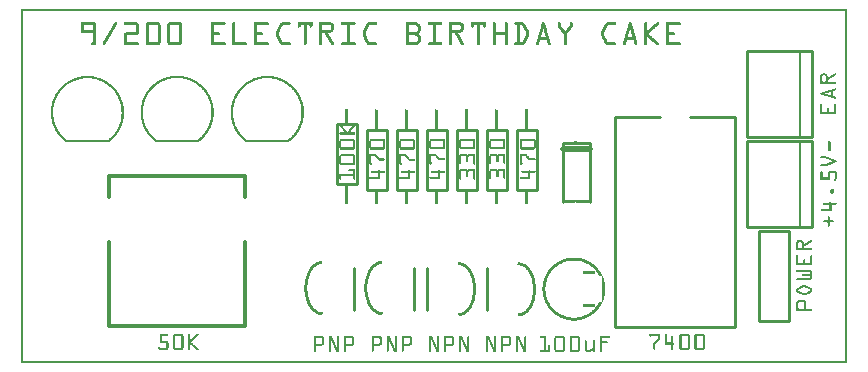
<source format=gto>
G04 MADE WITH FRITZING*
G04 WWW.FRITZING.ORG*
G04 DOUBLE SIDED*
G04 HOLES PLATED*
G04 CONTOUR ON CENTER OF CONTOUR VECTOR*
%ASAXBY*%
%FSLAX23Y23*%
%MOIN*%
%OFA0B0*%
%SFA1.0B1.0*%
%ADD10C,0.010000*%
%ADD11C,0.020000*%
%ADD12C,0.005000*%
%ADD13C,0.012500*%
%ADD14R,0.001000X0.001000*%
%LNSILK1*%
G90*
G70*
G54D10*
X1621Y778D02*
X1621Y578D01*
D02*
X1621Y578D02*
X1555Y578D01*
D02*
X1555Y578D02*
X1555Y778D01*
D02*
X1555Y778D02*
X1621Y778D01*
D02*
X1520Y779D02*
X1520Y579D01*
D02*
X1520Y579D02*
X1454Y579D01*
D02*
X1454Y579D02*
X1454Y779D01*
D02*
X1454Y779D02*
X1520Y779D01*
D02*
X1421Y778D02*
X1421Y578D01*
D02*
X1421Y578D02*
X1355Y578D01*
D02*
X1355Y578D02*
X1355Y778D01*
D02*
X1355Y778D02*
X1421Y778D01*
D02*
X1320Y778D02*
X1320Y578D01*
D02*
X1320Y578D02*
X1254Y578D01*
D02*
X1254Y578D02*
X1254Y778D01*
D02*
X1254Y778D02*
X1320Y778D01*
D02*
X1720Y779D02*
X1720Y579D01*
D02*
X1720Y579D02*
X1654Y579D01*
D02*
X1654Y579D02*
X1654Y779D01*
D02*
X1654Y779D02*
X1720Y779D01*
D02*
X1220Y778D02*
X1220Y578D01*
D02*
X1220Y578D02*
X1154Y578D01*
D02*
X1154Y578D02*
X1154Y778D01*
D02*
X1154Y778D02*
X1220Y778D01*
D02*
X1055Y598D02*
X1055Y798D01*
D02*
X1055Y798D02*
X1121Y798D01*
D02*
X1121Y798D02*
X1121Y598D01*
D02*
X1121Y598D02*
X1055Y598D01*
D02*
X1896Y734D02*
X1896Y539D01*
D02*
X1806Y539D02*
X1806Y734D01*
D02*
X1806Y734D02*
X1896Y734D01*
G54D11*
D02*
X1806Y714D02*
X1896Y714D01*
G54D10*
D02*
X2420Y741D02*
X2420Y455D01*
D02*
X2420Y455D02*
X2636Y455D01*
D02*
X2636Y455D02*
X2636Y741D01*
D02*
X2636Y741D02*
X2420Y741D01*
G54D12*
D02*
X2596Y455D02*
X2596Y741D01*
G54D10*
D02*
X1980Y821D02*
X1980Y121D01*
D02*
X1980Y121D02*
X2380Y121D01*
D02*
X2380Y121D02*
X2380Y821D01*
D02*
X1980Y821D02*
X2130Y821D01*
D02*
X2230Y821D02*
X2380Y821D01*
D02*
X1555Y178D02*
X1555Y318D01*
D02*
X1355Y179D02*
X1355Y319D01*
D02*
X1310Y318D02*
X1310Y178D01*
D02*
X1110Y318D02*
X1110Y178D01*
D02*
X2460Y441D02*
X2460Y141D01*
D02*
X2460Y141D02*
X2560Y141D01*
D02*
X2560Y141D02*
X2560Y441D01*
D02*
X2560Y441D02*
X2460Y441D01*
D02*
X2420Y1041D02*
X2420Y755D01*
D02*
X2420Y755D02*
X2636Y755D01*
D02*
X2636Y755D02*
X2636Y1041D01*
D02*
X2636Y1041D02*
X2420Y1041D01*
G54D12*
D02*
X2596Y755D02*
X2596Y1041D01*
G54D13*
X294Y553D02*
X294Y625D01*
X747Y625D01*
X747Y553D01*
D02*
X747Y405D02*
X747Y123D01*
X294Y123D01*
X294Y405D01*
D02*
G54D14*
X0Y1181D02*
X2754Y1181D01*
X0Y1180D02*
X2754Y1180D01*
X0Y1179D02*
X2754Y1179D01*
X0Y1178D02*
X2754Y1178D01*
X0Y1177D02*
X2754Y1177D01*
X0Y1176D02*
X2754Y1176D01*
X0Y1175D02*
X2754Y1175D01*
X0Y1174D02*
X2754Y1174D01*
X0Y1173D02*
X7Y1173D01*
X2747Y1173D02*
X2754Y1173D01*
X0Y1172D02*
X7Y1172D01*
X2747Y1172D02*
X2754Y1172D01*
X0Y1171D02*
X7Y1171D01*
X2747Y1171D02*
X2754Y1171D01*
X0Y1170D02*
X7Y1170D01*
X2747Y1170D02*
X2754Y1170D01*
X0Y1169D02*
X7Y1169D01*
X2747Y1169D02*
X2754Y1169D01*
X0Y1168D02*
X7Y1168D01*
X2747Y1168D02*
X2754Y1168D01*
X0Y1167D02*
X7Y1167D01*
X2747Y1167D02*
X2754Y1167D01*
X0Y1166D02*
X7Y1166D01*
X2747Y1166D02*
X2754Y1166D01*
X0Y1165D02*
X7Y1165D01*
X2747Y1165D02*
X2754Y1165D01*
X0Y1164D02*
X7Y1164D01*
X2747Y1164D02*
X2754Y1164D01*
X0Y1163D02*
X7Y1163D01*
X2747Y1163D02*
X2754Y1163D01*
X0Y1162D02*
X7Y1162D01*
X2747Y1162D02*
X2754Y1162D01*
X0Y1161D02*
X7Y1161D01*
X2747Y1161D02*
X2754Y1161D01*
X0Y1160D02*
X7Y1160D01*
X2747Y1160D02*
X2754Y1160D01*
X0Y1159D02*
X7Y1159D01*
X2747Y1159D02*
X2754Y1159D01*
X0Y1158D02*
X7Y1158D01*
X2747Y1158D02*
X2754Y1158D01*
X0Y1157D02*
X7Y1157D01*
X2747Y1157D02*
X2754Y1157D01*
X0Y1156D02*
X7Y1156D01*
X2747Y1156D02*
X2754Y1156D01*
X0Y1155D02*
X7Y1155D01*
X2747Y1155D02*
X2754Y1155D01*
X0Y1154D02*
X7Y1154D01*
X2747Y1154D02*
X2754Y1154D01*
X0Y1153D02*
X7Y1153D01*
X2747Y1153D02*
X2754Y1153D01*
X0Y1152D02*
X7Y1152D01*
X2747Y1152D02*
X2754Y1152D01*
X0Y1151D02*
X7Y1151D01*
X2747Y1151D02*
X2754Y1151D01*
X0Y1150D02*
X7Y1150D01*
X2747Y1150D02*
X2754Y1150D01*
X0Y1149D02*
X7Y1149D01*
X2747Y1149D02*
X2754Y1149D01*
X0Y1148D02*
X7Y1148D01*
X2747Y1148D02*
X2754Y1148D01*
X0Y1147D02*
X7Y1147D01*
X2747Y1147D02*
X2754Y1147D01*
X0Y1146D02*
X7Y1146D01*
X2747Y1146D02*
X2754Y1146D01*
X0Y1145D02*
X7Y1145D01*
X2747Y1145D02*
X2754Y1145D01*
X0Y1144D02*
X7Y1144D01*
X2747Y1144D02*
X2754Y1144D01*
X0Y1143D02*
X7Y1143D01*
X2747Y1143D02*
X2754Y1143D01*
X0Y1142D02*
X7Y1142D01*
X2747Y1142D02*
X2754Y1142D01*
X0Y1141D02*
X7Y1141D01*
X2747Y1141D02*
X2754Y1141D01*
X0Y1140D02*
X7Y1140D01*
X2747Y1140D02*
X2754Y1140D01*
X0Y1139D02*
X7Y1139D01*
X2747Y1139D02*
X2754Y1139D01*
X0Y1138D02*
X7Y1138D01*
X2747Y1138D02*
X2754Y1138D01*
X0Y1137D02*
X7Y1137D01*
X204Y1137D02*
X245Y1137D01*
X315Y1137D02*
X317Y1137D01*
X348Y1137D02*
X385Y1137D01*
X425Y1137D02*
X458Y1137D01*
X497Y1137D02*
X530Y1137D01*
X634Y1137D02*
X679Y1137D01*
X709Y1137D02*
X711Y1137D01*
X778Y1137D02*
X823Y1137D01*
X874Y1137D02*
X896Y1137D01*
X923Y1137D02*
X971Y1137D01*
X995Y1137D02*
X1031Y1137D01*
X1071Y1137D02*
X1112Y1137D01*
X1163Y1137D02*
X1185Y1137D01*
X1284Y1137D02*
X1316Y1137D01*
X1360Y1137D02*
X1402Y1137D01*
X1429Y1137D02*
X1465Y1137D01*
X1501Y1137D02*
X1550Y1137D01*
X1577Y1137D02*
X1579Y1137D01*
X1616Y1137D02*
X1618Y1137D01*
X1649Y1137D02*
X1671Y1137D01*
X1741Y1137D02*
X1743Y1137D01*
X1794Y1137D02*
X1796Y1137D01*
X1833Y1137D02*
X1835Y1137D01*
X1958Y1137D02*
X1980Y1137D01*
X2030Y1137D02*
X2032Y1137D01*
X2083Y1137D02*
X2085Y1137D01*
X2122Y1137D02*
X2124Y1137D01*
X2152Y1137D02*
X2197Y1137D01*
X2747Y1137D02*
X2754Y1137D01*
X0Y1136D02*
X7Y1136D01*
X202Y1136D02*
X247Y1136D01*
X314Y1136D02*
X319Y1136D01*
X346Y1136D02*
X388Y1136D01*
X422Y1136D02*
X460Y1136D01*
X494Y1136D02*
X533Y1136D01*
X634Y1136D02*
X681Y1136D01*
X708Y1136D02*
X713Y1136D01*
X778Y1136D02*
X825Y1136D01*
X870Y1136D02*
X897Y1136D01*
X923Y1136D02*
X972Y1136D01*
X995Y1136D02*
X1035Y1136D01*
X1069Y1136D02*
X1114Y1136D01*
X1159Y1136D02*
X1187Y1136D01*
X1284Y1136D02*
X1320Y1136D01*
X1358Y1136D02*
X1403Y1136D01*
X1429Y1136D02*
X1468Y1136D01*
X1501Y1136D02*
X1550Y1136D01*
X1575Y1136D02*
X1580Y1136D01*
X1615Y1136D02*
X1620Y1136D01*
X1647Y1136D02*
X1674Y1136D01*
X1739Y1136D02*
X1745Y1136D01*
X1792Y1136D02*
X1797Y1136D01*
X1831Y1136D02*
X1837Y1136D01*
X1954Y1136D02*
X1982Y1136D01*
X2028Y1136D02*
X2034Y1136D01*
X2081Y1136D02*
X2086Y1136D01*
X2120Y1136D02*
X2126Y1136D01*
X2151Y1136D02*
X2198Y1136D01*
X2747Y1136D02*
X2754Y1136D01*
X0Y1135D02*
X7Y1135D01*
X201Y1135D02*
X248Y1135D01*
X313Y1135D02*
X320Y1135D01*
X345Y1135D02*
X389Y1135D01*
X421Y1135D02*
X462Y1135D01*
X493Y1135D02*
X534Y1135D01*
X634Y1135D02*
X681Y1135D01*
X707Y1135D02*
X714Y1135D01*
X778Y1135D02*
X826Y1135D01*
X868Y1135D02*
X898Y1135D01*
X923Y1135D02*
X972Y1135D01*
X995Y1135D02*
X1037Y1135D01*
X1068Y1135D02*
X1115Y1135D01*
X1158Y1135D02*
X1187Y1135D01*
X1284Y1135D02*
X1322Y1135D01*
X1357Y1135D02*
X1404Y1135D01*
X1429Y1135D02*
X1470Y1135D01*
X1501Y1135D02*
X1550Y1135D01*
X1574Y1135D02*
X1581Y1135D01*
X1614Y1135D02*
X1621Y1135D01*
X1646Y1135D02*
X1676Y1135D01*
X1738Y1135D02*
X1746Y1135D01*
X1791Y1135D02*
X1798Y1135D01*
X1831Y1135D02*
X1838Y1135D01*
X1953Y1135D02*
X1982Y1135D01*
X2027Y1135D02*
X2035Y1135D01*
X2080Y1135D02*
X2087Y1135D01*
X2119Y1135D02*
X2127Y1135D01*
X2151Y1135D02*
X2199Y1135D01*
X2747Y1135D02*
X2754Y1135D01*
X0Y1134D02*
X7Y1134D01*
X200Y1134D02*
X248Y1134D01*
X312Y1134D02*
X321Y1134D01*
X345Y1134D02*
X391Y1134D01*
X420Y1134D02*
X463Y1134D01*
X492Y1134D02*
X535Y1134D01*
X634Y1134D02*
X682Y1134D01*
X706Y1134D02*
X715Y1134D01*
X778Y1134D02*
X827Y1134D01*
X867Y1134D02*
X899Y1134D01*
X923Y1134D02*
X972Y1134D01*
X995Y1134D02*
X1038Y1134D01*
X1068Y1134D02*
X1116Y1134D01*
X1156Y1134D02*
X1188Y1134D01*
X1284Y1134D02*
X1324Y1134D01*
X1357Y1134D02*
X1405Y1134D01*
X1429Y1134D02*
X1471Y1134D01*
X1501Y1134D02*
X1550Y1134D01*
X1574Y1134D02*
X1582Y1134D01*
X1613Y1134D02*
X1622Y1134D01*
X1646Y1134D02*
X1677Y1134D01*
X1738Y1134D02*
X1746Y1134D01*
X1790Y1134D02*
X1799Y1134D01*
X1830Y1134D02*
X1838Y1134D01*
X1951Y1134D02*
X1983Y1134D01*
X2027Y1134D02*
X2035Y1134D01*
X2079Y1134D02*
X2088Y1134D01*
X2118Y1134D02*
X2128Y1134D01*
X2151Y1134D02*
X2200Y1134D01*
X2747Y1134D02*
X2754Y1134D01*
X0Y1133D02*
X7Y1133D01*
X200Y1133D02*
X249Y1133D01*
X312Y1133D02*
X321Y1133D01*
X345Y1133D02*
X391Y1133D01*
X419Y1133D02*
X464Y1133D01*
X491Y1133D02*
X536Y1133D01*
X634Y1133D02*
X682Y1133D01*
X706Y1133D02*
X715Y1133D01*
X778Y1133D02*
X827Y1133D01*
X866Y1133D02*
X899Y1133D01*
X923Y1133D02*
X972Y1133D01*
X995Y1133D02*
X1039Y1133D01*
X1067Y1133D02*
X1116Y1133D01*
X1155Y1133D02*
X1188Y1133D01*
X1284Y1133D02*
X1325Y1133D01*
X1357Y1133D02*
X1405Y1133D01*
X1429Y1133D02*
X1473Y1133D01*
X1501Y1133D02*
X1550Y1133D01*
X1573Y1133D02*
X1582Y1133D01*
X1613Y1133D02*
X1622Y1133D01*
X1646Y1133D02*
X1678Y1133D01*
X1738Y1133D02*
X1747Y1133D01*
X1790Y1133D02*
X1799Y1133D01*
X1830Y1133D02*
X1839Y1133D01*
X1950Y1133D02*
X1983Y1133D01*
X2027Y1133D02*
X2036Y1133D01*
X2079Y1133D02*
X2088Y1133D01*
X2117Y1133D02*
X2128Y1133D01*
X2151Y1133D02*
X2200Y1133D01*
X2747Y1133D02*
X2754Y1133D01*
X0Y1132D02*
X7Y1132D01*
X200Y1132D02*
X249Y1132D01*
X311Y1132D02*
X321Y1132D01*
X345Y1132D02*
X392Y1132D01*
X418Y1132D02*
X464Y1132D01*
X490Y1132D02*
X537Y1132D01*
X634Y1132D02*
X682Y1132D01*
X706Y1132D02*
X715Y1132D01*
X778Y1132D02*
X827Y1132D01*
X865Y1132D02*
X899Y1132D01*
X923Y1132D02*
X972Y1132D01*
X995Y1132D02*
X1040Y1132D01*
X1067Y1132D02*
X1116Y1132D01*
X1154Y1132D02*
X1188Y1132D01*
X1284Y1132D02*
X1326Y1132D01*
X1356Y1132D02*
X1405Y1132D01*
X1429Y1132D02*
X1474Y1132D01*
X1501Y1132D02*
X1550Y1132D01*
X1573Y1132D02*
X1582Y1132D01*
X1613Y1132D02*
X1622Y1132D01*
X1646Y1132D02*
X1679Y1132D01*
X1737Y1132D02*
X1747Y1132D01*
X1790Y1132D02*
X1799Y1132D01*
X1830Y1132D02*
X1839Y1132D01*
X1949Y1132D02*
X1983Y1132D01*
X2026Y1132D02*
X2036Y1132D01*
X2079Y1132D02*
X2088Y1132D01*
X2116Y1132D02*
X2128Y1132D01*
X2151Y1132D02*
X2200Y1132D01*
X2747Y1132D02*
X2754Y1132D01*
X0Y1131D02*
X7Y1131D01*
X200Y1131D02*
X249Y1131D01*
X310Y1131D02*
X321Y1131D01*
X345Y1131D02*
X393Y1131D01*
X418Y1131D02*
X465Y1131D01*
X490Y1131D02*
X537Y1131D01*
X634Y1131D02*
X682Y1131D01*
X706Y1131D02*
X715Y1131D01*
X778Y1131D02*
X827Y1131D01*
X864Y1131D02*
X899Y1131D01*
X923Y1131D02*
X972Y1131D01*
X995Y1131D02*
X1041Y1131D01*
X1068Y1131D02*
X1116Y1131D01*
X1153Y1131D02*
X1188Y1131D01*
X1284Y1131D02*
X1327Y1131D01*
X1357Y1131D02*
X1405Y1131D01*
X1429Y1131D02*
X1474Y1131D01*
X1501Y1131D02*
X1550Y1131D01*
X1573Y1131D02*
X1582Y1131D01*
X1613Y1131D02*
X1622Y1131D01*
X1646Y1131D02*
X1680Y1131D01*
X1737Y1131D02*
X1747Y1131D01*
X1790Y1131D02*
X1799Y1131D01*
X1830Y1131D02*
X1839Y1131D01*
X1948Y1131D02*
X1983Y1131D01*
X2026Y1131D02*
X2036Y1131D01*
X2079Y1131D02*
X2088Y1131D01*
X2115Y1131D02*
X2128Y1131D01*
X2151Y1131D02*
X2200Y1131D01*
X2747Y1131D02*
X2754Y1131D01*
X0Y1130D02*
X7Y1130D01*
X200Y1130D02*
X249Y1130D01*
X310Y1130D02*
X320Y1130D01*
X345Y1130D02*
X393Y1130D01*
X417Y1130D02*
X465Y1130D01*
X490Y1130D02*
X537Y1130D01*
X634Y1130D02*
X682Y1130D01*
X706Y1130D02*
X715Y1130D01*
X778Y1130D02*
X826Y1130D01*
X864Y1130D02*
X899Y1130D01*
X923Y1130D02*
X972Y1130D01*
X995Y1130D02*
X1041Y1130D01*
X1068Y1130D02*
X1115Y1130D01*
X1153Y1130D02*
X1188Y1130D01*
X1284Y1130D02*
X1328Y1130D01*
X1357Y1130D02*
X1405Y1130D01*
X1429Y1130D02*
X1475Y1130D01*
X1501Y1130D02*
X1550Y1130D01*
X1573Y1130D02*
X1582Y1130D01*
X1613Y1130D02*
X1622Y1130D01*
X1646Y1130D02*
X1681Y1130D01*
X1737Y1130D02*
X1747Y1130D01*
X1790Y1130D02*
X1799Y1130D01*
X1830Y1130D02*
X1839Y1130D01*
X1948Y1130D02*
X1983Y1130D01*
X2026Y1130D02*
X2037Y1130D01*
X2079Y1130D02*
X2088Y1130D01*
X2113Y1130D02*
X2127Y1130D01*
X2151Y1130D02*
X2200Y1130D01*
X2747Y1130D02*
X2754Y1130D01*
X0Y1129D02*
X7Y1129D01*
X200Y1129D02*
X249Y1129D01*
X309Y1129D02*
X320Y1129D01*
X346Y1129D02*
X393Y1129D01*
X417Y1129D02*
X465Y1129D01*
X489Y1129D02*
X538Y1129D01*
X634Y1129D02*
X681Y1129D01*
X706Y1129D02*
X715Y1129D01*
X778Y1129D02*
X826Y1129D01*
X863Y1129D02*
X898Y1129D01*
X923Y1129D02*
X972Y1129D01*
X995Y1129D02*
X1042Y1129D01*
X1069Y1129D02*
X1115Y1129D01*
X1152Y1129D02*
X1187Y1129D01*
X1284Y1129D02*
X1329Y1129D01*
X1358Y1129D02*
X1404Y1129D01*
X1429Y1129D02*
X1476Y1129D01*
X1501Y1129D02*
X1550Y1129D01*
X1573Y1129D02*
X1582Y1129D01*
X1613Y1129D02*
X1622Y1129D01*
X1647Y1129D02*
X1681Y1129D01*
X1736Y1129D02*
X1748Y1129D01*
X1790Y1129D02*
X1799Y1129D01*
X1830Y1129D02*
X1839Y1129D01*
X1947Y1129D02*
X1982Y1129D01*
X2025Y1129D02*
X2037Y1129D01*
X2079Y1129D02*
X2088Y1129D01*
X2112Y1129D02*
X2127Y1129D01*
X2151Y1129D02*
X2199Y1129D01*
X2747Y1129D02*
X2754Y1129D01*
X0Y1128D02*
X7Y1128D01*
X200Y1128D02*
X249Y1128D01*
X309Y1128D02*
X319Y1128D01*
X347Y1128D02*
X393Y1128D01*
X417Y1128D02*
X466Y1128D01*
X489Y1128D02*
X538Y1128D01*
X634Y1128D02*
X680Y1128D01*
X706Y1128D02*
X715Y1128D01*
X778Y1128D02*
X824Y1128D01*
X862Y1128D02*
X897Y1128D01*
X923Y1128D02*
X972Y1128D01*
X995Y1128D02*
X1043Y1128D01*
X1070Y1128D02*
X1114Y1128D01*
X1152Y1128D02*
X1186Y1128D01*
X1284Y1128D02*
X1330Y1128D01*
X1359Y1128D02*
X1403Y1128D01*
X1429Y1128D02*
X1476Y1128D01*
X1501Y1128D02*
X1550Y1128D01*
X1573Y1128D02*
X1582Y1128D01*
X1613Y1128D02*
X1622Y1128D01*
X1648Y1128D02*
X1682Y1128D01*
X1736Y1128D02*
X1748Y1128D01*
X1790Y1128D02*
X1799Y1128D01*
X1830Y1128D02*
X1839Y1128D01*
X1947Y1128D02*
X1981Y1128D01*
X2025Y1128D02*
X2037Y1128D01*
X2079Y1128D02*
X2088Y1128D01*
X2111Y1128D02*
X2126Y1128D01*
X2151Y1128D02*
X2198Y1128D01*
X2747Y1128D02*
X2754Y1128D01*
X0Y1127D02*
X7Y1127D01*
X200Y1127D02*
X209Y1127D01*
X239Y1127D02*
X249Y1127D01*
X308Y1127D02*
X319Y1127D01*
X384Y1127D02*
X393Y1127D01*
X417Y1127D02*
X426Y1127D01*
X456Y1127D02*
X466Y1127D01*
X489Y1127D02*
X498Y1127D01*
X529Y1127D02*
X538Y1127D01*
X634Y1127D02*
X643Y1127D01*
X706Y1127D02*
X715Y1127D01*
X778Y1127D02*
X788Y1127D01*
X862Y1127D02*
X874Y1127D01*
X923Y1127D02*
X932Y1127D01*
X942Y1127D02*
X952Y1127D01*
X962Y1127D02*
X972Y1127D01*
X995Y1127D02*
X1004Y1127D01*
X1031Y1127D02*
X1043Y1127D01*
X1087Y1127D02*
X1096Y1127D01*
X1151Y1127D02*
X1163Y1127D01*
X1284Y1127D02*
X1293Y1127D01*
X1316Y1127D02*
X1330Y1127D01*
X1376Y1127D02*
X1385Y1127D01*
X1429Y1127D02*
X1438Y1127D01*
X1464Y1127D02*
X1477Y1127D01*
X1501Y1127D02*
X1510Y1127D01*
X1520Y1127D02*
X1530Y1127D01*
X1540Y1127D02*
X1550Y1127D01*
X1573Y1127D02*
X1582Y1127D01*
X1613Y1127D02*
X1622Y1127D01*
X1655Y1127D02*
X1665Y1127D01*
X1670Y1127D02*
X1683Y1127D01*
X1736Y1127D02*
X1748Y1127D01*
X1790Y1127D02*
X1799Y1127D01*
X1830Y1127D02*
X1839Y1127D01*
X1946Y1127D02*
X1958Y1127D01*
X2025Y1127D02*
X2037Y1127D01*
X2079Y1127D02*
X2088Y1127D01*
X2110Y1127D02*
X2124Y1127D01*
X2151Y1127D02*
X2161Y1127D01*
X2747Y1127D02*
X2754Y1127D01*
X0Y1126D02*
X7Y1126D01*
X200Y1126D02*
X209Y1126D01*
X240Y1126D02*
X249Y1126D01*
X307Y1126D02*
X318Y1126D01*
X384Y1126D02*
X393Y1126D01*
X417Y1126D02*
X426Y1126D01*
X457Y1126D02*
X466Y1126D01*
X489Y1126D02*
X498Y1126D01*
X529Y1126D02*
X538Y1126D01*
X634Y1126D02*
X643Y1126D01*
X706Y1126D02*
X715Y1126D01*
X778Y1126D02*
X787Y1126D01*
X861Y1126D02*
X872Y1126D01*
X923Y1126D02*
X932Y1126D01*
X943Y1126D02*
X952Y1126D01*
X962Y1126D02*
X972Y1126D01*
X995Y1126D02*
X1004Y1126D01*
X1033Y1126D02*
X1043Y1126D01*
X1087Y1126D02*
X1096Y1126D01*
X1151Y1126D02*
X1161Y1126D01*
X1284Y1126D02*
X1293Y1126D01*
X1318Y1126D02*
X1331Y1126D01*
X1376Y1126D02*
X1385Y1126D01*
X1429Y1126D02*
X1438Y1126D01*
X1466Y1126D02*
X1477Y1126D01*
X1501Y1126D02*
X1510Y1126D01*
X1521Y1126D02*
X1530Y1126D01*
X1541Y1126D02*
X1550Y1126D01*
X1573Y1126D02*
X1582Y1126D01*
X1613Y1126D02*
X1622Y1126D01*
X1655Y1126D02*
X1664Y1126D01*
X1672Y1126D02*
X1683Y1126D01*
X1735Y1126D02*
X1749Y1126D01*
X1790Y1126D02*
X1799Y1126D01*
X1830Y1126D02*
X1839Y1126D01*
X1946Y1126D02*
X1956Y1126D01*
X2025Y1126D02*
X2038Y1126D01*
X2079Y1126D02*
X2088Y1126D01*
X2109Y1126D02*
X2123Y1126D01*
X2151Y1126D02*
X2160Y1126D01*
X2747Y1126D02*
X2754Y1126D01*
X0Y1125D02*
X7Y1125D01*
X200Y1125D02*
X209Y1125D01*
X240Y1125D02*
X249Y1125D01*
X307Y1125D02*
X318Y1125D01*
X384Y1125D02*
X393Y1125D01*
X417Y1125D02*
X426Y1125D01*
X457Y1125D02*
X466Y1125D01*
X489Y1125D02*
X498Y1125D01*
X529Y1125D02*
X538Y1125D01*
X634Y1125D02*
X643Y1125D01*
X706Y1125D02*
X715Y1125D01*
X778Y1125D02*
X787Y1125D01*
X861Y1125D02*
X872Y1125D01*
X923Y1125D02*
X932Y1125D01*
X943Y1125D02*
X952Y1125D01*
X962Y1125D02*
X972Y1125D01*
X995Y1125D02*
X1004Y1125D01*
X1034Y1125D02*
X1044Y1125D01*
X1087Y1125D02*
X1096Y1125D01*
X1150Y1125D02*
X1161Y1125D01*
X1284Y1125D02*
X1293Y1125D01*
X1320Y1125D02*
X1331Y1125D01*
X1376Y1125D02*
X1385Y1125D01*
X1429Y1125D02*
X1438Y1125D01*
X1467Y1125D02*
X1477Y1125D01*
X1501Y1125D02*
X1510Y1125D01*
X1521Y1125D02*
X1530Y1125D01*
X1541Y1125D02*
X1550Y1125D01*
X1573Y1125D02*
X1582Y1125D01*
X1613Y1125D02*
X1622Y1125D01*
X1655Y1125D02*
X1664Y1125D01*
X1673Y1125D02*
X1684Y1125D01*
X1735Y1125D02*
X1749Y1125D01*
X1790Y1125D02*
X1799Y1125D01*
X1829Y1125D02*
X1839Y1125D01*
X1945Y1125D02*
X1956Y1125D01*
X2024Y1125D02*
X2038Y1125D01*
X2079Y1125D02*
X2088Y1125D01*
X2108Y1125D02*
X2122Y1125D01*
X2151Y1125D02*
X2160Y1125D01*
X2747Y1125D02*
X2754Y1125D01*
X0Y1124D02*
X7Y1124D01*
X200Y1124D02*
X209Y1124D01*
X240Y1124D02*
X249Y1124D01*
X306Y1124D02*
X317Y1124D01*
X384Y1124D02*
X393Y1124D01*
X417Y1124D02*
X426Y1124D01*
X457Y1124D02*
X466Y1124D01*
X489Y1124D02*
X498Y1124D01*
X529Y1124D02*
X538Y1124D01*
X634Y1124D02*
X643Y1124D01*
X706Y1124D02*
X715Y1124D01*
X778Y1124D02*
X787Y1124D01*
X860Y1124D02*
X871Y1124D01*
X923Y1124D02*
X932Y1124D01*
X943Y1124D02*
X952Y1124D01*
X962Y1124D02*
X972Y1124D01*
X995Y1124D02*
X1004Y1124D01*
X1034Y1124D02*
X1044Y1124D01*
X1087Y1124D02*
X1096Y1124D01*
X1150Y1124D02*
X1160Y1124D01*
X1284Y1124D02*
X1293Y1124D01*
X1321Y1124D02*
X1332Y1124D01*
X1376Y1124D02*
X1385Y1124D01*
X1429Y1124D02*
X1438Y1124D01*
X1468Y1124D02*
X1477Y1124D01*
X1501Y1124D02*
X1510Y1124D01*
X1521Y1124D02*
X1530Y1124D01*
X1541Y1124D02*
X1550Y1124D01*
X1573Y1124D02*
X1582Y1124D01*
X1613Y1124D02*
X1622Y1124D01*
X1655Y1124D02*
X1664Y1124D01*
X1674Y1124D02*
X1684Y1124D01*
X1735Y1124D02*
X1749Y1124D01*
X1790Y1124D02*
X1800Y1124D01*
X1828Y1124D02*
X1839Y1124D01*
X1945Y1124D02*
X1955Y1124D01*
X2024Y1124D02*
X2038Y1124D01*
X2079Y1124D02*
X2088Y1124D01*
X2106Y1124D02*
X2121Y1124D01*
X2151Y1124D02*
X2160Y1124D01*
X2747Y1124D02*
X2754Y1124D01*
X0Y1123D02*
X7Y1123D01*
X200Y1123D02*
X209Y1123D01*
X240Y1123D02*
X249Y1123D01*
X306Y1123D02*
X316Y1123D01*
X384Y1123D02*
X393Y1123D01*
X417Y1123D02*
X426Y1123D01*
X457Y1123D02*
X466Y1123D01*
X489Y1123D02*
X498Y1123D01*
X529Y1123D02*
X538Y1123D01*
X634Y1123D02*
X643Y1123D01*
X706Y1123D02*
X715Y1123D01*
X778Y1123D02*
X787Y1123D01*
X860Y1123D02*
X870Y1123D01*
X923Y1123D02*
X932Y1123D01*
X943Y1123D02*
X952Y1123D01*
X963Y1123D02*
X971Y1123D01*
X995Y1123D02*
X1004Y1123D01*
X1035Y1123D02*
X1044Y1123D01*
X1087Y1123D02*
X1096Y1123D01*
X1149Y1123D02*
X1160Y1123D01*
X1284Y1123D02*
X1293Y1123D01*
X1322Y1123D02*
X1332Y1123D01*
X1376Y1123D02*
X1385Y1123D01*
X1429Y1123D02*
X1438Y1123D01*
X1468Y1123D02*
X1477Y1123D01*
X1501Y1123D02*
X1510Y1123D01*
X1521Y1123D02*
X1530Y1123D01*
X1541Y1123D02*
X1550Y1123D01*
X1573Y1123D02*
X1582Y1123D01*
X1613Y1123D02*
X1622Y1123D01*
X1655Y1123D02*
X1664Y1123D01*
X1674Y1123D02*
X1685Y1123D01*
X1735Y1123D02*
X1750Y1123D01*
X1790Y1123D02*
X1801Y1123D01*
X1828Y1123D02*
X1839Y1123D01*
X1944Y1123D02*
X1955Y1123D01*
X2024Y1123D02*
X2039Y1123D01*
X2079Y1123D02*
X2088Y1123D01*
X2105Y1123D02*
X2120Y1123D01*
X2151Y1123D02*
X2160Y1123D01*
X2747Y1123D02*
X2754Y1123D01*
X0Y1122D02*
X7Y1122D01*
X200Y1122D02*
X209Y1122D01*
X240Y1122D02*
X249Y1122D01*
X305Y1122D02*
X316Y1122D01*
X384Y1122D02*
X393Y1122D01*
X417Y1122D02*
X426Y1122D01*
X457Y1122D02*
X466Y1122D01*
X489Y1122D02*
X498Y1122D01*
X529Y1122D02*
X538Y1122D01*
X634Y1122D02*
X643Y1122D01*
X706Y1122D02*
X715Y1122D01*
X778Y1122D02*
X787Y1122D01*
X859Y1122D02*
X870Y1122D01*
X923Y1122D02*
X931Y1122D01*
X943Y1122D02*
X952Y1122D01*
X963Y1122D02*
X971Y1122D01*
X995Y1122D02*
X1004Y1122D01*
X1035Y1122D02*
X1044Y1122D01*
X1087Y1122D02*
X1096Y1122D01*
X1149Y1122D02*
X1159Y1122D01*
X1284Y1122D02*
X1293Y1122D01*
X1322Y1122D02*
X1332Y1122D01*
X1376Y1122D02*
X1385Y1122D01*
X1429Y1122D02*
X1438Y1122D01*
X1468Y1122D02*
X1477Y1122D01*
X1501Y1122D02*
X1510Y1122D01*
X1521Y1122D02*
X1530Y1122D01*
X1541Y1122D02*
X1549Y1122D01*
X1573Y1122D02*
X1582Y1122D01*
X1613Y1122D02*
X1622Y1122D01*
X1655Y1122D02*
X1664Y1122D01*
X1675Y1122D02*
X1685Y1122D01*
X1734Y1122D02*
X1750Y1122D01*
X1790Y1122D02*
X1802Y1122D01*
X1827Y1122D02*
X1839Y1122D01*
X1944Y1122D02*
X1954Y1122D01*
X2023Y1122D02*
X2039Y1122D01*
X2079Y1122D02*
X2088Y1122D01*
X2104Y1122D02*
X2119Y1122D01*
X2151Y1122D02*
X2160Y1122D01*
X2747Y1122D02*
X2754Y1122D01*
X0Y1121D02*
X7Y1121D01*
X200Y1121D02*
X209Y1121D01*
X240Y1121D02*
X249Y1121D01*
X305Y1121D02*
X315Y1121D01*
X384Y1121D02*
X393Y1121D01*
X417Y1121D02*
X426Y1121D01*
X457Y1121D02*
X466Y1121D01*
X489Y1121D02*
X498Y1121D01*
X529Y1121D02*
X538Y1121D01*
X634Y1121D02*
X643Y1121D01*
X706Y1121D02*
X715Y1121D01*
X778Y1121D02*
X787Y1121D01*
X859Y1121D02*
X869Y1121D01*
X924Y1121D02*
X931Y1121D01*
X943Y1121D02*
X952Y1121D01*
X963Y1121D02*
X971Y1121D01*
X995Y1121D02*
X1004Y1121D01*
X1035Y1121D02*
X1044Y1121D01*
X1087Y1121D02*
X1096Y1121D01*
X1148Y1121D02*
X1159Y1121D01*
X1284Y1121D02*
X1293Y1121D01*
X1323Y1121D02*
X1333Y1121D01*
X1376Y1121D02*
X1385Y1121D01*
X1429Y1121D02*
X1438Y1121D01*
X1468Y1121D02*
X1477Y1121D01*
X1502Y1121D02*
X1509Y1121D01*
X1521Y1121D02*
X1530Y1121D01*
X1542Y1121D02*
X1549Y1121D01*
X1573Y1121D02*
X1582Y1121D01*
X1613Y1121D02*
X1622Y1121D01*
X1655Y1121D02*
X1664Y1121D01*
X1675Y1121D02*
X1686Y1121D01*
X1734Y1121D02*
X1750Y1121D01*
X1791Y1121D02*
X1803Y1121D01*
X1826Y1121D02*
X1838Y1121D01*
X1943Y1121D02*
X1954Y1121D01*
X2023Y1121D02*
X2039Y1121D01*
X2079Y1121D02*
X2088Y1121D01*
X2103Y1121D02*
X2117Y1121D01*
X2151Y1121D02*
X2160Y1121D01*
X2747Y1121D02*
X2754Y1121D01*
X0Y1120D02*
X7Y1120D01*
X200Y1120D02*
X209Y1120D01*
X240Y1120D02*
X249Y1120D01*
X304Y1120D02*
X315Y1120D01*
X384Y1120D02*
X393Y1120D01*
X417Y1120D02*
X426Y1120D01*
X457Y1120D02*
X466Y1120D01*
X489Y1120D02*
X498Y1120D01*
X529Y1120D02*
X538Y1120D01*
X634Y1120D02*
X643Y1120D01*
X706Y1120D02*
X715Y1120D01*
X778Y1120D02*
X787Y1120D01*
X859Y1120D02*
X869Y1120D01*
X924Y1120D02*
X930Y1120D01*
X943Y1120D02*
X952Y1120D01*
X964Y1120D02*
X970Y1120D01*
X995Y1120D02*
X1004Y1120D01*
X1035Y1120D02*
X1044Y1120D01*
X1087Y1120D02*
X1096Y1120D01*
X1148Y1120D02*
X1158Y1120D01*
X1284Y1120D02*
X1293Y1120D01*
X1323Y1120D02*
X1333Y1120D01*
X1376Y1120D02*
X1385Y1120D01*
X1429Y1120D02*
X1438Y1120D01*
X1468Y1120D02*
X1477Y1120D01*
X1503Y1120D02*
X1508Y1120D01*
X1521Y1120D02*
X1530Y1120D01*
X1542Y1120D02*
X1548Y1120D01*
X1573Y1120D02*
X1582Y1120D01*
X1613Y1120D02*
X1622Y1120D01*
X1655Y1120D02*
X1664Y1120D01*
X1676Y1120D02*
X1686Y1120D01*
X1734Y1120D02*
X1750Y1120D01*
X1792Y1120D02*
X1803Y1120D01*
X1825Y1120D02*
X1837Y1120D01*
X1943Y1120D02*
X1953Y1120D01*
X2023Y1120D02*
X2040Y1120D01*
X2079Y1120D02*
X2088Y1120D01*
X2102Y1120D02*
X2116Y1120D01*
X2151Y1120D02*
X2160Y1120D01*
X2747Y1120D02*
X2754Y1120D01*
X0Y1119D02*
X7Y1119D01*
X200Y1119D02*
X209Y1119D01*
X240Y1119D02*
X249Y1119D01*
X303Y1119D02*
X314Y1119D01*
X384Y1119D02*
X393Y1119D01*
X417Y1119D02*
X426Y1119D01*
X457Y1119D02*
X466Y1119D01*
X489Y1119D02*
X498Y1119D01*
X529Y1119D02*
X538Y1119D01*
X634Y1119D02*
X643Y1119D01*
X706Y1119D02*
X715Y1119D01*
X778Y1119D02*
X787Y1119D01*
X858Y1119D02*
X868Y1119D01*
X926Y1119D02*
X928Y1119D01*
X943Y1119D02*
X952Y1119D01*
X966Y1119D02*
X968Y1119D01*
X995Y1119D02*
X1004Y1119D01*
X1035Y1119D02*
X1044Y1119D01*
X1087Y1119D02*
X1096Y1119D01*
X1147Y1119D02*
X1158Y1119D01*
X1284Y1119D02*
X1293Y1119D01*
X1324Y1119D02*
X1333Y1119D01*
X1376Y1119D02*
X1385Y1119D01*
X1429Y1119D02*
X1438Y1119D01*
X1468Y1119D02*
X1477Y1119D01*
X1504Y1119D02*
X1507Y1119D01*
X1521Y1119D02*
X1530Y1119D01*
X1544Y1119D02*
X1546Y1119D01*
X1573Y1119D02*
X1582Y1119D01*
X1613Y1119D02*
X1622Y1119D01*
X1655Y1119D02*
X1664Y1119D01*
X1676Y1119D02*
X1687Y1119D01*
X1733Y1119D02*
X1751Y1119D01*
X1792Y1119D02*
X1804Y1119D01*
X1825Y1119D02*
X1836Y1119D01*
X1942Y1119D02*
X1953Y1119D01*
X2023Y1119D02*
X2040Y1119D01*
X2079Y1119D02*
X2088Y1119D01*
X2101Y1119D02*
X2115Y1119D01*
X2151Y1119D02*
X2160Y1119D01*
X2747Y1119D02*
X2754Y1119D01*
X0Y1118D02*
X7Y1118D01*
X200Y1118D02*
X209Y1118D01*
X240Y1118D02*
X249Y1118D01*
X303Y1118D02*
X314Y1118D01*
X384Y1118D02*
X393Y1118D01*
X417Y1118D02*
X426Y1118D01*
X457Y1118D02*
X466Y1118D01*
X489Y1118D02*
X498Y1118D01*
X529Y1118D02*
X538Y1118D01*
X634Y1118D02*
X643Y1118D01*
X706Y1118D02*
X715Y1118D01*
X778Y1118D02*
X787Y1118D01*
X858Y1118D02*
X868Y1118D01*
X943Y1118D02*
X952Y1118D01*
X995Y1118D02*
X1004Y1118D01*
X1035Y1118D02*
X1044Y1118D01*
X1087Y1118D02*
X1096Y1118D01*
X1147Y1118D02*
X1157Y1118D01*
X1284Y1118D02*
X1293Y1118D01*
X1324Y1118D02*
X1333Y1118D01*
X1376Y1118D02*
X1385Y1118D01*
X1429Y1118D02*
X1438Y1118D01*
X1468Y1118D02*
X1477Y1118D01*
X1521Y1118D02*
X1530Y1118D01*
X1573Y1118D02*
X1582Y1118D01*
X1613Y1118D02*
X1622Y1118D01*
X1655Y1118D02*
X1664Y1118D01*
X1677Y1118D02*
X1687Y1118D01*
X1733Y1118D02*
X1751Y1118D01*
X1793Y1118D02*
X1805Y1118D01*
X1824Y1118D02*
X1836Y1118D01*
X1942Y1118D02*
X1952Y1118D01*
X2022Y1118D02*
X2040Y1118D01*
X2079Y1118D02*
X2088Y1118D01*
X2099Y1118D02*
X2114Y1118D01*
X2151Y1118D02*
X2160Y1118D01*
X2747Y1118D02*
X2754Y1118D01*
X0Y1117D02*
X7Y1117D01*
X200Y1117D02*
X209Y1117D01*
X240Y1117D02*
X249Y1117D01*
X302Y1117D02*
X313Y1117D01*
X384Y1117D02*
X393Y1117D01*
X417Y1117D02*
X426Y1117D01*
X457Y1117D02*
X466Y1117D01*
X489Y1117D02*
X498Y1117D01*
X529Y1117D02*
X538Y1117D01*
X634Y1117D02*
X643Y1117D01*
X706Y1117D02*
X715Y1117D01*
X778Y1117D02*
X787Y1117D01*
X857Y1117D02*
X867Y1117D01*
X943Y1117D02*
X952Y1117D01*
X995Y1117D02*
X1004Y1117D01*
X1035Y1117D02*
X1044Y1117D01*
X1087Y1117D02*
X1096Y1117D01*
X1146Y1117D02*
X1157Y1117D01*
X1284Y1117D02*
X1293Y1117D01*
X1324Y1117D02*
X1333Y1117D01*
X1376Y1117D02*
X1385Y1117D01*
X1429Y1117D02*
X1438Y1117D01*
X1468Y1117D02*
X1477Y1117D01*
X1521Y1117D02*
X1530Y1117D01*
X1573Y1117D02*
X1582Y1117D01*
X1613Y1117D02*
X1622Y1117D01*
X1655Y1117D02*
X1664Y1117D01*
X1677Y1117D02*
X1688Y1117D01*
X1733Y1117D02*
X1751Y1117D01*
X1794Y1117D02*
X1806Y1117D01*
X1823Y1117D02*
X1835Y1117D01*
X1941Y1117D02*
X1952Y1117D01*
X2022Y1117D02*
X2040Y1117D01*
X2079Y1117D02*
X2088Y1117D01*
X2098Y1117D02*
X2113Y1117D01*
X2151Y1117D02*
X2160Y1117D01*
X2747Y1117D02*
X2754Y1117D01*
X0Y1116D02*
X7Y1116D01*
X200Y1116D02*
X209Y1116D01*
X240Y1116D02*
X249Y1116D01*
X302Y1116D02*
X312Y1116D01*
X384Y1116D02*
X393Y1116D01*
X417Y1116D02*
X426Y1116D01*
X457Y1116D02*
X466Y1116D01*
X489Y1116D02*
X498Y1116D01*
X529Y1116D02*
X538Y1116D01*
X634Y1116D02*
X643Y1116D01*
X706Y1116D02*
X715Y1116D01*
X778Y1116D02*
X787Y1116D01*
X857Y1116D02*
X867Y1116D01*
X943Y1116D02*
X952Y1116D01*
X995Y1116D02*
X1004Y1116D01*
X1035Y1116D02*
X1044Y1116D01*
X1087Y1116D02*
X1096Y1116D01*
X1146Y1116D02*
X1156Y1116D01*
X1284Y1116D02*
X1293Y1116D01*
X1324Y1116D02*
X1333Y1116D01*
X1376Y1116D02*
X1385Y1116D01*
X1429Y1116D02*
X1438Y1116D01*
X1468Y1116D02*
X1477Y1116D01*
X1521Y1116D02*
X1530Y1116D01*
X1573Y1116D02*
X1582Y1116D01*
X1613Y1116D02*
X1622Y1116D01*
X1655Y1116D02*
X1664Y1116D01*
X1678Y1116D02*
X1688Y1116D01*
X1733Y1116D02*
X1752Y1116D01*
X1795Y1116D02*
X1806Y1116D01*
X1822Y1116D02*
X1834Y1116D01*
X1941Y1116D02*
X1951Y1116D01*
X2022Y1116D02*
X2041Y1116D01*
X2079Y1116D02*
X2088Y1116D01*
X2097Y1116D02*
X2112Y1116D01*
X2151Y1116D02*
X2160Y1116D01*
X2747Y1116D02*
X2754Y1116D01*
X0Y1115D02*
X7Y1115D01*
X200Y1115D02*
X209Y1115D01*
X240Y1115D02*
X249Y1115D01*
X301Y1115D02*
X312Y1115D01*
X384Y1115D02*
X393Y1115D01*
X417Y1115D02*
X426Y1115D01*
X457Y1115D02*
X466Y1115D01*
X489Y1115D02*
X498Y1115D01*
X529Y1115D02*
X538Y1115D01*
X634Y1115D02*
X643Y1115D01*
X706Y1115D02*
X715Y1115D01*
X778Y1115D02*
X787Y1115D01*
X856Y1115D02*
X866Y1115D01*
X943Y1115D02*
X952Y1115D01*
X995Y1115D02*
X1004Y1115D01*
X1034Y1115D02*
X1044Y1115D01*
X1087Y1115D02*
X1096Y1115D01*
X1145Y1115D02*
X1155Y1115D01*
X1284Y1115D02*
X1293Y1115D01*
X1324Y1115D02*
X1333Y1115D01*
X1376Y1115D02*
X1385Y1115D01*
X1429Y1115D02*
X1438Y1115D01*
X1468Y1115D02*
X1477Y1115D01*
X1521Y1115D02*
X1530Y1115D01*
X1573Y1115D02*
X1582Y1115D01*
X1613Y1115D02*
X1622Y1115D01*
X1655Y1115D02*
X1664Y1115D01*
X1678Y1115D02*
X1689Y1115D01*
X1732Y1115D02*
X1752Y1115D01*
X1795Y1115D02*
X1807Y1115D01*
X1821Y1115D02*
X1833Y1115D01*
X1940Y1115D02*
X1950Y1115D01*
X2021Y1115D02*
X2041Y1115D01*
X2079Y1115D02*
X2088Y1115D01*
X2096Y1115D02*
X2110Y1115D01*
X2151Y1115D02*
X2160Y1115D01*
X2747Y1115D02*
X2754Y1115D01*
X0Y1114D02*
X7Y1114D01*
X200Y1114D02*
X209Y1114D01*
X240Y1114D02*
X249Y1114D01*
X300Y1114D02*
X311Y1114D01*
X384Y1114D02*
X393Y1114D01*
X417Y1114D02*
X426Y1114D01*
X457Y1114D02*
X466Y1114D01*
X489Y1114D02*
X498Y1114D01*
X529Y1114D02*
X538Y1114D01*
X634Y1114D02*
X643Y1114D01*
X706Y1114D02*
X715Y1114D01*
X778Y1114D02*
X787Y1114D01*
X856Y1114D02*
X866Y1114D01*
X943Y1114D02*
X952Y1114D01*
X995Y1114D02*
X1004Y1114D01*
X1034Y1114D02*
X1044Y1114D01*
X1087Y1114D02*
X1096Y1114D01*
X1145Y1114D02*
X1155Y1114D01*
X1284Y1114D02*
X1293Y1114D01*
X1324Y1114D02*
X1333Y1114D01*
X1376Y1114D02*
X1385Y1114D01*
X1429Y1114D02*
X1438Y1114D01*
X1467Y1114D02*
X1477Y1114D01*
X1521Y1114D02*
X1530Y1114D01*
X1573Y1114D02*
X1582Y1114D01*
X1613Y1114D02*
X1622Y1114D01*
X1655Y1114D02*
X1664Y1114D01*
X1679Y1114D02*
X1689Y1114D01*
X1732Y1114D02*
X1752Y1114D01*
X1796Y1114D02*
X1808Y1114D01*
X1821Y1114D02*
X1833Y1114D01*
X1940Y1114D02*
X1950Y1114D01*
X2021Y1114D02*
X2041Y1114D01*
X2079Y1114D02*
X2088Y1114D01*
X2095Y1114D02*
X2109Y1114D01*
X2151Y1114D02*
X2160Y1114D01*
X2747Y1114D02*
X2754Y1114D01*
X0Y1113D02*
X7Y1113D01*
X200Y1113D02*
X209Y1113D01*
X240Y1113D02*
X249Y1113D01*
X300Y1113D02*
X311Y1113D01*
X384Y1113D02*
X393Y1113D01*
X417Y1113D02*
X426Y1113D01*
X457Y1113D02*
X466Y1113D01*
X489Y1113D02*
X498Y1113D01*
X529Y1113D02*
X538Y1113D01*
X634Y1113D02*
X643Y1113D01*
X706Y1113D02*
X715Y1113D01*
X778Y1113D02*
X787Y1113D01*
X855Y1113D02*
X865Y1113D01*
X943Y1113D02*
X952Y1113D01*
X995Y1113D02*
X1004Y1113D01*
X1033Y1113D02*
X1043Y1113D01*
X1087Y1113D02*
X1096Y1113D01*
X1144Y1113D02*
X1154Y1113D01*
X1284Y1113D02*
X1293Y1113D01*
X1324Y1113D02*
X1333Y1113D01*
X1376Y1113D02*
X1385Y1113D01*
X1429Y1113D02*
X1438Y1113D01*
X1466Y1113D02*
X1477Y1113D01*
X1521Y1113D02*
X1530Y1113D01*
X1573Y1113D02*
X1582Y1113D01*
X1613Y1113D02*
X1622Y1113D01*
X1655Y1113D02*
X1664Y1113D01*
X1679Y1113D02*
X1690Y1113D01*
X1732Y1113D02*
X1741Y1113D01*
X1743Y1113D02*
X1752Y1113D01*
X1797Y1113D02*
X1809Y1113D01*
X1820Y1113D02*
X1832Y1113D01*
X1939Y1113D02*
X1949Y1113D01*
X2021Y1113D02*
X2030Y1113D01*
X2032Y1113D02*
X2042Y1113D01*
X2079Y1113D02*
X2088Y1113D01*
X2094Y1113D02*
X2108Y1113D01*
X2151Y1113D02*
X2160Y1113D01*
X2747Y1113D02*
X2754Y1113D01*
X0Y1112D02*
X7Y1112D01*
X200Y1112D02*
X209Y1112D01*
X239Y1112D02*
X249Y1112D01*
X299Y1112D02*
X310Y1112D01*
X384Y1112D02*
X393Y1112D01*
X417Y1112D02*
X426Y1112D01*
X457Y1112D02*
X466Y1112D01*
X489Y1112D02*
X498Y1112D01*
X529Y1112D02*
X538Y1112D01*
X634Y1112D02*
X643Y1112D01*
X706Y1112D02*
X715Y1112D01*
X778Y1112D02*
X787Y1112D01*
X855Y1112D02*
X865Y1112D01*
X943Y1112D02*
X952Y1112D01*
X995Y1112D02*
X1004Y1112D01*
X1031Y1112D02*
X1043Y1112D01*
X1087Y1112D02*
X1096Y1112D01*
X1144Y1112D02*
X1154Y1112D01*
X1284Y1112D02*
X1293Y1112D01*
X1324Y1112D02*
X1333Y1112D01*
X1376Y1112D02*
X1385Y1112D01*
X1429Y1112D02*
X1438Y1112D01*
X1464Y1112D02*
X1477Y1112D01*
X1521Y1112D02*
X1530Y1112D01*
X1573Y1112D02*
X1582Y1112D01*
X1613Y1112D02*
X1622Y1112D01*
X1655Y1112D02*
X1664Y1112D01*
X1680Y1112D02*
X1690Y1112D01*
X1731Y1112D02*
X1741Y1112D01*
X1743Y1112D02*
X1753Y1112D01*
X1798Y1112D02*
X1810Y1112D01*
X1819Y1112D02*
X1831Y1112D01*
X1939Y1112D02*
X1949Y1112D01*
X2020Y1112D02*
X2030Y1112D01*
X2032Y1112D02*
X2042Y1112D01*
X2079Y1112D02*
X2088Y1112D01*
X2092Y1112D02*
X2107Y1112D01*
X2151Y1112D02*
X2160Y1112D01*
X2747Y1112D02*
X2754Y1112D01*
X0Y1111D02*
X7Y1111D01*
X200Y1111D02*
X249Y1111D01*
X299Y1111D02*
X309Y1111D01*
X384Y1111D02*
X393Y1111D01*
X417Y1111D02*
X426Y1111D01*
X457Y1111D02*
X466Y1111D01*
X489Y1111D02*
X498Y1111D01*
X529Y1111D02*
X538Y1111D01*
X634Y1111D02*
X643Y1111D01*
X706Y1111D02*
X715Y1111D01*
X778Y1111D02*
X787Y1111D01*
X854Y1111D02*
X864Y1111D01*
X943Y1111D02*
X952Y1111D01*
X995Y1111D02*
X1043Y1111D01*
X1087Y1111D02*
X1096Y1111D01*
X1143Y1111D02*
X1153Y1111D01*
X1284Y1111D02*
X1293Y1111D01*
X1323Y1111D02*
X1333Y1111D01*
X1376Y1111D02*
X1385Y1111D01*
X1429Y1111D02*
X1476Y1111D01*
X1521Y1111D02*
X1530Y1111D01*
X1573Y1111D02*
X1582Y1111D01*
X1613Y1111D02*
X1622Y1111D01*
X1655Y1111D02*
X1664Y1111D01*
X1680Y1111D02*
X1691Y1111D01*
X1731Y1111D02*
X1741Y1111D01*
X1743Y1111D02*
X1753Y1111D01*
X1799Y1111D02*
X1810Y1111D01*
X1818Y1111D02*
X1830Y1111D01*
X1938Y1111D02*
X1948Y1111D01*
X2020Y1111D02*
X2030Y1111D01*
X2033Y1111D02*
X2042Y1111D01*
X2079Y1111D02*
X2088Y1111D01*
X2091Y1111D02*
X2106Y1111D01*
X2151Y1111D02*
X2160Y1111D01*
X2747Y1111D02*
X2754Y1111D01*
X0Y1110D02*
X7Y1110D01*
X200Y1110D02*
X249Y1110D01*
X298Y1110D02*
X309Y1110D01*
X384Y1110D02*
X393Y1110D01*
X417Y1110D02*
X426Y1110D01*
X457Y1110D02*
X466Y1110D01*
X489Y1110D02*
X498Y1110D01*
X529Y1110D02*
X538Y1110D01*
X634Y1110D02*
X643Y1110D01*
X706Y1110D02*
X715Y1110D01*
X778Y1110D02*
X787Y1110D01*
X854Y1110D02*
X864Y1110D01*
X943Y1110D02*
X952Y1110D01*
X995Y1110D02*
X1042Y1110D01*
X1087Y1110D02*
X1096Y1110D01*
X1143Y1110D02*
X1153Y1110D01*
X1284Y1110D02*
X1293Y1110D01*
X1323Y1110D02*
X1333Y1110D01*
X1376Y1110D02*
X1385Y1110D01*
X1429Y1110D02*
X1476Y1110D01*
X1521Y1110D02*
X1530Y1110D01*
X1573Y1110D02*
X1582Y1110D01*
X1613Y1110D02*
X1622Y1110D01*
X1655Y1110D02*
X1664Y1110D01*
X1681Y1110D02*
X1691Y1110D01*
X1731Y1110D02*
X1740Y1110D01*
X1744Y1110D02*
X1753Y1110D01*
X1799Y1110D02*
X1811Y1110D01*
X1818Y1110D02*
X1829Y1110D01*
X1938Y1110D02*
X1948Y1110D01*
X2020Y1110D02*
X2029Y1110D01*
X2033Y1110D02*
X2042Y1110D01*
X2079Y1110D02*
X2088Y1110D01*
X2090Y1110D02*
X2105Y1110D01*
X2151Y1110D02*
X2160Y1110D01*
X2747Y1110D02*
X2754Y1110D01*
X0Y1109D02*
X7Y1109D01*
X200Y1109D02*
X249Y1109D01*
X297Y1109D02*
X308Y1109D01*
X384Y1109D02*
X393Y1109D01*
X417Y1109D02*
X426Y1109D01*
X457Y1109D02*
X466Y1109D01*
X489Y1109D02*
X498Y1109D01*
X529Y1109D02*
X538Y1109D01*
X634Y1109D02*
X643Y1109D01*
X706Y1109D02*
X715Y1109D01*
X778Y1109D02*
X787Y1109D01*
X853Y1109D02*
X863Y1109D01*
X943Y1109D02*
X952Y1109D01*
X995Y1109D02*
X1041Y1109D01*
X1087Y1109D02*
X1096Y1109D01*
X1142Y1109D02*
X1152Y1109D01*
X1284Y1109D02*
X1293Y1109D01*
X1323Y1109D02*
X1332Y1109D01*
X1376Y1109D02*
X1385Y1109D01*
X1429Y1109D02*
X1475Y1109D01*
X1521Y1109D02*
X1530Y1109D01*
X1573Y1109D02*
X1582Y1109D01*
X1613Y1109D02*
X1622Y1109D01*
X1655Y1109D02*
X1664Y1109D01*
X1681Y1109D02*
X1692Y1109D01*
X1730Y1109D02*
X1740Y1109D01*
X1744Y1109D02*
X1754Y1109D01*
X1800Y1109D02*
X1812Y1109D01*
X1817Y1109D02*
X1829Y1109D01*
X1937Y1109D02*
X1947Y1109D01*
X2020Y1109D02*
X2029Y1109D01*
X2033Y1109D02*
X2043Y1109D01*
X2079Y1109D02*
X2103Y1109D01*
X2151Y1109D02*
X2160Y1109D01*
X2747Y1109D02*
X2754Y1109D01*
X0Y1108D02*
X7Y1108D01*
X200Y1108D02*
X249Y1108D01*
X297Y1108D02*
X308Y1108D01*
X384Y1108D02*
X393Y1108D01*
X417Y1108D02*
X426Y1108D01*
X457Y1108D02*
X466Y1108D01*
X489Y1108D02*
X498Y1108D01*
X529Y1108D02*
X538Y1108D01*
X634Y1108D02*
X643Y1108D01*
X706Y1108D02*
X715Y1108D01*
X778Y1108D02*
X787Y1108D01*
X853Y1108D02*
X863Y1108D01*
X943Y1108D02*
X952Y1108D01*
X995Y1108D02*
X1041Y1108D01*
X1087Y1108D02*
X1096Y1108D01*
X1142Y1108D02*
X1152Y1108D01*
X1284Y1108D02*
X1293Y1108D01*
X1322Y1108D02*
X1332Y1108D01*
X1376Y1108D02*
X1385Y1108D01*
X1429Y1108D02*
X1474Y1108D01*
X1521Y1108D02*
X1530Y1108D01*
X1573Y1108D02*
X1582Y1108D01*
X1613Y1108D02*
X1622Y1108D01*
X1655Y1108D02*
X1664Y1108D01*
X1682Y1108D02*
X1692Y1108D01*
X1730Y1108D02*
X1740Y1108D01*
X1744Y1108D02*
X1754Y1108D01*
X1801Y1108D02*
X1813Y1108D01*
X1816Y1108D02*
X1828Y1108D01*
X1937Y1108D02*
X1947Y1108D01*
X2019Y1108D02*
X2029Y1108D01*
X2033Y1108D02*
X2043Y1108D01*
X2079Y1108D02*
X2102Y1108D01*
X2151Y1108D02*
X2160Y1108D01*
X2747Y1108D02*
X2754Y1108D01*
X0Y1107D02*
X7Y1107D01*
X200Y1107D02*
X249Y1107D01*
X296Y1107D02*
X307Y1107D01*
X384Y1107D02*
X393Y1107D01*
X417Y1107D02*
X426Y1107D01*
X457Y1107D02*
X466Y1107D01*
X489Y1107D02*
X498Y1107D01*
X529Y1107D02*
X538Y1107D01*
X634Y1107D02*
X643Y1107D01*
X706Y1107D02*
X715Y1107D01*
X778Y1107D02*
X787Y1107D01*
X852Y1107D02*
X862Y1107D01*
X943Y1107D02*
X952Y1107D01*
X995Y1107D02*
X1040Y1107D01*
X1087Y1107D02*
X1096Y1107D01*
X1141Y1107D02*
X1151Y1107D01*
X1284Y1107D02*
X1293Y1107D01*
X1321Y1107D02*
X1332Y1107D01*
X1376Y1107D02*
X1385Y1107D01*
X1429Y1107D02*
X1474Y1107D01*
X1521Y1107D02*
X1530Y1107D01*
X1573Y1107D02*
X1582Y1107D01*
X1613Y1107D02*
X1622Y1107D01*
X1655Y1107D02*
X1664Y1107D01*
X1682Y1107D02*
X1692Y1107D01*
X1730Y1107D02*
X1739Y1107D01*
X1745Y1107D02*
X1754Y1107D01*
X1802Y1107D02*
X1827Y1107D01*
X1936Y1107D02*
X1946Y1107D01*
X2019Y1107D02*
X2029Y1107D01*
X2034Y1107D02*
X2043Y1107D01*
X2079Y1107D02*
X2101Y1107D01*
X2151Y1107D02*
X2160Y1107D01*
X2747Y1107D02*
X2754Y1107D01*
X0Y1106D02*
X7Y1106D01*
X200Y1106D02*
X249Y1106D01*
X296Y1106D02*
X307Y1106D01*
X384Y1106D02*
X393Y1106D01*
X417Y1106D02*
X426Y1106D01*
X457Y1106D02*
X466Y1106D01*
X489Y1106D02*
X498Y1106D01*
X529Y1106D02*
X538Y1106D01*
X634Y1106D02*
X643Y1106D01*
X706Y1106D02*
X715Y1106D01*
X778Y1106D02*
X787Y1106D01*
X852Y1106D02*
X862Y1106D01*
X943Y1106D02*
X952Y1106D01*
X995Y1106D02*
X1039Y1106D01*
X1087Y1106D02*
X1096Y1106D01*
X1141Y1106D02*
X1151Y1106D01*
X1284Y1106D02*
X1293Y1106D01*
X1320Y1106D02*
X1331Y1106D01*
X1376Y1106D02*
X1385Y1106D01*
X1429Y1106D02*
X1473Y1106D01*
X1521Y1106D02*
X1530Y1106D01*
X1573Y1106D02*
X1582Y1106D01*
X1613Y1106D02*
X1622Y1106D01*
X1655Y1106D02*
X1664Y1106D01*
X1683Y1106D02*
X1693Y1106D01*
X1730Y1106D02*
X1739Y1106D01*
X1745Y1106D02*
X1754Y1106D01*
X1802Y1106D02*
X1826Y1106D01*
X1936Y1106D02*
X1946Y1106D01*
X2019Y1106D02*
X2028Y1106D01*
X2034Y1106D02*
X2044Y1106D01*
X2079Y1106D02*
X2100Y1106D01*
X2151Y1106D02*
X2160Y1106D01*
X2747Y1106D02*
X2754Y1106D01*
X0Y1105D02*
X7Y1105D01*
X200Y1105D02*
X249Y1105D01*
X295Y1105D02*
X306Y1105D01*
X384Y1105D02*
X393Y1105D01*
X417Y1105D02*
X426Y1105D01*
X457Y1105D02*
X466Y1105D01*
X489Y1105D02*
X498Y1105D01*
X529Y1105D02*
X538Y1105D01*
X634Y1105D02*
X643Y1105D01*
X706Y1105D02*
X715Y1105D01*
X778Y1105D02*
X787Y1105D01*
X851Y1105D02*
X861Y1105D01*
X943Y1105D02*
X952Y1105D01*
X995Y1105D02*
X1038Y1105D01*
X1087Y1105D02*
X1096Y1105D01*
X1141Y1105D02*
X1150Y1105D01*
X1284Y1105D02*
X1293Y1105D01*
X1319Y1105D02*
X1331Y1105D01*
X1376Y1105D02*
X1385Y1105D01*
X1429Y1105D02*
X1471Y1105D01*
X1521Y1105D02*
X1530Y1105D01*
X1573Y1105D02*
X1582Y1105D01*
X1613Y1105D02*
X1622Y1105D01*
X1655Y1105D02*
X1664Y1105D01*
X1683Y1105D02*
X1693Y1105D01*
X1729Y1105D02*
X1739Y1105D01*
X1745Y1105D02*
X1755Y1105D01*
X1803Y1105D02*
X1826Y1105D01*
X1936Y1105D02*
X1945Y1105D01*
X2018Y1105D02*
X2028Y1105D01*
X2034Y1105D02*
X2044Y1105D01*
X2079Y1105D02*
X2099Y1105D01*
X2151Y1105D02*
X2160Y1105D01*
X2747Y1105D02*
X2754Y1105D01*
X0Y1104D02*
X7Y1104D01*
X201Y1104D02*
X249Y1104D01*
X295Y1104D02*
X305Y1104D01*
X384Y1104D02*
X393Y1104D01*
X417Y1104D02*
X426Y1104D01*
X457Y1104D02*
X466Y1104D01*
X489Y1104D02*
X498Y1104D01*
X529Y1104D02*
X538Y1104D01*
X634Y1104D02*
X643Y1104D01*
X706Y1104D02*
X715Y1104D01*
X778Y1104D02*
X787Y1104D01*
X851Y1104D02*
X861Y1104D01*
X943Y1104D02*
X952Y1104D01*
X995Y1104D02*
X1036Y1104D01*
X1087Y1104D02*
X1096Y1104D01*
X1140Y1104D02*
X1150Y1104D01*
X1284Y1104D02*
X1293Y1104D01*
X1317Y1104D02*
X1330Y1104D01*
X1376Y1104D02*
X1385Y1104D01*
X1429Y1104D02*
X1470Y1104D01*
X1521Y1104D02*
X1530Y1104D01*
X1573Y1104D02*
X1582Y1104D01*
X1613Y1104D02*
X1622Y1104D01*
X1655Y1104D02*
X1664Y1104D01*
X1684Y1104D02*
X1693Y1104D01*
X1729Y1104D02*
X1739Y1104D01*
X1746Y1104D02*
X1755Y1104D01*
X1804Y1104D02*
X1825Y1104D01*
X1935Y1104D02*
X1945Y1104D01*
X2018Y1104D02*
X2028Y1104D01*
X2035Y1104D02*
X2044Y1104D01*
X2079Y1104D02*
X2098Y1104D01*
X2151Y1104D02*
X2160Y1104D01*
X2747Y1104D02*
X2754Y1104D01*
X0Y1103D02*
X7Y1103D01*
X202Y1103D02*
X249Y1103D01*
X294Y1103D02*
X305Y1103D01*
X352Y1103D02*
X393Y1103D01*
X417Y1103D02*
X426Y1103D01*
X457Y1103D02*
X466Y1103D01*
X489Y1103D02*
X498Y1103D01*
X529Y1103D02*
X538Y1103D01*
X634Y1103D02*
X659Y1103D01*
X706Y1103D02*
X715Y1103D01*
X778Y1103D02*
X804Y1103D01*
X851Y1103D02*
X860Y1103D01*
X943Y1103D02*
X952Y1103D01*
X995Y1103D02*
X1035Y1103D01*
X1087Y1103D02*
X1096Y1103D01*
X1140Y1103D02*
X1150Y1103D01*
X1284Y1103D02*
X1330Y1103D01*
X1376Y1103D02*
X1385Y1103D01*
X1429Y1103D02*
X1468Y1103D01*
X1521Y1103D02*
X1530Y1103D01*
X1573Y1103D02*
X1622Y1103D01*
X1655Y1103D02*
X1664Y1103D01*
X1684Y1103D02*
X1694Y1103D01*
X1729Y1103D02*
X1738Y1103D01*
X1746Y1103D02*
X1755Y1103D01*
X1805Y1103D02*
X1824Y1103D01*
X1935Y1103D02*
X1945Y1103D01*
X2018Y1103D02*
X2027Y1103D01*
X2035Y1103D02*
X2044Y1103D01*
X2079Y1103D02*
X2096Y1103D01*
X2151Y1103D02*
X2177Y1103D01*
X2747Y1103D02*
X2754Y1103D01*
X0Y1102D02*
X7Y1102D01*
X203Y1102D02*
X249Y1102D01*
X293Y1102D02*
X304Y1102D01*
X350Y1102D02*
X393Y1102D01*
X417Y1102D02*
X426Y1102D01*
X457Y1102D02*
X466Y1102D01*
X489Y1102D02*
X498Y1102D01*
X529Y1102D02*
X538Y1102D01*
X634Y1102D02*
X661Y1102D01*
X706Y1102D02*
X715Y1102D01*
X778Y1102D02*
X805Y1102D01*
X851Y1102D02*
X860Y1102D01*
X943Y1102D02*
X952Y1102D01*
X995Y1102D02*
X1032Y1102D01*
X1087Y1102D02*
X1096Y1102D01*
X1140Y1102D02*
X1149Y1102D01*
X1284Y1102D02*
X1329Y1102D01*
X1376Y1102D02*
X1385Y1102D01*
X1429Y1102D02*
X1465Y1102D01*
X1521Y1102D02*
X1530Y1102D01*
X1573Y1102D02*
X1622Y1102D01*
X1655Y1102D02*
X1664Y1102D01*
X1685Y1102D02*
X1694Y1102D01*
X1728Y1102D02*
X1738Y1102D01*
X1746Y1102D02*
X1756Y1102D01*
X1806Y1102D02*
X1823Y1102D01*
X1935Y1102D02*
X1944Y1102D01*
X2018Y1102D02*
X2027Y1102D01*
X2035Y1102D02*
X2045Y1102D01*
X2079Y1102D02*
X2095Y1102D01*
X2151Y1102D02*
X2179Y1102D01*
X2747Y1102D02*
X2754Y1102D01*
X0Y1101D02*
X7Y1101D01*
X240Y1101D02*
X249Y1101D01*
X293Y1101D02*
X304Y1101D01*
X348Y1101D02*
X393Y1101D01*
X417Y1101D02*
X426Y1101D01*
X457Y1101D02*
X466Y1101D01*
X489Y1101D02*
X498Y1101D01*
X529Y1101D02*
X538Y1101D01*
X634Y1101D02*
X662Y1101D01*
X706Y1101D02*
X715Y1101D01*
X778Y1101D02*
X806Y1101D01*
X851Y1101D02*
X860Y1101D01*
X943Y1101D02*
X952Y1101D01*
X995Y1101D02*
X1004Y1101D01*
X1012Y1101D02*
X1023Y1101D01*
X1087Y1101D02*
X1096Y1101D01*
X1140Y1101D02*
X1149Y1101D01*
X1284Y1101D02*
X1328Y1101D01*
X1376Y1101D02*
X1385Y1101D01*
X1429Y1101D02*
X1438Y1101D01*
X1446Y1101D02*
X1457Y1101D01*
X1521Y1101D02*
X1530Y1101D01*
X1573Y1101D02*
X1622Y1101D01*
X1655Y1101D02*
X1664Y1101D01*
X1685Y1101D02*
X1694Y1101D01*
X1728Y1101D02*
X1738Y1101D01*
X1746Y1101D02*
X1756Y1101D01*
X1806Y1101D02*
X1822Y1101D01*
X1935Y1101D02*
X1944Y1101D01*
X2017Y1101D02*
X2027Y1101D01*
X2036Y1101D02*
X2045Y1101D01*
X2079Y1101D02*
X2094Y1101D01*
X2151Y1101D02*
X2179Y1101D01*
X2747Y1101D02*
X2754Y1101D01*
X0Y1100D02*
X7Y1100D01*
X240Y1100D02*
X249Y1100D01*
X292Y1100D02*
X303Y1100D01*
X347Y1100D02*
X393Y1100D01*
X417Y1100D02*
X426Y1100D01*
X457Y1100D02*
X466Y1100D01*
X489Y1100D02*
X498Y1100D01*
X529Y1100D02*
X538Y1100D01*
X634Y1100D02*
X662Y1100D01*
X706Y1100D02*
X715Y1100D01*
X778Y1100D02*
X807Y1100D01*
X851Y1100D02*
X860Y1100D01*
X943Y1100D02*
X952Y1100D01*
X995Y1100D02*
X1004Y1100D01*
X1013Y1100D02*
X1024Y1100D01*
X1087Y1100D02*
X1096Y1100D01*
X1140Y1100D02*
X1149Y1100D01*
X1284Y1100D02*
X1327Y1100D01*
X1376Y1100D02*
X1385Y1100D01*
X1429Y1100D02*
X1438Y1100D01*
X1447Y1100D02*
X1457Y1100D01*
X1521Y1100D02*
X1530Y1100D01*
X1573Y1100D02*
X1622Y1100D01*
X1655Y1100D02*
X1664Y1100D01*
X1685Y1100D02*
X1694Y1100D01*
X1728Y1100D02*
X1737Y1100D01*
X1747Y1100D02*
X1756Y1100D01*
X1807Y1100D02*
X1822Y1100D01*
X1935Y1100D02*
X1944Y1100D01*
X2017Y1100D02*
X2026Y1100D01*
X2036Y1100D02*
X2045Y1100D01*
X2079Y1100D02*
X2093Y1100D01*
X2151Y1100D02*
X2180Y1100D01*
X2747Y1100D02*
X2754Y1100D01*
X0Y1099D02*
X7Y1099D01*
X240Y1099D02*
X249Y1099D01*
X292Y1099D02*
X302Y1099D01*
X346Y1099D02*
X392Y1099D01*
X417Y1099D02*
X426Y1099D01*
X457Y1099D02*
X466Y1099D01*
X489Y1099D02*
X498Y1099D01*
X529Y1099D02*
X538Y1099D01*
X634Y1099D02*
X662Y1099D01*
X706Y1099D02*
X715Y1099D01*
X778Y1099D02*
X807Y1099D01*
X850Y1099D02*
X860Y1099D01*
X943Y1099D02*
X952Y1099D01*
X995Y1099D02*
X1004Y1099D01*
X1014Y1099D02*
X1024Y1099D01*
X1087Y1099D02*
X1096Y1099D01*
X1140Y1099D02*
X1149Y1099D01*
X1284Y1099D02*
X1327Y1099D01*
X1376Y1099D02*
X1385Y1099D01*
X1429Y1099D02*
X1438Y1099D01*
X1447Y1099D02*
X1458Y1099D01*
X1521Y1099D02*
X1530Y1099D01*
X1573Y1099D02*
X1622Y1099D01*
X1655Y1099D02*
X1664Y1099D01*
X1685Y1099D02*
X1694Y1099D01*
X1728Y1099D02*
X1737Y1099D01*
X1747Y1099D02*
X1757Y1099D01*
X1808Y1099D02*
X1821Y1099D01*
X1935Y1099D02*
X1944Y1099D01*
X2017Y1099D02*
X2026Y1099D01*
X2036Y1099D02*
X2046Y1099D01*
X2079Y1099D02*
X2092Y1099D01*
X2151Y1099D02*
X2180Y1099D01*
X2747Y1099D02*
X2754Y1099D01*
X0Y1098D02*
X7Y1098D01*
X240Y1098D02*
X249Y1098D01*
X291Y1098D02*
X302Y1098D01*
X346Y1098D02*
X392Y1098D01*
X417Y1098D02*
X426Y1098D01*
X457Y1098D02*
X466Y1098D01*
X489Y1098D02*
X498Y1098D01*
X529Y1098D02*
X538Y1098D01*
X634Y1098D02*
X662Y1098D01*
X706Y1098D02*
X715Y1098D01*
X778Y1098D02*
X807Y1098D01*
X850Y1098D02*
X860Y1098D01*
X943Y1098D02*
X952Y1098D01*
X995Y1098D02*
X1004Y1098D01*
X1014Y1098D02*
X1025Y1098D01*
X1087Y1098D02*
X1096Y1098D01*
X1140Y1098D02*
X1149Y1098D01*
X1284Y1098D02*
X1326Y1098D01*
X1376Y1098D02*
X1385Y1098D01*
X1429Y1098D02*
X1438Y1098D01*
X1448Y1098D02*
X1459Y1098D01*
X1521Y1098D02*
X1530Y1098D01*
X1573Y1098D02*
X1622Y1098D01*
X1655Y1098D02*
X1664Y1098D01*
X1685Y1098D02*
X1694Y1098D01*
X1727Y1098D02*
X1737Y1098D01*
X1747Y1098D02*
X1757Y1098D01*
X1809Y1098D02*
X1820Y1098D01*
X1935Y1098D02*
X1944Y1098D01*
X2016Y1098D02*
X2026Y1098D01*
X2036Y1098D02*
X2046Y1098D01*
X2079Y1098D02*
X2091Y1098D01*
X2151Y1098D02*
X2180Y1098D01*
X2747Y1098D02*
X2754Y1098D01*
X0Y1097D02*
X7Y1097D01*
X240Y1097D02*
X249Y1097D01*
X290Y1097D02*
X301Y1097D01*
X345Y1097D02*
X391Y1097D01*
X417Y1097D02*
X426Y1097D01*
X457Y1097D02*
X466Y1097D01*
X489Y1097D02*
X498Y1097D01*
X529Y1097D02*
X538Y1097D01*
X634Y1097D02*
X662Y1097D01*
X706Y1097D02*
X715Y1097D01*
X778Y1097D02*
X807Y1097D01*
X851Y1097D02*
X860Y1097D01*
X943Y1097D02*
X952Y1097D01*
X995Y1097D02*
X1004Y1097D01*
X1015Y1097D02*
X1026Y1097D01*
X1087Y1097D02*
X1096Y1097D01*
X1140Y1097D02*
X1149Y1097D01*
X1284Y1097D02*
X1327Y1097D01*
X1376Y1097D02*
X1385Y1097D01*
X1429Y1097D02*
X1438Y1097D01*
X1448Y1097D02*
X1459Y1097D01*
X1521Y1097D02*
X1530Y1097D01*
X1573Y1097D02*
X1622Y1097D01*
X1655Y1097D02*
X1664Y1097D01*
X1685Y1097D02*
X1694Y1097D01*
X1727Y1097D02*
X1737Y1097D01*
X1748Y1097D02*
X1757Y1097D01*
X1809Y1097D02*
X1819Y1097D01*
X1935Y1097D02*
X1944Y1097D01*
X2016Y1097D02*
X2026Y1097D01*
X2037Y1097D02*
X2046Y1097D01*
X2079Y1097D02*
X2092Y1097D01*
X2151Y1097D02*
X2180Y1097D01*
X2747Y1097D02*
X2754Y1097D01*
X0Y1096D02*
X7Y1096D01*
X240Y1096D02*
X249Y1096D01*
X290Y1096D02*
X301Y1096D01*
X345Y1096D02*
X390Y1096D01*
X417Y1096D02*
X426Y1096D01*
X457Y1096D02*
X466Y1096D01*
X489Y1096D02*
X498Y1096D01*
X529Y1096D02*
X538Y1096D01*
X634Y1096D02*
X662Y1096D01*
X706Y1096D02*
X715Y1096D01*
X778Y1096D02*
X806Y1096D01*
X851Y1096D02*
X860Y1096D01*
X943Y1096D02*
X952Y1096D01*
X995Y1096D02*
X1004Y1096D01*
X1015Y1096D02*
X1026Y1096D01*
X1087Y1096D02*
X1096Y1096D01*
X1140Y1096D02*
X1149Y1096D01*
X1284Y1096D02*
X1328Y1096D01*
X1376Y1096D02*
X1385Y1096D01*
X1429Y1096D02*
X1438Y1096D01*
X1449Y1096D02*
X1460Y1096D01*
X1521Y1096D02*
X1530Y1096D01*
X1573Y1096D02*
X1622Y1096D01*
X1655Y1096D02*
X1664Y1096D01*
X1685Y1096D02*
X1694Y1096D01*
X1727Y1096D02*
X1736Y1096D01*
X1748Y1096D02*
X1757Y1096D01*
X1810Y1096D02*
X1819Y1096D01*
X1935Y1096D02*
X1944Y1096D01*
X2016Y1096D02*
X2025Y1096D01*
X2037Y1096D02*
X2047Y1096D01*
X2079Y1096D02*
X2094Y1096D01*
X2151Y1096D02*
X2180Y1096D01*
X2747Y1096D02*
X2754Y1096D01*
X0Y1095D02*
X7Y1095D01*
X240Y1095D02*
X249Y1095D01*
X289Y1095D02*
X300Y1095D01*
X345Y1095D02*
X389Y1095D01*
X417Y1095D02*
X426Y1095D01*
X457Y1095D02*
X466Y1095D01*
X489Y1095D02*
X498Y1095D01*
X529Y1095D02*
X538Y1095D01*
X634Y1095D02*
X661Y1095D01*
X706Y1095D02*
X715Y1095D01*
X778Y1095D02*
X806Y1095D01*
X851Y1095D02*
X860Y1095D01*
X943Y1095D02*
X952Y1095D01*
X995Y1095D02*
X1004Y1095D01*
X1016Y1095D02*
X1027Y1095D01*
X1087Y1095D02*
X1096Y1095D01*
X1140Y1095D02*
X1149Y1095D01*
X1284Y1095D02*
X1329Y1095D01*
X1376Y1095D02*
X1385Y1095D01*
X1429Y1095D02*
X1438Y1095D01*
X1450Y1095D02*
X1460Y1095D01*
X1521Y1095D02*
X1530Y1095D01*
X1573Y1095D02*
X1622Y1095D01*
X1655Y1095D02*
X1664Y1095D01*
X1685Y1095D02*
X1694Y1095D01*
X1726Y1095D02*
X1736Y1095D01*
X1748Y1095D02*
X1758Y1095D01*
X1810Y1095D02*
X1819Y1095D01*
X1935Y1095D02*
X1944Y1095D01*
X2015Y1095D02*
X2025Y1095D01*
X2037Y1095D02*
X2047Y1095D01*
X2079Y1095D02*
X2095Y1095D01*
X2151Y1095D02*
X2179Y1095D01*
X2747Y1095D02*
X2754Y1095D01*
X0Y1094D02*
X7Y1094D01*
X240Y1094D02*
X249Y1094D01*
X289Y1094D02*
X300Y1094D01*
X345Y1094D02*
X387Y1094D01*
X417Y1094D02*
X426Y1094D01*
X457Y1094D02*
X466Y1094D01*
X489Y1094D02*
X498Y1094D01*
X529Y1094D02*
X538Y1094D01*
X634Y1094D02*
X660Y1094D01*
X706Y1094D02*
X715Y1094D01*
X778Y1094D02*
X804Y1094D01*
X851Y1094D02*
X860Y1094D01*
X943Y1094D02*
X952Y1094D01*
X995Y1094D02*
X1004Y1094D01*
X1016Y1094D02*
X1027Y1094D01*
X1087Y1094D02*
X1096Y1094D01*
X1140Y1094D02*
X1149Y1094D01*
X1284Y1094D02*
X1330Y1094D01*
X1376Y1094D02*
X1385Y1094D01*
X1429Y1094D02*
X1438Y1094D01*
X1450Y1094D02*
X1461Y1094D01*
X1521Y1094D02*
X1530Y1094D01*
X1573Y1094D02*
X1622Y1094D01*
X1655Y1094D02*
X1664Y1094D01*
X1684Y1094D02*
X1694Y1094D01*
X1726Y1094D02*
X1736Y1094D01*
X1748Y1094D02*
X1758Y1094D01*
X1810Y1094D02*
X1819Y1094D01*
X1935Y1094D02*
X1944Y1094D01*
X2015Y1094D02*
X2025Y1094D01*
X2038Y1094D02*
X2047Y1094D01*
X2079Y1094D02*
X2096Y1094D01*
X2151Y1094D02*
X2178Y1094D01*
X2747Y1094D02*
X2754Y1094D01*
X0Y1093D02*
X7Y1093D01*
X240Y1093D02*
X249Y1093D01*
X288Y1093D02*
X299Y1093D01*
X345Y1093D02*
X354Y1093D01*
X417Y1093D02*
X426Y1093D01*
X457Y1093D02*
X466Y1093D01*
X489Y1093D02*
X498Y1093D01*
X529Y1093D02*
X538Y1093D01*
X634Y1093D02*
X643Y1093D01*
X706Y1093D02*
X715Y1093D01*
X778Y1093D02*
X787Y1093D01*
X851Y1093D02*
X861Y1093D01*
X943Y1093D02*
X952Y1093D01*
X995Y1093D02*
X1004Y1093D01*
X1017Y1093D02*
X1028Y1093D01*
X1087Y1093D02*
X1096Y1093D01*
X1140Y1093D02*
X1150Y1093D01*
X1284Y1093D02*
X1293Y1093D01*
X1316Y1093D02*
X1330Y1093D01*
X1376Y1093D02*
X1385Y1093D01*
X1429Y1093D02*
X1438Y1093D01*
X1451Y1093D02*
X1462Y1093D01*
X1521Y1093D02*
X1530Y1093D01*
X1573Y1093D02*
X1582Y1093D01*
X1613Y1093D02*
X1622Y1093D01*
X1655Y1093D02*
X1664Y1093D01*
X1684Y1093D02*
X1694Y1093D01*
X1726Y1093D02*
X1735Y1093D01*
X1749Y1093D02*
X1758Y1093D01*
X1810Y1093D02*
X1819Y1093D01*
X1935Y1093D02*
X1945Y1093D01*
X2015Y1093D02*
X2024Y1093D01*
X2038Y1093D02*
X2047Y1093D01*
X2079Y1093D02*
X2097Y1093D01*
X2151Y1093D02*
X2161Y1093D01*
X2747Y1093D02*
X2754Y1093D01*
X0Y1092D02*
X7Y1092D01*
X240Y1092D02*
X249Y1092D01*
X288Y1092D02*
X298Y1092D01*
X345Y1092D02*
X354Y1092D01*
X417Y1092D02*
X426Y1092D01*
X457Y1092D02*
X466Y1092D01*
X489Y1092D02*
X498Y1092D01*
X529Y1092D02*
X538Y1092D01*
X634Y1092D02*
X643Y1092D01*
X706Y1092D02*
X715Y1092D01*
X778Y1092D02*
X787Y1092D01*
X851Y1092D02*
X861Y1092D01*
X943Y1092D02*
X952Y1092D01*
X995Y1092D02*
X1004Y1092D01*
X1018Y1092D02*
X1028Y1092D01*
X1087Y1092D02*
X1096Y1092D01*
X1140Y1092D02*
X1150Y1092D01*
X1284Y1092D02*
X1293Y1092D01*
X1318Y1092D02*
X1331Y1092D01*
X1376Y1092D02*
X1385Y1092D01*
X1429Y1092D02*
X1438Y1092D01*
X1451Y1092D02*
X1462Y1092D01*
X1521Y1092D02*
X1530Y1092D01*
X1573Y1092D02*
X1582Y1092D01*
X1613Y1092D02*
X1622Y1092D01*
X1655Y1092D02*
X1664Y1092D01*
X1684Y1092D02*
X1693Y1092D01*
X1726Y1092D02*
X1735Y1092D01*
X1749Y1092D02*
X1759Y1092D01*
X1810Y1092D02*
X1819Y1092D01*
X1935Y1092D02*
X1945Y1092D01*
X2015Y1092D02*
X2024Y1092D01*
X2038Y1092D02*
X2048Y1092D01*
X2079Y1092D02*
X2098Y1092D01*
X2151Y1092D02*
X2160Y1092D01*
X2747Y1092D02*
X2754Y1092D01*
X0Y1091D02*
X7Y1091D01*
X240Y1091D02*
X249Y1091D01*
X287Y1091D02*
X298Y1091D01*
X345Y1091D02*
X354Y1091D01*
X417Y1091D02*
X426Y1091D01*
X457Y1091D02*
X466Y1091D01*
X489Y1091D02*
X498Y1091D01*
X529Y1091D02*
X538Y1091D01*
X634Y1091D02*
X643Y1091D01*
X706Y1091D02*
X715Y1091D01*
X778Y1091D02*
X787Y1091D01*
X852Y1091D02*
X862Y1091D01*
X943Y1091D02*
X952Y1091D01*
X995Y1091D02*
X1004Y1091D01*
X1018Y1091D02*
X1029Y1091D01*
X1087Y1091D02*
X1096Y1091D01*
X1141Y1091D02*
X1151Y1091D01*
X1284Y1091D02*
X1293Y1091D01*
X1320Y1091D02*
X1331Y1091D01*
X1376Y1091D02*
X1385Y1091D01*
X1429Y1091D02*
X1438Y1091D01*
X1452Y1091D02*
X1463Y1091D01*
X1521Y1091D02*
X1530Y1091D01*
X1573Y1091D02*
X1582Y1091D01*
X1613Y1091D02*
X1622Y1091D01*
X1655Y1091D02*
X1664Y1091D01*
X1683Y1091D02*
X1693Y1091D01*
X1725Y1091D02*
X1735Y1091D01*
X1749Y1091D02*
X1759Y1091D01*
X1810Y1091D02*
X1819Y1091D01*
X1936Y1091D02*
X1946Y1091D01*
X2014Y1091D02*
X2024Y1091D01*
X2038Y1091D02*
X2048Y1091D01*
X2079Y1091D02*
X2099Y1091D01*
X2151Y1091D02*
X2160Y1091D01*
X2747Y1091D02*
X2754Y1091D01*
X0Y1090D02*
X7Y1090D01*
X240Y1090D02*
X249Y1090D01*
X286Y1090D02*
X297Y1090D01*
X345Y1090D02*
X354Y1090D01*
X417Y1090D02*
X426Y1090D01*
X457Y1090D02*
X466Y1090D01*
X489Y1090D02*
X498Y1090D01*
X529Y1090D02*
X538Y1090D01*
X634Y1090D02*
X643Y1090D01*
X706Y1090D02*
X715Y1090D01*
X778Y1090D02*
X787Y1090D01*
X852Y1090D02*
X862Y1090D01*
X943Y1090D02*
X952Y1090D01*
X995Y1090D02*
X1004Y1090D01*
X1019Y1090D02*
X1030Y1090D01*
X1087Y1090D02*
X1096Y1090D01*
X1141Y1090D02*
X1151Y1090D01*
X1284Y1090D02*
X1293Y1090D01*
X1321Y1090D02*
X1332Y1090D01*
X1376Y1090D02*
X1385Y1090D01*
X1429Y1090D02*
X1438Y1090D01*
X1452Y1090D02*
X1463Y1090D01*
X1521Y1090D02*
X1530Y1090D01*
X1573Y1090D02*
X1582Y1090D01*
X1613Y1090D02*
X1622Y1090D01*
X1655Y1090D02*
X1664Y1090D01*
X1682Y1090D02*
X1693Y1090D01*
X1725Y1090D02*
X1734Y1090D01*
X1750Y1090D02*
X1759Y1090D01*
X1810Y1090D02*
X1819Y1090D01*
X1936Y1090D02*
X1946Y1090D01*
X2014Y1090D02*
X2024Y1090D01*
X2039Y1090D02*
X2048Y1090D01*
X2079Y1090D02*
X2101Y1090D01*
X2151Y1090D02*
X2160Y1090D01*
X2747Y1090D02*
X2754Y1090D01*
X0Y1089D02*
X7Y1089D01*
X240Y1089D02*
X249Y1089D01*
X286Y1089D02*
X297Y1089D01*
X345Y1089D02*
X354Y1089D01*
X417Y1089D02*
X426Y1089D01*
X457Y1089D02*
X466Y1089D01*
X489Y1089D02*
X498Y1089D01*
X529Y1089D02*
X538Y1089D01*
X634Y1089D02*
X643Y1089D01*
X706Y1089D02*
X715Y1089D01*
X778Y1089D02*
X787Y1089D01*
X852Y1089D02*
X863Y1089D01*
X943Y1089D02*
X952Y1089D01*
X995Y1089D02*
X1004Y1089D01*
X1019Y1089D02*
X1030Y1089D01*
X1087Y1089D02*
X1096Y1089D01*
X1142Y1089D02*
X1152Y1089D01*
X1284Y1089D02*
X1293Y1089D01*
X1322Y1089D02*
X1332Y1089D01*
X1376Y1089D02*
X1385Y1089D01*
X1429Y1089D02*
X1438Y1089D01*
X1453Y1089D02*
X1464Y1089D01*
X1521Y1089D02*
X1530Y1089D01*
X1573Y1089D02*
X1582Y1089D01*
X1613Y1089D02*
X1622Y1089D01*
X1655Y1089D02*
X1664Y1089D01*
X1682Y1089D02*
X1692Y1089D01*
X1725Y1089D02*
X1734Y1089D01*
X1750Y1089D02*
X1759Y1089D01*
X1810Y1089D02*
X1819Y1089D01*
X1937Y1089D02*
X1947Y1089D01*
X2014Y1089D02*
X2023Y1089D01*
X2039Y1089D02*
X2049Y1089D01*
X2079Y1089D02*
X2102Y1089D01*
X2151Y1089D02*
X2160Y1089D01*
X2747Y1089D02*
X2754Y1089D01*
X0Y1088D02*
X7Y1088D01*
X240Y1088D02*
X249Y1088D01*
X285Y1088D02*
X296Y1088D01*
X345Y1088D02*
X354Y1088D01*
X417Y1088D02*
X426Y1088D01*
X457Y1088D02*
X466Y1088D01*
X489Y1088D02*
X498Y1088D01*
X529Y1088D02*
X538Y1088D01*
X634Y1088D02*
X643Y1088D01*
X706Y1088D02*
X715Y1088D01*
X778Y1088D02*
X787Y1088D01*
X853Y1088D02*
X863Y1088D01*
X943Y1088D02*
X952Y1088D01*
X995Y1088D02*
X1004Y1088D01*
X1020Y1088D02*
X1031Y1088D01*
X1087Y1088D02*
X1096Y1088D01*
X1142Y1088D02*
X1152Y1088D01*
X1284Y1088D02*
X1293Y1088D01*
X1322Y1088D02*
X1332Y1088D01*
X1376Y1088D02*
X1385Y1088D01*
X1429Y1088D02*
X1438Y1088D01*
X1454Y1088D02*
X1464Y1088D01*
X1521Y1088D02*
X1530Y1088D01*
X1573Y1088D02*
X1582Y1088D01*
X1613Y1088D02*
X1622Y1088D01*
X1655Y1088D02*
X1664Y1088D01*
X1681Y1088D02*
X1692Y1088D01*
X1724Y1088D02*
X1734Y1088D01*
X1750Y1088D02*
X1760Y1088D01*
X1810Y1088D02*
X1819Y1088D01*
X1937Y1088D02*
X1947Y1088D01*
X2013Y1088D02*
X2023Y1088D01*
X2039Y1088D02*
X2049Y1088D01*
X2079Y1088D02*
X2103Y1088D01*
X2151Y1088D02*
X2160Y1088D01*
X2747Y1088D02*
X2754Y1088D01*
X0Y1087D02*
X7Y1087D01*
X240Y1087D02*
X249Y1087D01*
X285Y1087D02*
X295Y1087D01*
X345Y1087D02*
X354Y1087D01*
X417Y1087D02*
X426Y1087D01*
X457Y1087D02*
X466Y1087D01*
X489Y1087D02*
X498Y1087D01*
X529Y1087D02*
X538Y1087D01*
X634Y1087D02*
X643Y1087D01*
X706Y1087D02*
X715Y1087D01*
X778Y1087D02*
X787Y1087D01*
X853Y1087D02*
X864Y1087D01*
X943Y1087D02*
X952Y1087D01*
X995Y1087D02*
X1004Y1087D01*
X1021Y1087D02*
X1031Y1087D01*
X1087Y1087D02*
X1096Y1087D01*
X1142Y1087D02*
X1153Y1087D01*
X1284Y1087D02*
X1293Y1087D01*
X1323Y1087D02*
X1333Y1087D01*
X1376Y1087D02*
X1385Y1087D01*
X1429Y1087D02*
X1438Y1087D01*
X1454Y1087D02*
X1465Y1087D01*
X1521Y1087D02*
X1530Y1087D01*
X1573Y1087D02*
X1582Y1087D01*
X1613Y1087D02*
X1622Y1087D01*
X1655Y1087D02*
X1664Y1087D01*
X1681Y1087D02*
X1691Y1087D01*
X1724Y1087D02*
X1734Y1087D01*
X1751Y1087D02*
X1760Y1087D01*
X1810Y1087D02*
X1819Y1087D01*
X1937Y1087D02*
X1948Y1087D01*
X2013Y1087D02*
X2023Y1087D01*
X2040Y1087D02*
X2049Y1087D01*
X2079Y1087D02*
X2104Y1087D01*
X2151Y1087D02*
X2160Y1087D01*
X2747Y1087D02*
X2754Y1087D01*
X0Y1086D02*
X7Y1086D01*
X240Y1086D02*
X249Y1086D01*
X284Y1086D02*
X295Y1086D01*
X345Y1086D02*
X354Y1086D01*
X417Y1086D02*
X426Y1086D01*
X457Y1086D02*
X466Y1086D01*
X489Y1086D02*
X498Y1086D01*
X529Y1086D02*
X538Y1086D01*
X634Y1086D02*
X643Y1086D01*
X706Y1086D02*
X715Y1086D01*
X778Y1086D02*
X787Y1086D01*
X854Y1086D02*
X864Y1086D01*
X943Y1086D02*
X952Y1086D01*
X995Y1086D02*
X1004Y1086D01*
X1021Y1086D02*
X1032Y1086D01*
X1087Y1086D02*
X1096Y1086D01*
X1143Y1086D02*
X1153Y1086D01*
X1284Y1086D02*
X1293Y1086D01*
X1323Y1086D02*
X1333Y1086D01*
X1376Y1086D02*
X1385Y1086D01*
X1429Y1086D02*
X1438Y1086D01*
X1455Y1086D02*
X1466Y1086D01*
X1521Y1086D02*
X1530Y1086D01*
X1573Y1086D02*
X1582Y1086D01*
X1613Y1086D02*
X1622Y1086D01*
X1655Y1086D02*
X1664Y1086D01*
X1680Y1086D02*
X1691Y1086D01*
X1724Y1086D02*
X1760Y1086D01*
X1810Y1086D02*
X1819Y1086D01*
X1938Y1086D02*
X1948Y1086D01*
X2013Y1086D02*
X2049Y1086D01*
X2079Y1086D02*
X2088Y1086D01*
X2091Y1086D02*
X2105Y1086D01*
X2151Y1086D02*
X2160Y1086D01*
X2747Y1086D02*
X2754Y1086D01*
X0Y1085D02*
X7Y1085D01*
X240Y1085D02*
X249Y1085D01*
X283Y1085D02*
X294Y1085D01*
X345Y1085D02*
X354Y1085D01*
X417Y1085D02*
X426Y1085D01*
X457Y1085D02*
X466Y1085D01*
X489Y1085D02*
X498Y1085D01*
X529Y1085D02*
X538Y1085D01*
X634Y1085D02*
X643Y1085D01*
X706Y1085D02*
X715Y1085D01*
X778Y1085D02*
X787Y1085D01*
X854Y1085D02*
X865Y1085D01*
X943Y1085D02*
X952Y1085D01*
X995Y1085D02*
X1004Y1085D01*
X1022Y1085D02*
X1033Y1085D01*
X1087Y1085D02*
X1096Y1085D01*
X1143Y1085D02*
X1154Y1085D01*
X1284Y1085D02*
X1293Y1085D01*
X1324Y1085D02*
X1333Y1085D01*
X1376Y1085D02*
X1385Y1085D01*
X1429Y1085D02*
X1438Y1085D01*
X1455Y1085D02*
X1466Y1085D01*
X1521Y1085D02*
X1530Y1085D01*
X1573Y1085D02*
X1582Y1085D01*
X1613Y1085D02*
X1622Y1085D01*
X1655Y1085D02*
X1664Y1085D01*
X1680Y1085D02*
X1690Y1085D01*
X1723Y1085D02*
X1761Y1085D01*
X1810Y1085D02*
X1819Y1085D01*
X1938Y1085D02*
X1949Y1085D01*
X2013Y1085D02*
X2050Y1085D01*
X2079Y1085D02*
X2088Y1085D01*
X2092Y1085D02*
X2106Y1085D01*
X2151Y1085D02*
X2160Y1085D01*
X2747Y1085D02*
X2754Y1085D01*
X0Y1084D02*
X7Y1084D01*
X240Y1084D02*
X249Y1084D01*
X283Y1084D02*
X294Y1084D01*
X345Y1084D02*
X354Y1084D01*
X417Y1084D02*
X426Y1084D01*
X457Y1084D02*
X466Y1084D01*
X489Y1084D02*
X498Y1084D01*
X529Y1084D02*
X538Y1084D01*
X634Y1084D02*
X643Y1084D01*
X706Y1084D02*
X715Y1084D01*
X778Y1084D02*
X787Y1084D01*
X855Y1084D02*
X865Y1084D01*
X943Y1084D02*
X952Y1084D01*
X995Y1084D02*
X1004Y1084D01*
X1022Y1084D02*
X1033Y1084D01*
X1087Y1084D02*
X1096Y1084D01*
X1144Y1084D02*
X1154Y1084D01*
X1284Y1084D02*
X1293Y1084D01*
X1324Y1084D02*
X1333Y1084D01*
X1376Y1084D02*
X1385Y1084D01*
X1429Y1084D02*
X1438Y1084D01*
X1456Y1084D02*
X1467Y1084D01*
X1521Y1084D02*
X1530Y1084D01*
X1573Y1084D02*
X1582Y1084D01*
X1613Y1084D02*
X1622Y1084D01*
X1655Y1084D02*
X1664Y1084D01*
X1679Y1084D02*
X1690Y1084D01*
X1723Y1084D02*
X1761Y1084D01*
X1810Y1084D02*
X1819Y1084D01*
X1939Y1084D02*
X1949Y1084D01*
X2012Y1084D02*
X2050Y1084D01*
X2079Y1084D02*
X2088Y1084D01*
X2093Y1084D02*
X2108Y1084D01*
X2151Y1084D02*
X2160Y1084D01*
X2747Y1084D02*
X2754Y1084D01*
X0Y1083D02*
X7Y1083D01*
X240Y1083D02*
X249Y1083D01*
X282Y1083D02*
X293Y1083D01*
X345Y1083D02*
X354Y1083D01*
X417Y1083D02*
X426Y1083D01*
X457Y1083D02*
X466Y1083D01*
X489Y1083D02*
X498Y1083D01*
X529Y1083D02*
X538Y1083D01*
X634Y1083D02*
X643Y1083D01*
X706Y1083D02*
X715Y1083D01*
X778Y1083D02*
X787Y1083D01*
X855Y1083D02*
X866Y1083D01*
X943Y1083D02*
X952Y1083D01*
X995Y1083D02*
X1004Y1083D01*
X1023Y1083D02*
X1034Y1083D01*
X1087Y1083D02*
X1096Y1083D01*
X1144Y1083D02*
X1155Y1083D01*
X1284Y1083D02*
X1293Y1083D01*
X1324Y1083D02*
X1333Y1083D01*
X1376Y1083D02*
X1385Y1083D01*
X1429Y1083D02*
X1438Y1083D01*
X1457Y1083D02*
X1467Y1083D01*
X1521Y1083D02*
X1530Y1083D01*
X1573Y1083D02*
X1582Y1083D01*
X1613Y1083D02*
X1622Y1083D01*
X1655Y1083D02*
X1664Y1083D01*
X1679Y1083D02*
X1689Y1083D01*
X1723Y1083D02*
X1761Y1083D01*
X1810Y1083D02*
X1819Y1083D01*
X1939Y1083D02*
X1950Y1083D01*
X2012Y1083D02*
X2050Y1083D01*
X2079Y1083D02*
X2088Y1083D01*
X2094Y1083D02*
X2109Y1083D01*
X2151Y1083D02*
X2160Y1083D01*
X2747Y1083D02*
X2754Y1083D01*
X0Y1082D02*
X7Y1082D01*
X240Y1082D02*
X249Y1082D01*
X282Y1082D02*
X292Y1082D01*
X345Y1082D02*
X354Y1082D01*
X417Y1082D02*
X426Y1082D01*
X457Y1082D02*
X466Y1082D01*
X489Y1082D02*
X498Y1082D01*
X529Y1082D02*
X538Y1082D01*
X634Y1082D02*
X643Y1082D01*
X706Y1082D02*
X715Y1082D01*
X778Y1082D02*
X787Y1082D01*
X856Y1082D02*
X866Y1082D01*
X943Y1082D02*
X952Y1082D01*
X995Y1082D02*
X1004Y1082D01*
X1023Y1082D02*
X1034Y1082D01*
X1087Y1082D02*
X1096Y1082D01*
X1145Y1082D02*
X1155Y1082D01*
X1284Y1082D02*
X1293Y1082D01*
X1324Y1082D02*
X1333Y1082D01*
X1376Y1082D02*
X1385Y1082D01*
X1429Y1082D02*
X1438Y1082D01*
X1457Y1082D02*
X1468Y1082D01*
X1521Y1082D02*
X1530Y1082D01*
X1573Y1082D02*
X1582Y1082D01*
X1613Y1082D02*
X1622Y1082D01*
X1655Y1082D02*
X1664Y1082D01*
X1678Y1082D02*
X1689Y1082D01*
X1723Y1082D02*
X1761Y1082D01*
X1810Y1082D02*
X1819Y1082D01*
X1940Y1082D02*
X1950Y1082D01*
X2012Y1082D02*
X2051Y1082D01*
X2079Y1082D02*
X2088Y1082D01*
X2095Y1082D02*
X2110Y1082D01*
X2151Y1082D02*
X2160Y1082D01*
X2747Y1082D02*
X2754Y1082D01*
X0Y1081D02*
X7Y1081D01*
X240Y1081D02*
X249Y1081D01*
X281Y1081D02*
X292Y1081D01*
X345Y1081D02*
X354Y1081D01*
X417Y1081D02*
X426Y1081D01*
X457Y1081D02*
X466Y1081D01*
X489Y1081D02*
X498Y1081D01*
X529Y1081D02*
X538Y1081D01*
X634Y1081D02*
X643Y1081D01*
X706Y1081D02*
X715Y1081D01*
X778Y1081D02*
X787Y1081D01*
X856Y1081D02*
X867Y1081D01*
X943Y1081D02*
X952Y1081D01*
X995Y1081D02*
X1004Y1081D01*
X1024Y1081D02*
X1035Y1081D01*
X1087Y1081D02*
X1096Y1081D01*
X1145Y1081D02*
X1156Y1081D01*
X1284Y1081D02*
X1293Y1081D01*
X1324Y1081D02*
X1333Y1081D01*
X1376Y1081D02*
X1385Y1081D01*
X1429Y1081D02*
X1438Y1081D01*
X1458Y1081D02*
X1469Y1081D01*
X1521Y1081D02*
X1530Y1081D01*
X1573Y1081D02*
X1582Y1081D01*
X1613Y1081D02*
X1622Y1081D01*
X1655Y1081D02*
X1664Y1081D01*
X1678Y1081D02*
X1688Y1081D01*
X1722Y1081D02*
X1762Y1081D01*
X1810Y1081D02*
X1819Y1081D01*
X1940Y1081D02*
X1951Y1081D01*
X2011Y1081D02*
X2051Y1081D01*
X2079Y1081D02*
X2088Y1081D01*
X2097Y1081D02*
X2111Y1081D01*
X2151Y1081D02*
X2160Y1081D01*
X2747Y1081D02*
X2754Y1081D01*
X0Y1080D02*
X7Y1080D01*
X240Y1080D02*
X249Y1080D01*
X281Y1080D02*
X291Y1080D01*
X345Y1080D02*
X354Y1080D01*
X417Y1080D02*
X426Y1080D01*
X457Y1080D02*
X466Y1080D01*
X489Y1080D02*
X498Y1080D01*
X529Y1080D02*
X538Y1080D01*
X634Y1080D02*
X643Y1080D01*
X706Y1080D02*
X715Y1080D01*
X778Y1080D02*
X787Y1080D01*
X857Y1080D02*
X867Y1080D01*
X943Y1080D02*
X952Y1080D01*
X995Y1080D02*
X1004Y1080D01*
X1025Y1080D02*
X1035Y1080D01*
X1087Y1080D02*
X1096Y1080D01*
X1146Y1080D02*
X1156Y1080D01*
X1284Y1080D02*
X1293Y1080D01*
X1324Y1080D02*
X1333Y1080D01*
X1376Y1080D02*
X1385Y1080D01*
X1429Y1080D02*
X1438Y1080D01*
X1458Y1080D02*
X1469Y1080D01*
X1521Y1080D02*
X1530Y1080D01*
X1573Y1080D02*
X1582Y1080D01*
X1613Y1080D02*
X1622Y1080D01*
X1655Y1080D02*
X1664Y1080D01*
X1677Y1080D02*
X1688Y1080D01*
X1722Y1080D02*
X1762Y1080D01*
X1810Y1080D02*
X1819Y1080D01*
X1941Y1080D02*
X1951Y1080D01*
X2011Y1080D02*
X2051Y1080D01*
X2079Y1080D02*
X2088Y1080D01*
X2098Y1080D02*
X2112Y1080D01*
X2151Y1080D02*
X2160Y1080D01*
X2747Y1080D02*
X2754Y1080D01*
X0Y1079D02*
X7Y1079D01*
X240Y1079D02*
X249Y1079D01*
X280Y1079D02*
X291Y1079D01*
X345Y1079D02*
X354Y1079D01*
X417Y1079D02*
X426Y1079D01*
X457Y1079D02*
X466Y1079D01*
X489Y1079D02*
X498Y1079D01*
X529Y1079D02*
X538Y1079D01*
X634Y1079D02*
X643Y1079D01*
X706Y1079D02*
X715Y1079D01*
X778Y1079D02*
X787Y1079D01*
X857Y1079D02*
X868Y1079D01*
X943Y1079D02*
X952Y1079D01*
X995Y1079D02*
X1004Y1079D01*
X1025Y1079D02*
X1036Y1079D01*
X1087Y1079D02*
X1096Y1079D01*
X1146Y1079D02*
X1157Y1079D01*
X1284Y1079D02*
X1293Y1079D01*
X1324Y1079D02*
X1333Y1079D01*
X1376Y1079D02*
X1385Y1079D01*
X1429Y1079D02*
X1438Y1079D01*
X1459Y1079D02*
X1470Y1079D01*
X1521Y1079D02*
X1530Y1079D01*
X1573Y1079D02*
X1582Y1079D01*
X1613Y1079D02*
X1622Y1079D01*
X1655Y1079D02*
X1664Y1079D01*
X1677Y1079D02*
X1687Y1079D01*
X1722Y1079D02*
X1762Y1079D01*
X1810Y1079D02*
X1819Y1079D01*
X1941Y1079D02*
X1952Y1079D01*
X2011Y1079D02*
X2051Y1079D01*
X2079Y1079D02*
X2088Y1079D01*
X2099Y1079D02*
X2113Y1079D01*
X2151Y1079D02*
X2160Y1079D01*
X2747Y1079D02*
X2754Y1079D01*
X0Y1078D02*
X7Y1078D01*
X240Y1078D02*
X249Y1078D01*
X279Y1078D02*
X290Y1078D01*
X345Y1078D02*
X354Y1078D01*
X417Y1078D02*
X426Y1078D01*
X457Y1078D02*
X466Y1078D01*
X489Y1078D02*
X498Y1078D01*
X529Y1078D02*
X538Y1078D01*
X634Y1078D02*
X643Y1078D01*
X706Y1078D02*
X715Y1078D01*
X778Y1078D02*
X787Y1078D01*
X858Y1078D02*
X868Y1078D01*
X943Y1078D02*
X952Y1078D01*
X995Y1078D02*
X1004Y1078D01*
X1026Y1078D02*
X1037Y1078D01*
X1087Y1078D02*
X1096Y1078D01*
X1147Y1078D02*
X1157Y1078D01*
X1284Y1078D02*
X1293Y1078D01*
X1324Y1078D02*
X1333Y1078D01*
X1376Y1078D02*
X1385Y1078D01*
X1429Y1078D02*
X1438Y1078D01*
X1459Y1078D02*
X1470Y1078D01*
X1521Y1078D02*
X1530Y1078D01*
X1573Y1078D02*
X1582Y1078D01*
X1613Y1078D02*
X1622Y1078D01*
X1655Y1078D02*
X1664Y1078D01*
X1676Y1078D02*
X1687Y1078D01*
X1721Y1078D02*
X1763Y1078D01*
X1810Y1078D02*
X1819Y1078D01*
X1942Y1078D02*
X1952Y1078D01*
X2011Y1078D02*
X2052Y1078D01*
X2079Y1078D02*
X2088Y1078D01*
X2100Y1078D02*
X2115Y1078D01*
X2151Y1078D02*
X2160Y1078D01*
X2747Y1078D02*
X2754Y1078D01*
X0Y1077D02*
X7Y1077D01*
X240Y1077D02*
X249Y1077D01*
X279Y1077D02*
X290Y1077D01*
X345Y1077D02*
X354Y1077D01*
X417Y1077D02*
X426Y1077D01*
X457Y1077D02*
X466Y1077D01*
X489Y1077D02*
X498Y1077D01*
X529Y1077D02*
X538Y1077D01*
X634Y1077D02*
X643Y1077D01*
X706Y1077D02*
X715Y1077D01*
X778Y1077D02*
X787Y1077D01*
X858Y1077D02*
X869Y1077D01*
X943Y1077D02*
X952Y1077D01*
X995Y1077D02*
X1004Y1077D01*
X1026Y1077D02*
X1037Y1077D01*
X1087Y1077D02*
X1096Y1077D01*
X1147Y1077D02*
X1158Y1077D01*
X1284Y1077D02*
X1293Y1077D01*
X1323Y1077D02*
X1333Y1077D01*
X1376Y1077D02*
X1385Y1077D01*
X1429Y1077D02*
X1438Y1077D01*
X1460Y1077D02*
X1471Y1077D01*
X1521Y1077D02*
X1530Y1077D01*
X1573Y1077D02*
X1582Y1077D01*
X1613Y1077D02*
X1622Y1077D01*
X1655Y1077D02*
X1664Y1077D01*
X1676Y1077D02*
X1686Y1077D01*
X1721Y1077D02*
X1763Y1077D01*
X1810Y1077D02*
X1819Y1077D01*
X1942Y1077D02*
X1953Y1077D01*
X2010Y1077D02*
X2052Y1077D01*
X2079Y1077D02*
X2088Y1077D01*
X2101Y1077D02*
X2116Y1077D01*
X2151Y1077D02*
X2160Y1077D01*
X2747Y1077D02*
X2754Y1077D01*
X0Y1076D02*
X7Y1076D01*
X240Y1076D02*
X249Y1076D01*
X278Y1076D02*
X289Y1076D01*
X345Y1076D02*
X354Y1076D01*
X417Y1076D02*
X426Y1076D01*
X457Y1076D02*
X466Y1076D01*
X489Y1076D02*
X498Y1076D01*
X529Y1076D02*
X538Y1076D01*
X634Y1076D02*
X643Y1076D01*
X706Y1076D02*
X715Y1076D01*
X778Y1076D02*
X787Y1076D01*
X859Y1076D02*
X869Y1076D01*
X943Y1076D02*
X952Y1076D01*
X995Y1076D02*
X1004Y1076D01*
X1027Y1076D02*
X1038Y1076D01*
X1087Y1076D02*
X1096Y1076D01*
X1148Y1076D02*
X1158Y1076D01*
X1284Y1076D02*
X1293Y1076D01*
X1323Y1076D02*
X1333Y1076D01*
X1376Y1076D02*
X1385Y1076D01*
X1429Y1076D02*
X1438Y1076D01*
X1461Y1076D02*
X1471Y1076D01*
X1521Y1076D02*
X1530Y1076D01*
X1573Y1076D02*
X1582Y1076D01*
X1613Y1076D02*
X1622Y1076D01*
X1655Y1076D02*
X1664Y1076D01*
X1675Y1076D02*
X1686Y1076D01*
X1721Y1076D02*
X1730Y1076D01*
X1754Y1076D02*
X1763Y1076D01*
X1810Y1076D02*
X1819Y1076D01*
X1943Y1076D02*
X1953Y1076D01*
X2010Y1076D02*
X2020Y1076D01*
X2043Y1076D02*
X2052Y1076D01*
X2079Y1076D02*
X2088Y1076D01*
X2102Y1076D02*
X2117Y1076D01*
X2151Y1076D02*
X2160Y1076D01*
X2747Y1076D02*
X2754Y1076D01*
X0Y1075D02*
X7Y1075D01*
X240Y1075D02*
X249Y1075D01*
X278Y1075D02*
X288Y1075D01*
X345Y1075D02*
X354Y1075D01*
X417Y1075D02*
X426Y1075D01*
X457Y1075D02*
X466Y1075D01*
X489Y1075D02*
X498Y1075D01*
X529Y1075D02*
X538Y1075D01*
X634Y1075D02*
X643Y1075D01*
X706Y1075D02*
X715Y1075D01*
X778Y1075D02*
X787Y1075D01*
X859Y1075D02*
X870Y1075D01*
X943Y1075D02*
X952Y1075D01*
X995Y1075D02*
X1004Y1075D01*
X1028Y1075D02*
X1038Y1075D01*
X1087Y1075D02*
X1096Y1075D01*
X1148Y1075D02*
X1159Y1075D01*
X1284Y1075D02*
X1293Y1075D01*
X1323Y1075D02*
X1332Y1075D01*
X1376Y1075D02*
X1385Y1075D01*
X1429Y1075D02*
X1438Y1075D01*
X1461Y1075D02*
X1472Y1075D01*
X1521Y1075D02*
X1530Y1075D01*
X1573Y1075D02*
X1582Y1075D01*
X1613Y1075D02*
X1622Y1075D01*
X1655Y1075D02*
X1664Y1075D01*
X1675Y1075D02*
X1685Y1075D01*
X1721Y1075D02*
X1730Y1075D01*
X1754Y1075D02*
X1764Y1075D01*
X1810Y1075D02*
X1819Y1075D01*
X1943Y1075D02*
X1954Y1075D01*
X2010Y1075D02*
X2019Y1075D01*
X2043Y1075D02*
X2053Y1075D01*
X2079Y1075D02*
X2088Y1075D01*
X2104Y1075D02*
X2118Y1075D01*
X2151Y1075D02*
X2160Y1075D01*
X2747Y1075D02*
X2754Y1075D01*
X0Y1074D02*
X7Y1074D01*
X240Y1074D02*
X249Y1074D01*
X277Y1074D02*
X288Y1074D01*
X345Y1074D02*
X354Y1074D01*
X417Y1074D02*
X426Y1074D01*
X457Y1074D02*
X466Y1074D01*
X489Y1074D02*
X498Y1074D01*
X529Y1074D02*
X538Y1074D01*
X634Y1074D02*
X643Y1074D01*
X706Y1074D02*
X715Y1074D01*
X778Y1074D02*
X787Y1074D01*
X860Y1074D02*
X870Y1074D01*
X943Y1074D02*
X952Y1074D01*
X995Y1074D02*
X1004Y1074D01*
X1028Y1074D02*
X1039Y1074D01*
X1087Y1074D02*
X1096Y1074D01*
X1149Y1074D02*
X1159Y1074D01*
X1284Y1074D02*
X1293Y1074D01*
X1322Y1074D02*
X1332Y1074D01*
X1376Y1074D02*
X1385Y1074D01*
X1429Y1074D02*
X1438Y1074D01*
X1462Y1074D02*
X1473Y1074D01*
X1521Y1074D02*
X1530Y1074D01*
X1573Y1074D02*
X1582Y1074D01*
X1613Y1074D02*
X1622Y1074D01*
X1655Y1074D02*
X1664Y1074D01*
X1674Y1074D02*
X1685Y1074D01*
X1720Y1074D02*
X1730Y1074D01*
X1754Y1074D02*
X1764Y1074D01*
X1810Y1074D02*
X1819Y1074D01*
X1944Y1074D02*
X1954Y1074D01*
X2009Y1074D02*
X2019Y1074D01*
X2043Y1074D02*
X2053Y1074D01*
X2079Y1074D02*
X2088Y1074D01*
X2105Y1074D02*
X2119Y1074D01*
X2151Y1074D02*
X2160Y1074D01*
X2747Y1074D02*
X2754Y1074D01*
X0Y1073D02*
X7Y1073D01*
X240Y1073D02*
X249Y1073D01*
X276Y1073D02*
X287Y1073D01*
X345Y1073D02*
X354Y1073D01*
X417Y1073D02*
X426Y1073D01*
X457Y1073D02*
X466Y1073D01*
X489Y1073D02*
X498Y1073D01*
X529Y1073D02*
X538Y1073D01*
X634Y1073D02*
X643Y1073D01*
X706Y1073D02*
X715Y1073D01*
X778Y1073D02*
X787Y1073D01*
X860Y1073D02*
X871Y1073D01*
X943Y1073D02*
X952Y1073D01*
X995Y1073D02*
X1004Y1073D01*
X1029Y1073D02*
X1040Y1073D01*
X1087Y1073D02*
X1096Y1073D01*
X1149Y1073D02*
X1160Y1073D01*
X1284Y1073D02*
X1293Y1073D01*
X1321Y1073D02*
X1332Y1073D01*
X1376Y1073D02*
X1385Y1073D01*
X1429Y1073D02*
X1438Y1073D01*
X1462Y1073D02*
X1473Y1073D01*
X1521Y1073D02*
X1530Y1073D01*
X1573Y1073D02*
X1582Y1073D01*
X1613Y1073D02*
X1622Y1073D01*
X1655Y1073D02*
X1664Y1073D01*
X1674Y1073D02*
X1684Y1073D01*
X1720Y1073D02*
X1729Y1073D01*
X1755Y1073D02*
X1764Y1073D01*
X1810Y1073D02*
X1819Y1073D01*
X1944Y1073D02*
X1955Y1073D01*
X2009Y1073D02*
X2019Y1073D01*
X2044Y1073D02*
X2053Y1073D01*
X2079Y1073D02*
X2088Y1073D01*
X2106Y1073D02*
X2120Y1073D01*
X2151Y1073D02*
X2160Y1073D01*
X2747Y1073D02*
X2754Y1073D01*
X0Y1072D02*
X7Y1072D01*
X240Y1072D02*
X249Y1072D01*
X276Y1072D02*
X287Y1072D01*
X345Y1072D02*
X354Y1072D01*
X417Y1072D02*
X426Y1072D01*
X457Y1072D02*
X466Y1072D01*
X489Y1072D02*
X498Y1072D01*
X529Y1072D02*
X538Y1072D01*
X634Y1072D02*
X643Y1072D01*
X706Y1072D02*
X715Y1072D01*
X778Y1072D02*
X787Y1072D01*
X861Y1072D02*
X871Y1072D01*
X943Y1072D02*
X952Y1072D01*
X995Y1072D02*
X1004Y1072D01*
X1029Y1072D02*
X1040Y1072D01*
X1087Y1072D02*
X1096Y1072D01*
X1150Y1072D02*
X1160Y1072D01*
X1284Y1072D02*
X1293Y1072D01*
X1320Y1072D02*
X1331Y1072D01*
X1376Y1072D02*
X1385Y1072D01*
X1429Y1072D02*
X1438Y1072D01*
X1463Y1072D02*
X1474Y1072D01*
X1521Y1072D02*
X1530Y1072D01*
X1573Y1072D02*
X1582Y1072D01*
X1613Y1072D02*
X1622Y1072D01*
X1655Y1072D02*
X1664Y1072D01*
X1673Y1072D02*
X1684Y1072D01*
X1720Y1072D02*
X1729Y1072D01*
X1755Y1072D02*
X1764Y1072D01*
X1810Y1072D02*
X1819Y1072D01*
X1945Y1072D02*
X1955Y1072D01*
X2009Y1072D02*
X2018Y1072D01*
X2044Y1072D02*
X2053Y1072D01*
X2079Y1072D02*
X2088Y1072D01*
X2107Y1072D02*
X2122Y1072D01*
X2151Y1072D02*
X2160Y1072D01*
X2747Y1072D02*
X2754Y1072D01*
X0Y1071D02*
X7Y1071D01*
X240Y1071D02*
X249Y1071D01*
X275Y1071D02*
X286Y1071D01*
X345Y1071D02*
X354Y1071D01*
X417Y1071D02*
X426Y1071D01*
X457Y1071D02*
X466Y1071D01*
X489Y1071D02*
X498Y1071D01*
X529Y1071D02*
X538Y1071D01*
X634Y1071D02*
X643Y1071D01*
X706Y1071D02*
X715Y1071D01*
X778Y1071D02*
X787Y1071D01*
X861Y1071D02*
X872Y1071D01*
X943Y1071D02*
X952Y1071D01*
X995Y1071D02*
X1004Y1071D01*
X1030Y1071D02*
X1041Y1071D01*
X1087Y1071D02*
X1096Y1071D01*
X1150Y1071D02*
X1161Y1071D01*
X1284Y1071D02*
X1293Y1071D01*
X1319Y1071D02*
X1331Y1071D01*
X1376Y1071D02*
X1385Y1071D01*
X1429Y1071D02*
X1438Y1071D01*
X1464Y1071D02*
X1474Y1071D01*
X1521Y1071D02*
X1530Y1071D01*
X1573Y1071D02*
X1582Y1071D01*
X1613Y1071D02*
X1622Y1071D01*
X1655Y1071D02*
X1664Y1071D01*
X1673Y1071D02*
X1683Y1071D01*
X1719Y1071D02*
X1729Y1071D01*
X1755Y1071D02*
X1765Y1071D01*
X1810Y1071D02*
X1819Y1071D01*
X1945Y1071D02*
X1956Y1071D01*
X2008Y1071D02*
X2018Y1071D01*
X2044Y1071D02*
X2054Y1071D01*
X2079Y1071D02*
X2088Y1071D01*
X2108Y1071D02*
X2123Y1071D01*
X2151Y1071D02*
X2160Y1071D01*
X2747Y1071D02*
X2754Y1071D01*
X0Y1070D02*
X7Y1070D01*
X240Y1070D02*
X249Y1070D01*
X275Y1070D02*
X285Y1070D01*
X345Y1070D02*
X354Y1070D01*
X417Y1070D02*
X426Y1070D01*
X457Y1070D02*
X466Y1070D01*
X489Y1070D02*
X498Y1070D01*
X529Y1070D02*
X538Y1070D01*
X634Y1070D02*
X643Y1070D01*
X706Y1070D02*
X715Y1070D01*
X778Y1070D02*
X787Y1070D01*
X862Y1070D02*
X873Y1070D01*
X943Y1070D02*
X952Y1070D01*
X995Y1070D02*
X1004Y1070D01*
X1030Y1070D02*
X1041Y1070D01*
X1087Y1070D02*
X1096Y1070D01*
X1151Y1070D02*
X1162Y1070D01*
X1284Y1070D02*
X1293Y1070D01*
X1317Y1070D02*
X1330Y1070D01*
X1376Y1070D02*
X1385Y1070D01*
X1429Y1070D02*
X1438Y1070D01*
X1464Y1070D02*
X1475Y1070D01*
X1521Y1070D02*
X1530Y1070D01*
X1573Y1070D02*
X1582Y1070D01*
X1613Y1070D02*
X1622Y1070D01*
X1655Y1070D02*
X1664Y1070D01*
X1671Y1070D02*
X1683Y1070D01*
X1719Y1070D02*
X1729Y1070D01*
X1756Y1070D02*
X1765Y1070D01*
X1810Y1070D02*
X1819Y1070D01*
X1946Y1070D02*
X1957Y1070D01*
X2008Y1070D02*
X2018Y1070D01*
X2045Y1070D02*
X2054Y1070D01*
X2079Y1070D02*
X2088Y1070D01*
X2109Y1070D02*
X2124Y1070D01*
X2151Y1070D02*
X2160Y1070D01*
X2747Y1070D02*
X2754Y1070D01*
X0Y1069D02*
X7Y1069D01*
X238Y1069D02*
X249Y1069D01*
X274Y1069D02*
X285Y1069D01*
X345Y1069D02*
X390Y1069D01*
X417Y1069D02*
X466Y1069D01*
X489Y1069D02*
X538Y1069D01*
X634Y1069D02*
X679Y1069D01*
X706Y1069D02*
X751Y1069D01*
X778Y1069D02*
X824Y1069D01*
X862Y1069D02*
X896Y1069D01*
X943Y1069D02*
X952Y1069D01*
X995Y1069D02*
X1004Y1069D01*
X1031Y1069D02*
X1042Y1069D01*
X1070Y1069D02*
X1113Y1069D01*
X1151Y1069D02*
X1185Y1069D01*
X1284Y1069D02*
X1330Y1069D01*
X1360Y1069D02*
X1402Y1069D01*
X1429Y1069D02*
X1438Y1069D01*
X1465Y1069D02*
X1475Y1069D01*
X1521Y1069D02*
X1530Y1069D01*
X1573Y1069D02*
X1582Y1069D01*
X1613Y1069D02*
X1622Y1069D01*
X1649Y1069D02*
X1682Y1069D01*
X1719Y1069D02*
X1728Y1069D01*
X1756Y1069D02*
X1765Y1069D01*
X1810Y1069D02*
X1819Y1069D01*
X1946Y1069D02*
X1980Y1069D01*
X2008Y1069D02*
X2017Y1069D01*
X2045Y1069D02*
X2054Y1069D01*
X2079Y1069D02*
X2088Y1069D01*
X2111Y1069D02*
X2125Y1069D01*
X2151Y1069D02*
X2197Y1069D01*
X2747Y1069D02*
X2754Y1069D01*
X0Y1068D02*
X7Y1068D01*
X236Y1068D02*
X249Y1068D01*
X274Y1068D02*
X284Y1068D01*
X345Y1068D02*
X392Y1068D01*
X417Y1068D02*
X465Y1068D01*
X489Y1068D02*
X538Y1068D01*
X634Y1068D02*
X681Y1068D01*
X706Y1068D02*
X753Y1068D01*
X778Y1068D02*
X825Y1068D01*
X863Y1068D02*
X898Y1068D01*
X943Y1068D02*
X952Y1068D01*
X995Y1068D02*
X1004Y1068D01*
X1032Y1068D02*
X1042Y1068D01*
X1069Y1068D02*
X1114Y1068D01*
X1152Y1068D02*
X1187Y1068D01*
X1284Y1068D02*
X1329Y1068D01*
X1358Y1068D02*
X1403Y1068D01*
X1429Y1068D02*
X1438Y1068D01*
X1465Y1068D02*
X1476Y1068D01*
X1521Y1068D02*
X1530Y1068D01*
X1573Y1068D02*
X1582Y1068D01*
X1613Y1068D02*
X1622Y1068D01*
X1647Y1068D02*
X1682Y1068D01*
X1718Y1068D02*
X1728Y1068D01*
X1756Y1068D02*
X1766Y1068D01*
X1810Y1068D02*
X1819Y1068D01*
X1947Y1068D02*
X1982Y1068D01*
X2008Y1068D02*
X2017Y1068D01*
X2045Y1068D02*
X2055Y1068D01*
X2079Y1068D02*
X2088Y1068D01*
X2112Y1068D02*
X2126Y1068D01*
X2151Y1068D02*
X2198Y1068D01*
X2747Y1068D02*
X2754Y1068D01*
X0Y1067D02*
X7Y1067D01*
X236Y1067D02*
X249Y1067D01*
X273Y1067D02*
X284Y1067D01*
X345Y1067D02*
X392Y1067D01*
X417Y1067D02*
X465Y1067D01*
X489Y1067D02*
X538Y1067D01*
X634Y1067D02*
X682Y1067D01*
X706Y1067D02*
X754Y1067D01*
X778Y1067D02*
X826Y1067D01*
X863Y1067D02*
X898Y1067D01*
X943Y1067D02*
X952Y1067D01*
X995Y1067D02*
X1004Y1067D01*
X1032Y1067D02*
X1043Y1067D01*
X1068Y1067D02*
X1115Y1067D01*
X1153Y1067D02*
X1187Y1067D01*
X1284Y1067D02*
X1328Y1067D01*
X1357Y1067D02*
X1404Y1067D01*
X1429Y1067D02*
X1438Y1067D01*
X1466Y1067D02*
X1477Y1067D01*
X1521Y1067D02*
X1530Y1067D01*
X1573Y1067D02*
X1582Y1067D01*
X1613Y1067D02*
X1622Y1067D01*
X1646Y1067D02*
X1681Y1067D01*
X1718Y1067D02*
X1728Y1067D01*
X1756Y1067D02*
X1766Y1067D01*
X1810Y1067D02*
X1819Y1067D01*
X1948Y1067D02*
X1982Y1067D01*
X2007Y1067D02*
X2017Y1067D01*
X2046Y1067D02*
X2055Y1067D01*
X2079Y1067D02*
X2088Y1067D01*
X2113Y1067D02*
X2127Y1067D01*
X2151Y1067D02*
X2199Y1067D01*
X2747Y1067D02*
X2754Y1067D01*
X0Y1066D02*
X7Y1066D01*
X235Y1066D02*
X249Y1066D01*
X273Y1066D02*
X283Y1066D01*
X345Y1066D02*
X393Y1066D01*
X417Y1066D02*
X465Y1066D01*
X490Y1066D02*
X537Y1066D01*
X634Y1066D02*
X682Y1066D01*
X706Y1066D02*
X754Y1066D01*
X778Y1066D02*
X827Y1066D01*
X864Y1066D02*
X899Y1066D01*
X943Y1066D02*
X952Y1066D01*
X995Y1066D02*
X1004Y1066D01*
X1033Y1066D02*
X1043Y1066D01*
X1068Y1066D02*
X1116Y1066D01*
X1153Y1066D02*
X1188Y1066D01*
X1284Y1066D02*
X1327Y1066D01*
X1357Y1066D02*
X1405Y1066D01*
X1429Y1066D02*
X1438Y1066D01*
X1466Y1066D02*
X1477Y1066D01*
X1521Y1066D02*
X1530Y1066D01*
X1573Y1066D02*
X1582Y1066D01*
X1613Y1066D02*
X1622Y1066D01*
X1646Y1066D02*
X1681Y1066D01*
X1718Y1066D02*
X1727Y1066D01*
X1757Y1066D02*
X1766Y1066D01*
X1810Y1066D02*
X1819Y1066D01*
X1948Y1066D02*
X1983Y1066D01*
X2007Y1066D02*
X2017Y1066D01*
X2046Y1066D02*
X2055Y1066D01*
X2079Y1066D02*
X2088Y1066D01*
X2114Y1066D02*
X2128Y1066D01*
X2151Y1066D02*
X2200Y1066D01*
X2747Y1066D02*
X2754Y1066D01*
X0Y1065D02*
X7Y1065D01*
X235Y1065D02*
X249Y1065D01*
X272Y1065D02*
X283Y1065D01*
X345Y1065D02*
X393Y1065D01*
X418Y1065D02*
X465Y1065D01*
X490Y1065D02*
X537Y1065D01*
X634Y1065D02*
X682Y1065D01*
X706Y1065D02*
X755Y1065D01*
X778Y1065D02*
X827Y1065D01*
X865Y1065D02*
X899Y1065D01*
X943Y1065D02*
X952Y1065D01*
X995Y1065D02*
X1004Y1065D01*
X1033Y1065D02*
X1044Y1065D01*
X1067Y1065D02*
X1116Y1065D01*
X1154Y1065D02*
X1188Y1065D01*
X1284Y1065D02*
X1327Y1065D01*
X1356Y1065D02*
X1405Y1065D01*
X1429Y1065D02*
X1438Y1065D01*
X1467Y1065D02*
X1477Y1065D01*
X1521Y1065D02*
X1530Y1065D01*
X1573Y1065D02*
X1582Y1065D01*
X1613Y1065D02*
X1622Y1065D01*
X1646Y1065D02*
X1680Y1065D01*
X1718Y1065D02*
X1727Y1065D01*
X1757Y1065D02*
X1766Y1065D01*
X1810Y1065D02*
X1819Y1065D01*
X1949Y1065D02*
X1983Y1065D01*
X2007Y1065D02*
X2016Y1065D01*
X2046Y1065D02*
X2056Y1065D01*
X2079Y1065D02*
X2088Y1065D01*
X2115Y1065D02*
X2128Y1065D01*
X2151Y1065D02*
X2200Y1065D01*
X2747Y1065D02*
X2754Y1065D01*
X0Y1064D02*
X7Y1064D01*
X235Y1064D02*
X249Y1064D01*
X272Y1064D02*
X282Y1064D01*
X345Y1064D02*
X393Y1064D01*
X418Y1064D02*
X464Y1064D01*
X491Y1064D02*
X536Y1064D01*
X634Y1064D02*
X682Y1064D01*
X706Y1064D02*
X755Y1064D01*
X778Y1064D02*
X827Y1064D01*
X866Y1064D02*
X899Y1064D01*
X943Y1064D02*
X952Y1064D01*
X995Y1064D02*
X1004Y1064D01*
X1034Y1064D02*
X1044Y1064D01*
X1067Y1064D02*
X1116Y1064D01*
X1155Y1064D02*
X1188Y1064D01*
X1284Y1064D02*
X1325Y1064D01*
X1356Y1064D02*
X1405Y1064D01*
X1429Y1064D02*
X1438Y1064D01*
X1468Y1064D02*
X1477Y1064D01*
X1521Y1064D02*
X1530Y1064D01*
X1573Y1064D02*
X1582Y1064D01*
X1613Y1064D02*
X1622Y1064D01*
X1646Y1064D02*
X1679Y1064D01*
X1718Y1064D02*
X1727Y1064D01*
X1757Y1064D02*
X1767Y1064D01*
X1810Y1064D02*
X1819Y1064D01*
X1950Y1064D02*
X1983Y1064D01*
X2007Y1064D02*
X2016Y1064D01*
X2046Y1064D02*
X2056Y1064D01*
X2079Y1064D02*
X2088Y1064D01*
X2116Y1064D02*
X2128Y1064D01*
X2151Y1064D02*
X2200Y1064D01*
X2747Y1064D02*
X2754Y1064D01*
X0Y1063D02*
X7Y1063D01*
X235Y1063D02*
X249Y1063D01*
X273Y1063D02*
X281Y1063D01*
X345Y1063D02*
X393Y1063D01*
X419Y1063D02*
X463Y1063D01*
X491Y1063D02*
X535Y1063D01*
X634Y1063D02*
X682Y1063D01*
X706Y1063D02*
X754Y1063D01*
X778Y1063D02*
X827Y1063D01*
X867Y1063D02*
X899Y1063D01*
X943Y1063D02*
X951Y1063D01*
X995Y1063D02*
X1004Y1063D01*
X1035Y1063D02*
X1044Y1063D01*
X1068Y1063D02*
X1116Y1063D01*
X1156Y1063D02*
X1188Y1063D01*
X1284Y1063D02*
X1324Y1063D01*
X1357Y1063D02*
X1405Y1063D01*
X1429Y1063D02*
X1437Y1063D01*
X1468Y1063D02*
X1477Y1063D01*
X1521Y1063D02*
X1530Y1063D01*
X1573Y1063D02*
X1582Y1063D01*
X1613Y1063D02*
X1622Y1063D01*
X1646Y1063D02*
X1678Y1063D01*
X1718Y1063D02*
X1727Y1063D01*
X1758Y1063D02*
X1766Y1063D01*
X1810Y1063D02*
X1819Y1063D01*
X1951Y1063D02*
X1983Y1063D01*
X2007Y1063D02*
X2016Y1063D01*
X2047Y1063D02*
X2055Y1063D01*
X2079Y1063D02*
X2088Y1063D01*
X2118Y1063D02*
X2128Y1063D01*
X2151Y1063D02*
X2200Y1063D01*
X2747Y1063D02*
X2754Y1063D01*
X0Y1062D02*
X7Y1062D01*
X235Y1062D02*
X248Y1062D01*
X273Y1062D02*
X281Y1062D01*
X345Y1062D02*
X393Y1062D01*
X420Y1062D02*
X462Y1062D01*
X492Y1062D02*
X534Y1062D01*
X634Y1062D02*
X682Y1062D01*
X706Y1062D02*
X754Y1062D01*
X778Y1062D02*
X826Y1062D01*
X868Y1062D02*
X899Y1062D01*
X943Y1062D02*
X951Y1062D01*
X996Y1062D02*
X1003Y1062D01*
X1035Y1062D02*
X1043Y1062D01*
X1068Y1062D02*
X1115Y1062D01*
X1157Y1062D02*
X1188Y1062D01*
X1284Y1062D02*
X1323Y1062D01*
X1357Y1062D02*
X1405Y1062D01*
X1429Y1062D02*
X1437Y1062D01*
X1469Y1062D02*
X1477Y1062D01*
X1521Y1062D02*
X1529Y1062D01*
X1574Y1062D02*
X1582Y1062D01*
X1614Y1062D02*
X1621Y1062D01*
X1646Y1062D02*
X1677Y1062D01*
X1718Y1062D02*
X1726Y1062D01*
X1758Y1062D02*
X1766Y1062D01*
X1810Y1062D02*
X1818Y1062D01*
X1952Y1062D02*
X1983Y1062D01*
X2007Y1062D02*
X2015Y1062D01*
X2047Y1062D02*
X2055Y1062D01*
X2080Y1062D02*
X2088Y1062D01*
X2119Y1062D02*
X2127Y1062D01*
X2151Y1062D02*
X2200Y1062D01*
X2747Y1062D02*
X2754Y1062D01*
X0Y1061D02*
X7Y1061D01*
X236Y1061D02*
X247Y1061D01*
X274Y1061D02*
X280Y1061D01*
X345Y1061D02*
X392Y1061D01*
X421Y1061D02*
X461Y1061D01*
X494Y1061D02*
X533Y1061D01*
X634Y1061D02*
X681Y1061D01*
X706Y1061D02*
X753Y1061D01*
X778Y1061D02*
X826Y1061D01*
X870Y1061D02*
X898Y1061D01*
X944Y1061D02*
X950Y1061D01*
X996Y1061D02*
X1003Y1061D01*
X1036Y1061D02*
X1042Y1061D01*
X1069Y1061D02*
X1115Y1061D01*
X1159Y1061D02*
X1187Y1061D01*
X1284Y1061D02*
X1321Y1061D01*
X1358Y1061D02*
X1404Y1061D01*
X1430Y1061D02*
X1436Y1061D01*
X1470Y1061D02*
X1476Y1061D01*
X1522Y1061D02*
X1528Y1061D01*
X1575Y1061D02*
X1581Y1061D01*
X1614Y1061D02*
X1621Y1061D01*
X1647Y1061D02*
X1675Y1061D01*
X1719Y1061D02*
X1725Y1061D01*
X1759Y1061D02*
X1765Y1061D01*
X1811Y1061D02*
X1818Y1061D01*
X1954Y1061D02*
X1982Y1061D01*
X2008Y1061D02*
X2014Y1061D01*
X2048Y1061D02*
X2054Y1061D01*
X2080Y1061D02*
X2087Y1061D01*
X2120Y1061D02*
X2127Y1061D01*
X2151Y1061D02*
X2199Y1061D01*
X2747Y1061D02*
X2754Y1061D01*
X0Y1060D02*
X7Y1060D01*
X237Y1060D02*
X246Y1060D01*
X275Y1060D02*
X279Y1060D01*
X345Y1060D02*
X391Y1060D01*
X423Y1060D02*
X459Y1060D01*
X496Y1060D02*
X531Y1060D01*
X634Y1060D02*
X680Y1060D01*
X706Y1060D02*
X752Y1060D01*
X778Y1060D02*
X824Y1060D01*
X872Y1060D02*
X897Y1060D01*
X945Y1060D02*
X949Y1060D01*
X998Y1060D02*
X1001Y1060D01*
X1037Y1060D02*
X1041Y1060D01*
X1070Y1060D02*
X1113Y1060D01*
X1161Y1060D02*
X1186Y1060D01*
X1284Y1060D02*
X1318Y1060D01*
X1359Y1060D02*
X1403Y1060D01*
X1431Y1060D02*
X1435Y1060D01*
X1471Y1060D02*
X1475Y1060D01*
X1523Y1060D02*
X1527Y1060D01*
X1576Y1060D02*
X1580Y1060D01*
X1615Y1060D02*
X1619Y1060D01*
X1648Y1060D02*
X1673Y1060D01*
X1720Y1060D02*
X1724Y1060D01*
X1760Y1060D02*
X1764Y1060D01*
X1812Y1060D02*
X1816Y1060D01*
X1956Y1060D02*
X1981Y1060D01*
X2009Y1060D02*
X2013Y1060D01*
X2049Y1060D02*
X2053Y1060D01*
X2082Y1060D02*
X2086Y1060D01*
X2121Y1060D02*
X2125Y1060D01*
X2151Y1060D02*
X2198Y1060D01*
X2747Y1060D02*
X2754Y1060D01*
X0Y1059D02*
X7Y1059D01*
X2747Y1059D02*
X2754Y1059D01*
X0Y1058D02*
X7Y1058D01*
X2747Y1058D02*
X2754Y1058D01*
X0Y1057D02*
X7Y1057D01*
X2747Y1057D02*
X2754Y1057D01*
X0Y1056D02*
X7Y1056D01*
X2747Y1056D02*
X2754Y1056D01*
X0Y1055D02*
X7Y1055D01*
X2747Y1055D02*
X2754Y1055D01*
X0Y1054D02*
X7Y1054D01*
X2747Y1054D02*
X2754Y1054D01*
X0Y1053D02*
X7Y1053D01*
X2747Y1053D02*
X2754Y1053D01*
X0Y1052D02*
X7Y1052D01*
X2747Y1052D02*
X2754Y1052D01*
X0Y1051D02*
X7Y1051D01*
X2747Y1051D02*
X2754Y1051D01*
X0Y1050D02*
X7Y1050D01*
X2747Y1050D02*
X2754Y1050D01*
X0Y1049D02*
X7Y1049D01*
X2747Y1049D02*
X2754Y1049D01*
X0Y1048D02*
X7Y1048D01*
X2747Y1048D02*
X2754Y1048D01*
X0Y1047D02*
X7Y1047D01*
X2747Y1047D02*
X2754Y1047D01*
X0Y1046D02*
X7Y1046D01*
X2747Y1046D02*
X2754Y1046D01*
X0Y1045D02*
X7Y1045D01*
X2747Y1045D02*
X2754Y1045D01*
X0Y1044D02*
X7Y1044D01*
X2747Y1044D02*
X2754Y1044D01*
X0Y1043D02*
X7Y1043D01*
X2747Y1043D02*
X2754Y1043D01*
X0Y1042D02*
X7Y1042D01*
X2747Y1042D02*
X2754Y1042D01*
X0Y1041D02*
X7Y1041D01*
X2747Y1041D02*
X2754Y1041D01*
X0Y1040D02*
X7Y1040D01*
X2747Y1040D02*
X2754Y1040D01*
X0Y1039D02*
X7Y1039D01*
X2747Y1039D02*
X2754Y1039D01*
X0Y1038D02*
X7Y1038D01*
X2747Y1038D02*
X2754Y1038D01*
X0Y1037D02*
X7Y1037D01*
X2747Y1037D02*
X2754Y1037D01*
X0Y1036D02*
X7Y1036D01*
X2747Y1036D02*
X2754Y1036D01*
X0Y1035D02*
X7Y1035D01*
X2747Y1035D02*
X2754Y1035D01*
X0Y1034D02*
X7Y1034D01*
X2747Y1034D02*
X2754Y1034D01*
X0Y1033D02*
X7Y1033D01*
X2747Y1033D02*
X2754Y1033D01*
X0Y1032D02*
X7Y1032D01*
X2747Y1032D02*
X2754Y1032D01*
X0Y1031D02*
X7Y1031D01*
X2747Y1031D02*
X2754Y1031D01*
X0Y1030D02*
X7Y1030D01*
X2747Y1030D02*
X2754Y1030D01*
X0Y1029D02*
X7Y1029D01*
X2747Y1029D02*
X2754Y1029D01*
X0Y1028D02*
X7Y1028D01*
X2747Y1028D02*
X2754Y1028D01*
X0Y1027D02*
X7Y1027D01*
X2747Y1027D02*
X2754Y1027D01*
X0Y1026D02*
X7Y1026D01*
X2747Y1026D02*
X2754Y1026D01*
X0Y1025D02*
X7Y1025D01*
X2747Y1025D02*
X2754Y1025D01*
X0Y1024D02*
X7Y1024D01*
X2747Y1024D02*
X2754Y1024D01*
X0Y1023D02*
X7Y1023D01*
X2747Y1023D02*
X2754Y1023D01*
X0Y1022D02*
X7Y1022D01*
X2747Y1022D02*
X2754Y1022D01*
X0Y1021D02*
X7Y1021D01*
X2747Y1021D02*
X2754Y1021D01*
X0Y1020D02*
X7Y1020D01*
X2747Y1020D02*
X2754Y1020D01*
X0Y1019D02*
X7Y1019D01*
X2747Y1019D02*
X2754Y1019D01*
X0Y1018D02*
X7Y1018D01*
X2747Y1018D02*
X2754Y1018D01*
X0Y1017D02*
X7Y1017D01*
X2747Y1017D02*
X2754Y1017D01*
X0Y1016D02*
X7Y1016D01*
X2747Y1016D02*
X2754Y1016D01*
X0Y1015D02*
X7Y1015D01*
X2747Y1015D02*
X2754Y1015D01*
X0Y1014D02*
X7Y1014D01*
X2747Y1014D02*
X2754Y1014D01*
X0Y1013D02*
X7Y1013D01*
X2747Y1013D02*
X2754Y1013D01*
X0Y1012D02*
X7Y1012D01*
X2747Y1012D02*
X2754Y1012D01*
X0Y1011D02*
X7Y1011D01*
X2747Y1011D02*
X2754Y1011D01*
X0Y1010D02*
X7Y1010D01*
X2747Y1010D02*
X2754Y1010D01*
X0Y1009D02*
X7Y1009D01*
X2747Y1009D02*
X2754Y1009D01*
X0Y1008D02*
X7Y1008D01*
X2747Y1008D02*
X2754Y1008D01*
X0Y1007D02*
X7Y1007D01*
X2747Y1007D02*
X2754Y1007D01*
X0Y1006D02*
X7Y1006D01*
X2747Y1006D02*
X2754Y1006D01*
X0Y1005D02*
X7Y1005D01*
X2747Y1005D02*
X2754Y1005D01*
X0Y1004D02*
X7Y1004D01*
X2747Y1004D02*
X2754Y1004D01*
X0Y1003D02*
X7Y1003D01*
X2747Y1003D02*
X2754Y1003D01*
X0Y1002D02*
X7Y1002D01*
X2747Y1002D02*
X2754Y1002D01*
X0Y1001D02*
X7Y1001D01*
X2747Y1001D02*
X2754Y1001D01*
X0Y1000D02*
X7Y1000D01*
X2747Y1000D02*
X2754Y1000D01*
X0Y999D02*
X7Y999D01*
X2747Y999D02*
X2754Y999D01*
X0Y998D02*
X7Y998D01*
X2747Y998D02*
X2754Y998D01*
X0Y997D02*
X7Y997D01*
X2747Y997D02*
X2754Y997D01*
X0Y996D02*
X7Y996D01*
X2747Y996D02*
X2754Y996D01*
X0Y995D02*
X7Y995D01*
X2747Y995D02*
X2754Y995D01*
X0Y994D02*
X7Y994D01*
X2747Y994D02*
X2754Y994D01*
X0Y993D02*
X7Y993D01*
X2747Y993D02*
X2754Y993D01*
X0Y992D02*
X7Y992D01*
X2747Y992D02*
X2754Y992D01*
X0Y991D02*
X7Y991D01*
X2747Y991D02*
X2754Y991D01*
X0Y990D02*
X7Y990D01*
X2747Y990D02*
X2754Y990D01*
X0Y989D02*
X7Y989D01*
X2747Y989D02*
X2754Y989D01*
X0Y988D02*
X7Y988D01*
X2747Y988D02*
X2754Y988D01*
X0Y987D02*
X7Y987D01*
X2747Y987D02*
X2754Y987D01*
X0Y986D02*
X7Y986D01*
X2747Y986D02*
X2754Y986D01*
X0Y985D02*
X7Y985D01*
X2747Y985D02*
X2754Y985D01*
X0Y984D02*
X7Y984D01*
X2747Y984D02*
X2754Y984D01*
X0Y983D02*
X7Y983D01*
X2747Y983D02*
X2754Y983D01*
X0Y982D02*
X7Y982D01*
X2747Y982D02*
X2754Y982D01*
X0Y981D02*
X7Y981D01*
X2747Y981D02*
X2754Y981D01*
X0Y980D02*
X7Y980D01*
X2747Y980D02*
X2754Y980D01*
X0Y979D02*
X7Y979D01*
X2747Y979D02*
X2754Y979D01*
X0Y978D02*
X7Y978D01*
X2747Y978D02*
X2754Y978D01*
X0Y977D02*
X7Y977D01*
X2747Y977D02*
X2754Y977D01*
X0Y976D02*
X7Y976D01*
X2747Y976D02*
X2754Y976D01*
X0Y975D02*
X7Y975D01*
X2747Y975D02*
X2754Y975D01*
X0Y974D02*
X7Y974D01*
X2747Y974D02*
X2754Y974D01*
X0Y973D02*
X7Y973D01*
X2747Y973D02*
X2754Y973D01*
X0Y972D02*
X7Y972D01*
X2747Y972D02*
X2754Y972D01*
X0Y971D02*
X7Y971D01*
X2747Y971D02*
X2754Y971D01*
X0Y970D02*
X7Y970D01*
X2747Y970D02*
X2754Y970D01*
X0Y969D02*
X7Y969D01*
X2747Y969D02*
X2754Y969D01*
X0Y968D02*
X7Y968D01*
X2747Y968D02*
X2754Y968D01*
X0Y967D02*
X7Y967D01*
X2747Y967D02*
X2754Y967D01*
X0Y966D02*
X7Y966D01*
X2673Y966D02*
X2681Y966D01*
X2714Y966D02*
X2716Y966D01*
X2747Y966D02*
X2754Y966D01*
X0Y965D02*
X7Y965D01*
X2670Y965D02*
X2684Y965D01*
X2712Y965D02*
X2718Y965D01*
X2747Y965D02*
X2754Y965D01*
X0Y964D02*
X7Y964D01*
X2669Y964D02*
X2685Y964D01*
X2711Y964D02*
X2718Y964D01*
X2747Y964D02*
X2754Y964D01*
X0Y963D02*
X7Y963D01*
X2668Y963D02*
X2686Y963D01*
X2709Y963D02*
X2718Y963D01*
X2747Y963D02*
X2754Y963D01*
X0Y962D02*
X7Y962D01*
X2667Y962D02*
X2687Y962D01*
X2707Y962D02*
X2718Y962D01*
X2747Y962D02*
X2754Y962D01*
X0Y961D02*
X7Y961D01*
X2666Y961D02*
X2687Y961D01*
X2705Y961D02*
X2718Y961D01*
X2747Y961D02*
X2754Y961D01*
X0Y960D02*
X7Y960D01*
X2666Y960D02*
X2688Y960D01*
X2704Y960D02*
X2717Y960D01*
X2747Y960D02*
X2754Y960D01*
X0Y959D02*
X7Y959D01*
X2666Y959D02*
X2673Y959D01*
X2681Y959D02*
X2688Y959D01*
X2702Y959D02*
X2715Y959D01*
X2747Y959D02*
X2754Y959D01*
X0Y958D02*
X7Y958D01*
X510Y958D02*
X531Y958D01*
X822Y958D02*
X822Y958D01*
X2665Y958D02*
X2672Y958D01*
X2682Y958D02*
X2689Y958D01*
X2700Y958D02*
X2713Y958D01*
X2747Y958D02*
X2754Y958D01*
X0Y957D02*
X7Y957D01*
X208Y957D02*
X235Y957D01*
X502Y957D02*
X540Y957D01*
X807Y957D02*
X836Y957D01*
X2665Y957D02*
X2671Y957D01*
X2683Y957D02*
X2689Y957D01*
X2699Y957D02*
X2712Y957D01*
X2747Y957D02*
X2754Y957D01*
X0Y956D02*
X7Y956D01*
X201Y956D02*
X242Y956D01*
X497Y956D02*
X545Y956D01*
X800Y956D02*
X843Y956D01*
X2665Y956D02*
X2671Y956D01*
X2683Y956D02*
X2689Y956D01*
X2697Y956D02*
X2710Y956D01*
X2747Y956D02*
X2754Y956D01*
X0Y955D02*
X7Y955D01*
X196Y955D02*
X247Y955D01*
X493Y955D02*
X550Y955D01*
X795Y955D02*
X848Y955D01*
X2665Y955D02*
X2671Y955D01*
X2683Y955D02*
X2689Y955D01*
X2695Y955D02*
X2708Y955D01*
X2747Y955D02*
X2754Y955D01*
X0Y954D02*
X7Y954D01*
X192Y954D02*
X252Y954D01*
X489Y954D02*
X553Y954D01*
X791Y954D02*
X852Y954D01*
X2665Y954D02*
X2671Y954D01*
X2683Y954D02*
X2689Y954D01*
X2693Y954D02*
X2706Y954D01*
X2747Y954D02*
X2754Y954D01*
X0Y953D02*
X7Y953D01*
X188Y953D02*
X255Y953D01*
X485Y953D02*
X557Y953D01*
X788Y953D02*
X856Y953D01*
X2665Y953D02*
X2671Y953D01*
X2683Y953D02*
X2689Y953D01*
X2692Y953D02*
X2705Y953D01*
X2747Y953D02*
X2754Y953D01*
X0Y952D02*
X7Y952D01*
X185Y952D02*
X259Y952D01*
X482Y952D02*
X560Y952D01*
X784Y952D02*
X859Y952D01*
X2665Y952D02*
X2671Y952D01*
X2683Y952D02*
X2703Y952D01*
X2747Y952D02*
X2754Y952D01*
X0Y951D02*
X7Y951D01*
X182Y951D02*
X262Y951D01*
X480Y951D02*
X563Y951D01*
X782Y951D02*
X862Y951D01*
X2665Y951D02*
X2671Y951D01*
X2683Y951D02*
X2701Y951D01*
X2747Y951D02*
X2754Y951D01*
X0Y950D02*
X7Y950D01*
X179Y950D02*
X221Y950D01*
X224Y950D02*
X264Y950D01*
X477Y950D02*
X509Y950D01*
X534Y950D02*
X565Y950D01*
X779Y950D02*
X815Y950D01*
X829Y950D02*
X865Y950D01*
X2665Y950D02*
X2671Y950D01*
X2683Y950D02*
X2700Y950D01*
X2747Y950D02*
X2754Y950D01*
X0Y949D02*
X7Y949D01*
X177Y949D02*
X207Y949D01*
X238Y949D02*
X267Y949D01*
X475Y949D02*
X501Y949D01*
X541Y949D02*
X568Y949D01*
X776Y949D02*
X805Y949D01*
X839Y949D02*
X867Y949D01*
X2665Y949D02*
X2671Y949D01*
X2683Y949D02*
X2698Y949D01*
X2747Y949D02*
X2754Y949D01*
X0Y948D02*
X7Y948D01*
X175Y948D02*
X200Y948D01*
X244Y948D02*
X269Y948D01*
X472Y948D02*
X496Y948D01*
X546Y948D02*
X570Y948D01*
X774Y948D02*
X799Y948D01*
X845Y948D02*
X870Y948D01*
X2665Y948D02*
X2671Y948D01*
X2683Y948D02*
X2696Y948D01*
X2747Y948D02*
X2754Y948D01*
X0Y947D02*
X7Y947D01*
X172Y947D02*
X195Y947D01*
X249Y947D02*
X272Y947D01*
X470Y947D02*
X492Y947D01*
X551Y947D02*
X572Y947D01*
X772Y947D02*
X794Y947D01*
X849Y947D02*
X872Y947D01*
X2665Y947D02*
X2671Y947D01*
X2683Y947D02*
X2694Y947D01*
X2747Y947D02*
X2754Y947D01*
X0Y946D02*
X7Y946D01*
X170Y946D02*
X192Y946D01*
X253Y946D02*
X274Y946D01*
X468Y946D02*
X488Y946D01*
X554Y946D02*
X574Y946D01*
X770Y946D02*
X791Y946D01*
X853Y946D02*
X874Y946D01*
X2665Y946D02*
X2671Y946D01*
X2683Y946D02*
X2693Y946D01*
X2747Y946D02*
X2754Y946D01*
X0Y945D02*
X7Y945D01*
X168Y945D02*
X188Y945D01*
X256Y945D02*
X276Y945D01*
X466Y945D02*
X485Y945D01*
X557Y945D02*
X576Y945D01*
X767Y945D02*
X787Y945D01*
X856Y945D02*
X876Y945D01*
X2665Y945D02*
X2671Y945D01*
X2683Y945D02*
X2691Y945D01*
X2747Y945D02*
X2754Y945D01*
X0Y944D02*
X7Y944D01*
X166Y944D02*
X185Y944D01*
X259Y944D02*
X278Y944D01*
X464Y944D02*
X482Y944D01*
X560Y944D02*
X578Y944D01*
X766Y944D02*
X784Y944D01*
X859Y944D02*
X878Y944D01*
X2665Y944D02*
X2671Y944D01*
X2683Y944D02*
X2689Y944D01*
X2747Y944D02*
X2754Y944D01*
X0Y943D02*
X7Y943D01*
X164Y943D02*
X182Y943D01*
X262Y943D02*
X280Y943D01*
X462Y943D02*
X479Y943D01*
X563Y943D02*
X580Y943D01*
X764Y943D02*
X781Y943D01*
X862Y943D02*
X880Y943D01*
X2665Y943D02*
X2671Y943D01*
X2683Y943D02*
X2689Y943D01*
X2747Y943D02*
X2754Y943D01*
X0Y942D02*
X7Y942D01*
X162Y942D02*
X179Y942D01*
X265Y942D02*
X281Y942D01*
X460Y942D02*
X477Y942D01*
X565Y942D02*
X582Y942D01*
X762Y942D02*
X779Y942D01*
X865Y942D02*
X882Y942D01*
X2665Y942D02*
X2671Y942D01*
X2683Y942D02*
X2689Y942D01*
X2747Y942D02*
X2754Y942D01*
X0Y941D02*
X7Y941D01*
X161Y941D02*
X177Y941D01*
X267Y941D02*
X283Y941D01*
X459Y941D02*
X475Y941D01*
X568Y941D02*
X584Y941D01*
X760Y941D02*
X776Y941D01*
X867Y941D02*
X883Y941D01*
X2665Y941D02*
X2671Y941D01*
X2683Y941D02*
X2689Y941D01*
X2747Y941D02*
X2754Y941D01*
X0Y940D02*
X7Y940D01*
X159Y940D02*
X175Y940D01*
X269Y940D02*
X285Y940D01*
X457Y940D02*
X472Y940D01*
X570Y940D02*
X585Y940D01*
X759Y940D02*
X774Y940D01*
X869Y940D02*
X885Y940D01*
X2665Y940D02*
X2671Y940D01*
X2683Y940D02*
X2689Y940D01*
X2747Y940D02*
X2754Y940D01*
X0Y939D02*
X7Y939D01*
X157Y939D02*
X172Y939D01*
X271Y939D02*
X287Y939D01*
X455Y939D02*
X470Y939D01*
X572Y939D02*
X587Y939D01*
X757Y939D02*
X772Y939D01*
X872Y939D02*
X887Y939D01*
X2665Y939D02*
X2672Y939D01*
X2682Y939D02*
X2689Y939D01*
X2747Y939D02*
X2754Y939D01*
X0Y938D02*
X7Y938D01*
X156Y938D02*
X170Y938D01*
X273Y938D02*
X288Y938D01*
X454Y938D02*
X468Y938D01*
X574Y938D02*
X588Y938D01*
X755Y938D02*
X770Y938D01*
X873Y938D02*
X888Y938D01*
X2665Y938D02*
X2717Y938D01*
X2747Y938D02*
X2754Y938D01*
X0Y937D02*
X7Y937D01*
X154Y937D02*
X168Y937D01*
X275Y937D02*
X290Y937D01*
X453Y937D02*
X466Y937D01*
X576Y937D02*
X590Y937D01*
X754Y937D02*
X768Y937D01*
X875Y937D02*
X890Y937D01*
X2665Y937D02*
X2718Y937D01*
X2747Y937D02*
X2754Y937D01*
X0Y936D02*
X7Y936D01*
X153Y936D02*
X167Y936D01*
X277Y936D02*
X291Y936D01*
X451Y936D02*
X464Y936D01*
X578Y936D02*
X591Y936D01*
X752Y936D02*
X766Y936D01*
X877Y936D02*
X891Y936D01*
X2665Y936D02*
X2718Y936D01*
X2747Y936D02*
X2754Y936D01*
X0Y935D02*
X7Y935D01*
X151Y935D02*
X165Y935D01*
X279Y935D02*
X292Y935D01*
X450Y935D02*
X463Y935D01*
X579Y935D02*
X593Y935D01*
X751Y935D02*
X764Y935D01*
X879Y935D02*
X892Y935D01*
X2665Y935D02*
X2718Y935D01*
X2747Y935D02*
X2754Y935D01*
X0Y934D02*
X7Y934D01*
X150Y934D02*
X163Y934D01*
X281Y934D02*
X294Y934D01*
X448Y934D02*
X461Y934D01*
X581Y934D02*
X594Y934D01*
X750Y934D02*
X763Y934D01*
X881Y934D02*
X894Y934D01*
X2665Y934D02*
X2718Y934D01*
X2747Y934D02*
X2754Y934D01*
X0Y933D02*
X7Y933D01*
X149Y933D02*
X161Y933D01*
X282Y933D02*
X295Y933D01*
X447Y933D02*
X459Y933D01*
X583Y933D02*
X595Y933D01*
X748Y933D02*
X761Y933D01*
X882Y933D02*
X895Y933D01*
X2665Y933D02*
X2717Y933D01*
X2747Y933D02*
X2754Y933D01*
X0Y932D02*
X7Y932D01*
X147Y932D02*
X160Y932D01*
X284Y932D02*
X296Y932D01*
X446Y932D02*
X458Y932D01*
X584Y932D02*
X597Y932D01*
X747Y932D02*
X759Y932D01*
X884Y932D02*
X896Y932D01*
X2665Y932D02*
X2715Y932D01*
X2747Y932D02*
X2754Y932D01*
X0Y931D02*
X7Y931D01*
X146Y931D02*
X158Y931D01*
X285Y931D02*
X298Y931D01*
X444Y931D02*
X456Y931D01*
X586Y931D02*
X598Y931D01*
X746Y931D02*
X758Y931D01*
X885Y931D02*
X898Y931D01*
X2747Y931D02*
X2754Y931D01*
X0Y930D02*
X7Y930D01*
X145Y930D02*
X157Y930D01*
X287Y930D02*
X299Y930D01*
X443Y930D02*
X455Y930D01*
X587Y930D02*
X599Y930D01*
X744Y930D02*
X756Y930D01*
X887Y930D02*
X899Y930D01*
X2747Y930D02*
X2754Y930D01*
X0Y929D02*
X7Y929D01*
X144Y929D02*
X155Y929D01*
X288Y929D02*
X300Y929D01*
X442Y929D02*
X454Y929D01*
X588Y929D02*
X600Y929D01*
X743Y929D02*
X755Y929D01*
X888Y929D02*
X900Y929D01*
X2747Y929D02*
X2754Y929D01*
X0Y928D02*
X7Y928D01*
X142Y928D02*
X154Y928D01*
X290Y928D02*
X301Y928D01*
X441Y928D02*
X452Y928D01*
X590Y928D02*
X601Y928D01*
X742Y928D02*
X754Y928D01*
X890Y928D02*
X901Y928D01*
X2747Y928D02*
X2754Y928D01*
X0Y927D02*
X7Y927D01*
X141Y927D02*
X153Y927D01*
X291Y927D02*
X302Y927D01*
X440Y927D02*
X451Y927D01*
X591Y927D02*
X602Y927D01*
X741Y927D02*
X752Y927D01*
X891Y927D02*
X902Y927D01*
X2747Y927D02*
X2754Y927D01*
X0Y926D02*
X7Y926D01*
X140Y926D02*
X151Y926D01*
X292Y926D02*
X304Y926D01*
X439Y926D02*
X450Y926D01*
X592Y926D02*
X604Y926D01*
X740Y926D02*
X751Y926D01*
X892Y926D02*
X904Y926D01*
X2747Y926D02*
X2754Y926D01*
X0Y925D02*
X7Y925D01*
X139Y925D02*
X150Y925D01*
X294Y925D02*
X305Y925D01*
X438Y925D02*
X448Y925D01*
X594Y925D02*
X605Y925D01*
X739Y925D02*
X750Y925D01*
X894Y925D02*
X905Y925D01*
X2747Y925D02*
X2754Y925D01*
X0Y924D02*
X7Y924D01*
X138Y924D02*
X149Y924D01*
X295Y924D02*
X306Y924D01*
X437Y924D02*
X447Y924D01*
X595Y924D02*
X606Y924D01*
X738Y924D02*
X748Y924D01*
X895Y924D02*
X906Y924D01*
X2747Y924D02*
X2754Y924D01*
X0Y923D02*
X7Y923D01*
X137Y923D02*
X148Y923D01*
X296Y923D02*
X307Y923D01*
X436Y923D02*
X446Y923D01*
X596Y923D02*
X607Y923D01*
X737Y923D02*
X747Y923D01*
X896Y923D02*
X907Y923D01*
X2747Y923D02*
X2754Y923D01*
X0Y922D02*
X7Y922D01*
X136Y922D02*
X146Y922D01*
X297Y922D02*
X308Y922D01*
X435Y922D02*
X445Y922D01*
X597Y922D02*
X608Y922D01*
X736Y922D02*
X746Y922D01*
X897Y922D02*
X908Y922D01*
X2747Y922D02*
X2754Y922D01*
X0Y921D02*
X7Y921D01*
X135Y921D02*
X145Y921D01*
X298Y921D02*
X309Y921D01*
X434Y921D02*
X444Y921D01*
X598Y921D02*
X609Y921D01*
X735Y921D02*
X745Y921D01*
X898Y921D02*
X909Y921D01*
X2747Y921D02*
X2754Y921D01*
X0Y920D02*
X7Y920D01*
X134Y920D02*
X144Y920D01*
X300Y920D02*
X310Y920D01*
X433Y920D02*
X443Y920D01*
X599Y920D02*
X610Y920D01*
X734Y920D02*
X744Y920D01*
X899Y920D02*
X910Y920D01*
X2747Y920D02*
X2754Y920D01*
X0Y919D02*
X7Y919D01*
X133Y919D02*
X143Y919D01*
X301Y919D02*
X311Y919D01*
X432Y919D02*
X442Y919D01*
X601Y919D02*
X610Y919D01*
X733Y919D02*
X743Y919D01*
X901Y919D02*
X911Y919D01*
X2747Y919D02*
X2754Y919D01*
X0Y918D02*
X7Y918D01*
X132Y918D02*
X142Y918D01*
X302Y918D02*
X312Y918D01*
X431Y918D02*
X441Y918D01*
X602Y918D02*
X611Y918D01*
X732Y918D02*
X742Y918D01*
X902Y918D02*
X911Y918D01*
X2747Y918D02*
X2754Y918D01*
X0Y917D02*
X7Y917D01*
X131Y917D02*
X141Y917D01*
X303Y917D02*
X312Y917D01*
X430Y917D02*
X440Y917D01*
X603Y917D02*
X612Y917D01*
X731Y917D02*
X741Y917D01*
X903Y917D02*
X912Y917D01*
X2747Y917D02*
X2754Y917D01*
X0Y916D02*
X7Y916D01*
X130Y916D02*
X140Y916D01*
X304Y916D02*
X313Y916D01*
X429Y916D02*
X439Y916D01*
X604Y916D02*
X613Y916D01*
X730Y916D02*
X740Y916D01*
X904Y916D02*
X913Y916D01*
X2714Y916D02*
X2716Y916D01*
X2747Y916D02*
X2754Y916D01*
X0Y915D02*
X7Y915D01*
X130Y915D02*
X139Y915D01*
X305Y915D02*
X314Y915D01*
X428Y915D02*
X438Y915D01*
X605Y915D02*
X614Y915D01*
X729Y915D02*
X739Y915D01*
X905Y915D02*
X914Y915D01*
X2711Y915D02*
X2717Y915D01*
X2747Y915D02*
X2754Y915D01*
X0Y914D02*
X7Y914D01*
X129Y914D02*
X138Y914D01*
X306Y914D02*
X315Y914D01*
X427Y914D02*
X437Y914D01*
X605Y914D02*
X615Y914D01*
X728Y914D02*
X738Y914D01*
X906Y914D02*
X915Y914D01*
X2708Y914D02*
X2718Y914D01*
X2747Y914D02*
X2754Y914D01*
X0Y913D02*
X7Y913D01*
X128Y913D02*
X137Y913D01*
X307Y913D02*
X316Y913D01*
X427Y913D02*
X436Y913D01*
X606Y913D02*
X616Y913D01*
X728Y913D02*
X737Y913D01*
X906Y913D02*
X916Y913D01*
X2704Y913D02*
X2718Y913D01*
X2747Y913D02*
X2754Y913D01*
X0Y912D02*
X7Y912D01*
X127Y912D02*
X136Y912D01*
X307Y912D02*
X317Y912D01*
X426Y912D02*
X435Y912D01*
X607Y912D02*
X616Y912D01*
X727Y912D02*
X736Y912D01*
X907Y912D02*
X917Y912D01*
X2701Y912D02*
X2718Y912D01*
X2747Y912D02*
X2754Y912D01*
X0Y911D02*
X7Y911D01*
X126Y911D02*
X136Y911D01*
X308Y911D02*
X317Y911D01*
X425Y911D02*
X434Y911D01*
X608Y911D02*
X617Y911D01*
X726Y911D02*
X735Y911D01*
X908Y911D02*
X917Y911D01*
X2697Y911D02*
X2718Y911D01*
X2747Y911D02*
X2754Y911D01*
X0Y910D02*
X7Y910D01*
X126Y910D02*
X135Y910D01*
X309Y910D02*
X318Y910D01*
X424Y910D02*
X433Y910D01*
X609Y910D02*
X618Y910D01*
X725Y910D02*
X734Y910D01*
X909Y910D02*
X918Y910D01*
X2694Y910D02*
X2717Y910D01*
X2747Y910D02*
X2754Y910D01*
X0Y909D02*
X7Y909D01*
X125Y909D02*
X134Y909D01*
X310Y909D02*
X319Y909D01*
X424Y909D02*
X432Y909D01*
X610Y909D02*
X619Y909D01*
X724Y909D02*
X733Y909D01*
X910Y909D02*
X919Y909D01*
X2690Y909D02*
X2714Y909D01*
X2747Y909D02*
X2754Y909D01*
X0Y908D02*
X7Y908D01*
X124Y908D02*
X133Y908D01*
X311Y908D02*
X320Y908D01*
X423Y908D02*
X432Y908D01*
X611Y908D02*
X619Y908D01*
X724Y908D02*
X733Y908D01*
X911Y908D02*
X920Y908D01*
X2687Y908D02*
X2711Y908D01*
X2747Y908D02*
X2754Y908D01*
X0Y907D02*
X7Y907D01*
X123Y907D02*
X132Y907D01*
X312Y907D02*
X320Y907D01*
X422Y907D02*
X431Y907D01*
X611Y907D02*
X620Y907D01*
X723Y907D02*
X732Y907D01*
X912Y907D02*
X920Y907D01*
X2684Y907D02*
X2707Y907D01*
X2747Y907D02*
X2754Y907D01*
X0Y906D02*
X7Y906D01*
X123Y906D02*
X131Y906D01*
X313Y906D02*
X321Y906D01*
X421Y906D02*
X430Y906D01*
X612Y906D02*
X621Y906D01*
X722Y906D02*
X731Y906D01*
X912Y906D02*
X921Y906D01*
X2680Y906D02*
X2706Y906D01*
X2747Y906D02*
X2754Y906D01*
X0Y905D02*
X7Y905D01*
X122Y905D02*
X131Y905D01*
X313Y905D02*
X322Y905D01*
X421Y905D02*
X429Y905D01*
X613Y905D02*
X622Y905D01*
X722Y905D02*
X730Y905D01*
X913Y905D02*
X922Y905D01*
X2677Y905D02*
X2706Y905D01*
X2747Y905D02*
X2754Y905D01*
X0Y904D02*
X7Y904D01*
X121Y904D02*
X130Y904D01*
X314Y904D02*
X323Y904D01*
X420Y904D02*
X429Y904D01*
X614Y904D02*
X622Y904D01*
X721Y904D02*
X730Y904D01*
X914Y904D02*
X922Y904D01*
X2673Y904D02*
X2697Y904D01*
X2700Y904D02*
X2706Y904D01*
X2747Y904D02*
X2754Y904D01*
X0Y903D02*
X7Y903D01*
X121Y903D02*
X129Y903D01*
X315Y903D02*
X323Y903D01*
X419Y903D02*
X428Y903D01*
X614Y903D02*
X623Y903D01*
X720Y903D02*
X729Y903D01*
X915Y903D02*
X923Y903D01*
X2670Y903D02*
X2694Y903D01*
X2700Y903D02*
X2706Y903D01*
X2747Y903D02*
X2754Y903D01*
X0Y902D02*
X7Y902D01*
X120Y902D02*
X128Y902D01*
X316Y902D02*
X324Y902D01*
X419Y902D02*
X427Y902D01*
X615Y902D02*
X623Y902D01*
X720Y902D02*
X728Y902D01*
X915Y902D02*
X924Y902D01*
X2667Y902D02*
X2691Y902D01*
X2700Y902D02*
X2706Y902D01*
X2747Y902D02*
X2754Y902D01*
X0Y901D02*
X7Y901D01*
X119Y901D02*
X128Y901D01*
X316Y901D02*
X324Y901D01*
X418Y901D02*
X426Y901D01*
X616Y901D02*
X624Y901D01*
X719Y901D02*
X727Y901D01*
X916Y901D02*
X924Y901D01*
X2666Y901D02*
X2687Y901D01*
X2700Y901D02*
X2706Y901D01*
X2747Y901D02*
X2754Y901D01*
X0Y900D02*
X7Y900D01*
X119Y900D02*
X127Y900D01*
X317Y900D02*
X325Y900D01*
X417Y900D02*
X426Y900D01*
X617Y900D02*
X625Y900D01*
X718Y900D02*
X727Y900D01*
X917Y900D02*
X925Y900D01*
X2665Y900D02*
X2684Y900D01*
X2700Y900D02*
X2706Y900D01*
X2747Y900D02*
X2754Y900D01*
X0Y899D02*
X7Y899D01*
X118Y899D02*
X126Y899D01*
X318Y899D02*
X326Y899D01*
X417Y899D02*
X425Y899D01*
X617Y899D02*
X625Y899D01*
X718Y899D02*
X726Y899D01*
X917Y899D02*
X926Y899D01*
X2665Y899D02*
X2681Y899D01*
X2700Y899D02*
X2706Y899D01*
X2747Y899D02*
X2754Y899D01*
X0Y898D02*
X7Y898D01*
X117Y898D02*
X126Y898D01*
X318Y898D02*
X326Y898D01*
X416Y898D02*
X424Y898D01*
X618Y898D02*
X626Y898D01*
X717Y898D02*
X725Y898D01*
X918Y898D02*
X926Y898D01*
X2665Y898D02*
X2683Y898D01*
X2700Y898D02*
X2706Y898D01*
X2747Y898D02*
X2754Y898D01*
X0Y897D02*
X7Y897D01*
X117Y897D02*
X125Y897D01*
X319Y897D02*
X327Y897D01*
X416Y897D02*
X424Y897D01*
X618Y897D02*
X627Y897D01*
X717Y897D02*
X725Y897D01*
X919Y897D02*
X927Y897D01*
X2666Y897D02*
X2687Y897D01*
X2700Y897D02*
X2706Y897D01*
X2747Y897D02*
X2754Y897D01*
X0Y896D02*
X7Y896D01*
X116Y896D02*
X124Y896D01*
X319Y896D02*
X327Y896D01*
X415Y896D02*
X423Y896D01*
X619Y896D02*
X627Y896D01*
X716Y896D02*
X724Y896D01*
X919Y896D02*
X927Y896D01*
X2667Y896D02*
X2690Y896D01*
X2700Y896D02*
X2706Y896D01*
X2747Y896D02*
X2754Y896D01*
X0Y895D02*
X7Y895D01*
X116Y895D02*
X124Y895D01*
X320Y895D02*
X328Y895D01*
X415Y895D02*
X423Y895D01*
X620Y895D02*
X628Y895D01*
X715Y895D02*
X723Y895D01*
X920Y895D02*
X928Y895D01*
X2670Y895D02*
X2694Y895D01*
X2700Y895D02*
X2706Y895D01*
X2747Y895D02*
X2754Y895D01*
X0Y894D02*
X7Y894D01*
X115Y894D02*
X123Y894D01*
X321Y894D02*
X329Y894D01*
X414Y894D02*
X422Y894D01*
X620Y894D02*
X628Y894D01*
X715Y894D02*
X723Y894D01*
X921Y894D02*
X928Y894D01*
X2673Y894D02*
X2697Y894D01*
X2700Y894D02*
X2706Y894D01*
X2747Y894D02*
X2754Y894D01*
X0Y893D02*
X7Y893D01*
X115Y893D02*
X123Y893D01*
X321Y893D02*
X329Y893D01*
X414Y893D02*
X421Y893D01*
X621Y893D02*
X629Y893D01*
X714Y893D02*
X722Y893D01*
X921Y893D02*
X929Y893D01*
X2677Y893D02*
X2706Y893D01*
X2747Y893D02*
X2754Y893D01*
X0Y892D02*
X7Y892D01*
X114Y892D02*
X122Y892D01*
X322Y892D02*
X330Y892D01*
X413Y892D02*
X421Y892D01*
X621Y892D02*
X629Y892D01*
X714Y892D02*
X722Y892D01*
X922Y892D02*
X930Y892D01*
X2680Y892D02*
X2706Y892D01*
X2747Y892D02*
X2754Y892D01*
X0Y891D02*
X7Y891D01*
X114Y891D02*
X121Y891D01*
X322Y891D02*
X330Y891D01*
X413Y891D02*
X420Y891D01*
X622Y891D02*
X630Y891D01*
X713Y891D02*
X721Y891D01*
X922Y891D02*
X930Y891D01*
X2683Y891D02*
X2707Y891D01*
X2747Y891D02*
X2754Y891D01*
X0Y890D02*
X7Y890D01*
X113Y890D02*
X121Y890D01*
X323Y890D02*
X331Y890D01*
X412Y890D02*
X420Y890D01*
X623Y890D02*
X630Y890D01*
X713Y890D02*
X721Y890D01*
X923Y890D02*
X931Y890D01*
X2687Y890D02*
X2711Y890D01*
X2747Y890D02*
X2754Y890D01*
X0Y889D02*
X7Y889D01*
X113Y889D02*
X120Y889D01*
X324Y889D02*
X331Y889D01*
X412Y889D02*
X419Y889D01*
X623Y889D02*
X631Y889D01*
X712Y889D02*
X720Y889D01*
X923Y889D02*
X931Y889D01*
X2690Y889D02*
X2714Y889D01*
X2747Y889D02*
X2754Y889D01*
X0Y888D02*
X7Y888D01*
X112Y888D02*
X120Y888D01*
X324Y888D02*
X332Y888D01*
X411Y888D02*
X419Y888D01*
X624Y888D02*
X631Y888D01*
X712Y888D02*
X720Y888D01*
X924Y888D02*
X931Y888D01*
X2694Y888D02*
X2717Y888D01*
X2747Y888D02*
X2754Y888D01*
X0Y887D02*
X7Y887D01*
X112Y887D02*
X119Y887D01*
X325Y887D02*
X332Y887D01*
X411Y887D02*
X418Y887D01*
X624Y887D02*
X632Y887D01*
X711Y887D02*
X719Y887D01*
X924Y887D02*
X932Y887D01*
X2697Y887D02*
X2718Y887D01*
X2747Y887D02*
X2754Y887D01*
X0Y886D02*
X7Y886D01*
X111Y886D02*
X119Y886D01*
X325Y886D02*
X333Y886D01*
X410Y886D02*
X418Y886D01*
X625Y886D02*
X632Y886D01*
X711Y886D02*
X719Y886D01*
X925Y886D02*
X932Y886D01*
X2700Y886D02*
X2718Y886D01*
X2747Y886D02*
X2754Y886D01*
X0Y885D02*
X7Y885D01*
X111Y885D02*
X118Y885D01*
X325Y885D02*
X333Y885D01*
X410Y885D02*
X417Y885D01*
X625Y885D02*
X633Y885D01*
X711Y885D02*
X718Y885D01*
X925Y885D02*
X933Y885D01*
X2704Y885D02*
X2718Y885D01*
X2747Y885D02*
X2754Y885D01*
X0Y884D02*
X7Y884D01*
X110Y884D02*
X118Y884D01*
X326Y884D02*
X333Y884D01*
X409Y884D02*
X417Y884D01*
X625Y884D02*
X633Y884D01*
X710Y884D02*
X718Y884D01*
X926Y884D02*
X933Y884D01*
X2707Y884D02*
X2718Y884D01*
X2747Y884D02*
X2754Y884D01*
X0Y883D02*
X7Y883D01*
X110Y883D02*
X117Y883D01*
X326Y883D02*
X334Y883D01*
X409Y883D02*
X416Y883D01*
X626Y883D02*
X633Y883D01*
X710Y883D02*
X717Y883D01*
X926Y883D02*
X934Y883D01*
X2711Y883D02*
X2718Y883D01*
X2747Y883D02*
X2754Y883D01*
X0Y882D02*
X7Y882D01*
X110Y882D02*
X117Y882D01*
X327Y882D02*
X334Y882D01*
X408Y882D02*
X416Y882D01*
X626Y882D02*
X634Y882D01*
X709Y882D02*
X717Y882D01*
X927Y882D02*
X934Y882D01*
X2714Y882D02*
X2716Y882D01*
X2747Y882D02*
X2754Y882D01*
X0Y881D02*
X7Y881D01*
X109Y881D02*
X117Y881D01*
X327Y881D02*
X335Y881D01*
X408Y881D02*
X415Y881D01*
X627Y881D02*
X634Y881D01*
X709Y881D02*
X716Y881D01*
X927Y881D02*
X935Y881D01*
X2747Y881D02*
X2754Y881D01*
X0Y880D02*
X7Y880D01*
X109Y880D02*
X116Y880D01*
X328Y880D02*
X335Y880D01*
X408Y880D02*
X415Y880D01*
X627Y880D02*
X635Y880D01*
X708Y880D02*
X716Y880D01*
X928Y880D02*
X935Y880D01*
X2747Y880D02*
X2754Y880D01*
X0Y879D02*
X7Y879D01*
X108Y879D02*
X116Y879D01*
X328Y879D02*
X335Y879D01*
X407Y879D02*
X415Y879D01*
X628Y879D02*
X635Y879D01*
X708Y879D02*
X715Y879D01*
X928Y879D02*
X935Y879D01*
X2747Y879D02*
X2754Y879D01*
X0Y878D02*
X7Y878D01*
X108Y878D02*
X115Y878D01*
X329Y878D02*
X336Y878D01*
X407Y878D02*
X414Y878D01*
X628Y878D02*
X635Y878D01*
X708Y878D02*
X715Y878D01*
X928Y878D02*
X936Y878D01*
X2747Y878D02*
X2754Y878D01*
X0Y877D02*
X7Y877D01*
X108Y877D02*
X115Y877D01*
X329Y877D02*
X336Y877D01*
X407Y877D02*
X414Y877D01*
X628Y877D02*
X636Y877D01*
X707Y877D02*
X715Y877D01*
X929Y877D02*
X936Y877D01*
X2747Y877D02*
X2754Y877D01*
X0Y876D02*
X7Y876D01*
X107Y876D02*
X115Y876D01*
X329Y876D02*
X337Y876D01*
X406Y876D02*
X413Y876D01*
X629Y876D02*
X636Y876D01*
X707Y876D02*
X714Y876D01*
X929Y876D02*
X936Y876D01*
X2747Y876D02*
X2754Y876D01*
X0Y875D02*
X7Y875D01*
X107Y875D02*
X114Y875D01*
X330Y875D02*
X337Y875D01*
X406Y875D02*
X413Y875D01*
X629Y875D02*
X636Y875D01*
X707Y875D02*
X714Y875D01*
X929Y875D02*
X937Y875D01*
X2747Y875D02*
X2754Y875D01*
X0Y874D02*
X7Y874D01*
X107Y874D02*
X114Y874D01*
X330Y874D02*
X337Y874D01*
X406Y874D02*
X413Y874D01*
X629Y874D02*
X637Y874D01*
X706Y874D02*
X713Y874D01*
X930Y874D02*
X937Y874D01*
X2747Y874D02*
X2754Y874D01*
X0Y873D02*
X7Y873D01*
X106Y873D02*
X113Y873D01*
X330Y873D02*
X338Y873D01*
X405Y873D02*
X412Y873D01*
X630Y873D02*
X637Y873D01*
X706Y873D02*
X713Y873D01*
X930Y873D02*
X937Y873D01*
X2747Y873D02*
X2754Y873D01*
X0Y872D02*
X7Y872D01*
X106Y872D02*
X113Y872D01*
X331Y872D02*
X338Y872D01*
X405Y872D02*
X412Y872D01*
X630Y872D02*
X637Y872D01*
X706Y872D02*
X713Y872D01*
X931Y872D02*
X938Y872D01*
X2747Y872D02*
X2754Y872D01*
X0Y871D02*
X7Y871D01*
X106Y871D02*
X113Y871D01*
X331Y871D02*
X338Y871D01*
X405Y871D02*
X412Y871D01*
X630Y871D02*
X638Y871D01*
X705Y871D02*
X712Y871D01*
X931Y871D02*
X938Y871D01*
X2747Y871D02*
X2754Y871D01*
X0Y870D02*
X7Y870D01*
X105Y870D02*
X112Y870D01*
X331Y870D02*
X339Y870D01*
X404Y870D02*
X411Y870D01*
X631Y870D02*
X638Y870D01*
X705Y870D02*
X712Y870D01*
X931Y870D02*
X938Y870D01*
X2747Y870D02*
X2754Y870D01*
X0Y869D02*
X7Y869D01*
X105Y869D02*
X112Y869D01*
X332Y869D02*
X339Y869D01*
X404Y869D02*
X411Y869D01*
X631Y869D02*
X638Y869D01*
X705Y869D02*
X712Y869D01*
X931Y869D02*
X939Y869D01*
X2747Y869D02*
X2754Y869D01*
X0Y868D02*
X7Y868D01*
X105Y868D02*
X112Y868D01*
X332Y868D02*
X339Y868D01*
X404Y868D02*
X411Y868D01*
X631Y868D02*
X638Y868D01*
X705Y868D02*
X712Y868D01*
X932Y868D02*
X939Y868D01*
X2747Y868D02*
X2754Y868D01*
X0Y867D02*
X7Y867D01*
X105Y867D02*
X112Y867D01*
X332Y867D02*
X339Y867D01*
X404Y867D02*
X411Y867D01*
X632Y867D02*
X639Y867D01*
X704Y867D02*
X711Y867D01*
X932Y867D02*
X939Y867D01*
X2747Y867D02*
X2754Y867D01*
X0Y866D02*
X7Y866D01*
X104Y866D02*
X111Y866D01*
X332Y866D02*
X340Y866D01*
X403Y866D02*
X410Y866D01*
X632Y866D02*
X639Y866D01*
X704Y866D02*
X711Y866D01*
X932Y866D02*
X939Y866D01*
X2668Y866D02*
X2668Y866D01*
X2715Y866D02*
X2715Y866D01*
X2747Y866D02*
X2754Y866D01*
X0Y865D02*
X7Y865D01*
X104Y865D02*
X111Y865D01*
X333Y865D02*
X340Y865D01*
X403Y865D02*
X410Y865D01*
X632Y865D02*
X639Y865D01*
X704Y865D02*
X711Y865D01*
X933Y865D02*
X940Y865D01*
X2666Y865D02*
X2670Y865D01*
X2713Y865D02*
X2717Y865D01*
X2747Y865D02*
X2754Y865D01*
X0Y864D02*
X7Y864D01*
X104Y864D02*
X111Y864D01*
X333Y864D02*
X340Y864D01*
X403Y864D02*
X410Y864D01*
X632Y864D02*
X639Y864D01*
X704Y864D02*
X710Y864D01*
X933Y864D02*
X940Y864D01*
X2665Y864D02*
X2671Y864D01*
X2713Y864D02*
X2718Y864D01*
X2747Y864D02*
X2754Y864D01*
X0Y863D02*
X7Y863D01*
X104Y863D02*
X110Y863D01*
X333Y863D02*
X340Y863D01*
X403Y863D02*
X410Y863D01*
X633Y863D02*
X640Y863D01*
X703Y863D02*
X710Y863D01*
X933Y863D02*
X940Y863D01*
X2665Y863D02*
X2671Y863D01*
X2712Y863D02*
X2718Y863D01*
X2747Y863D02*
X2754Y863D01*
X0Y862D02*
X7Y862D01*
X103Y862D02*
X110Y862D01*
X334Y862D02*
X341Y862D01*
X402Y862D02*
X409Y862D01*
X633Y862D02*
X640Y862D01*
X703Y862D02*
X710Y862D01*
X933Y862D02*
X940Y862D01*
X2665Y862D02*
X2671Y862D01*
X2712Y862D02*
X2718Y862D01*
X2747Y862D02*
X2754Y862D01*
X0Y861D02*
X7Y861D01*
X103Y861D02*
X110Y861D01*
X334Y861D02*
X341Y861D01*
X402Y861D02*
X409Y861D01*
X633Y861D02*
X640Y861D01*
X703Y861D02*
X710Y861D01*
X934Y861D02*
X941Y861D01*
X2665Y861D02*
X2671Y861D01*
X2712Y861D02*
X2718Y861D01*
X2747Y861D02*
X2754Y861D01*
X0Y860D02*
X7Y860D01*
X103Y860D02*
X110Y860D01*
X334Y860D02*
X341Y860D01*
X402Y860D02*
X409Y860D01*
X633Y860D02*
X640Y860D01*
X703Y860D02*
X710Y860D01*
X934Y860D02*
X941Y860D01*
X2665Y860D02*
X2671Y860D01*
X2712Y860D02*
X2718Y860D01*
X2747Y860D02*
X2754Y860D01*
X0Y859D02*
X7Y859D01*
X103Y859D02*
X110Y859D01*
X334Y859D02*
X341Y859D01*
X402Y859D02*
X409Y859D01*
X633Y859D02*
X641Y859D01*
X702Y859D02*
X709Y859D01*
X934Y859D02*
X941Y859D01*
X2665Y859D02*
X2671Y859D01*
X2712Y859D02*
X2718Y859D01*
X2747Y859D02*
X2754Y859D01*
X0Y858D02*
X7Y858D01*
X103Y858D02*
X109Y858D01*
X334Y858D02*
X341Y858D01*
X402Y858D02*
X408Y858D01*
X634Y858D02*
X641Y858D01*
X702Y858D02*
X709Y858D01*
X934Y858D02*
X941Y858D01*
X2665Y858D02*
X2671Y858D01*
X2712Y858D02*
X2718Y858D01*
X2747Y858D02*
X2754Y858D01*
X0Y857D02*
X7Y857D01*
X102Y857D02*
X109Y857D01*
X335Y857D02*
X342Y857D01*
X401Y857D02*
X408Y857D01*
X634Y857D02*
X641Y857D01*
X702Y857D02*
X709Y857D01*
X934Y857D02*
X941Y857D01*
X2665Y857D02*
X2671Y857D01*
X2712Y857D02*
X2718Y857D01*
X2747Y857D02*
X2754Y857D01*
X0Y856D02*
X7Y856D01*
X102Y856D02*
X109Y856D01*
X335Y856D02*
X342Y856D01*
X401Y856D02*
X408Y856D01*
X634Y856D02*
X641Y856D01*
X702Y856D02*
X709Y856D01*
X935Y856D02*
X942Y856D01*
X2665Y856D02*
X2671Y856D01*
X2712Y856D02*
X2718Y856D01*
X2747Y856D02*
X2754Y856D01*
X0Y855D02*
X7Y855D01*
X102Y855D02*
X109Y855D01*
X335Y855D02*
X342Y855D01*
X401Y855D02*
X408Y855D01*
X634Y855D02*
X641Y855D01*
X702Y855D02*
X709Y855D01*
X935Y855D02*
X942Y855D01*
X2665Y855D02*
X2671Y855D01*
X2712Y855D02*
X2718Y855D01*
X2747Y855D02*
X2754Y855D01*
X0Y854D02*
X7Y854D01*
X102Y854D02*
X109Y854D01*
X335Y854D02*
X342Y854D01*
X401Y854D02*
X408Y854D01*
X634Y854D02*
X641Y854D01*
X702Y854D02*
X708Y854D01*
X935Y854D02*
X942Y854D01*
X2665Y854D02*
X2671Y854D01*
X2712Y854D02*
X2718Y854D01*
X2747Y854D02*
X2754Y854D01*
X0Y853D02*
X7Y853D01*
X102Y853D02*
X108Y853D01*
X335Y853D02*
X342Y853D01*
X401Y853D02*
X408Y853D01*
X635Y853D02*
X641Y853D01*
X701Y853D02*
X708Y853D01*
X935Y853D02*
X942Y853D01*
X2665Y853D02*
X2671Y853D01*
X2712Y853D02*
X2718Y853D01*
X2747Y853D02*
X2754Y853D01*
X0Y852D02*
X7Y852D01*
X102Y852D02*
X108Y852D01*
X335Y852D02*
X342Y852D01*
X401Y852D02*
X407Y852D01*
X635Y852D02*
X642Y852D01*
X701Y852D02*
X708Y852D01*
X935Y852D02*
X942Y852D01*
X2665Y852D02*
X2671Y852D01*
X2691Y852D02*
X2692Y852D01*
X2712Y852D02*
X2718Y852D01*
X2747Y852D02*
X2754Y852D01*
X0Y851D02*
X7Y851D01*
X101Y851D02*
X108Y851D01*
X336Y851D02*
X342Y851D01*
X401Y851D02*
X407Y851D01*
X635Y851D02*
X642Y851D01*
X701Y851D02*
X708Y851D01*
X935Y851D02*
X942Y851D01*
X2665Y851D02*
X2671Y851D01*
X2690Y851D02*
X2694Y851D01*
X2712Y851D02*
X2718Y851D01*
X2747Y851D02*
X2754Y851D01*
X0Y850D02*
X7Y850D01*
X101Y850D02*
X108Y850D01*
X336Y850D02*
X343Y850D01*
X400Y850D02*
X407Y850D01*
X635Y850D02*
X642Y850D01*
X701Y850D02*
X708Y850D01*
X935Y850D02*
X942Y850D01*
X2665Y850D02*
X2671Y850D01*
X2689Y850D02*
X2694Y850D01*
X2712Y850D02*
X2718Y850D01*
X2747Y850D02*
X2754Y850D01*
X0Y849D02*
X7Y849D01*
X101Y849D02*
X108Y849D01*
X336Y849D02*
X343Y849D01*
X400Y849D02*
X407Y849D01*
X635Y849D02*
X642Y849D01*
X701Y849D02*
X708Y849D01*
X936Y849D02*
X942Y849D01*
X2665Y849D02*
X2671Y849D01*
X2689Y849D02*
X2695Y849D01*
X2712Y849D02*
X2718Y849D01*
X2747Y849D02*
X2754Y849D01*
X0Y848D02*
X7Y848D01*
X101Y848D02*
X108Y848D01*
X336Y848D02*
X343Y848D01*
X400Y848D02*
X407Y848D01*
X635Y848D02*
X642Y848D01*
X701Y848D02*
X708Y848D01*
X936Y848D02*
X943Y848D01*
X2665Y848D02*
X2671Y848D01*
X2689Y848D02*
X2695Y848D01*
X2712Y848D02*
X2718Y848D01*
X2747Y848D02*
X2754Y848D01*
X0Y847D02*
X7Y847D01*
X101Y847D02*
X108Y847D01*
X336Y847D02*
X343Y847D01*
X400Y847D02*
X407Y847D01*
X635Y847D02*
X642Y847D01*
X701Y847D02*
X708Y847D01*
X936Y847D02*
X943Y847D01*
X2665Y847D02*
X2671Y847D01*
X2689Y847D02*
X2695Y847D01*
X2712Y847D02*
X2718Y847D01*
X2747Y847D02*
X2754Y847D01*
X0Y846D02*
X7Y846D01*
X101Y846D02*
X108Y846D01*
X336Y846D02*
X343Y846D01*
X400Y846D02*
X407Y846D01*
X635Y846D02*
X642Y846D01*
X701Y846D02*
X707Y846D01*
X936Y846D02*
X943Y846D01*
X1082Y846D02*
X1091Y846D01*
X1182Y846D02*
X1182Y846D01*
X1190Y846D02*
X1191Y846D01*
X1282Y846D02*
X1282Y846D01*
X1291Y846D02*
X1291Y846D01*
X1382Y846D02*
X1382Y846D01*
X1482Y846D02*
X1491Y846D01*
X1582Y846D02*
X1582Y846D01*
X1682Y846D02*
X1691Y846D01*
X2665Y846D02*
X2671Y846D01*
X2689Y846D02*
X2695Y846D01*
X2712Y846D02*
X2718Y846D01*
X2747Y846D02*
X2754Y846D01*
X0Y845D02*
X7Y845D01*
X101Y845D02*
X108Y845D01*
X336Y845D02*
X343Y845D01*
X400Y845D02*
X407Y845D01*
X635Y845D02*
X642Y845D01*
X701Y845D02*
X707Y845D01*
X936Y845D02*
X943Y845D01*
X1082Y845D02*
X1091Y845D01*
X1182Y845D02*
X1191Y845D01*
X1282Y845D02*
X1291Y845D01*
X1382Y845D02*
X1391Y845D01*
X1482Y845D02*
X1491Y845D01*
X1582Y845D02*
X1591Y845D01*
X1682Y845D02*
X1691Y845D01*
X2665Y845D02*
X2671Y845D01*
X2689Y845D02*
X2695Y845D01*
X2712Y845D02*
X2718Y845D01*
X2747Y845D02*
X2754Y845D01*
X0Y844D02*
X7Y844D01*
X101Y844D02*
X108Y844D01*
X336Y844D02*
X343Y844D01*
X400Y844D02*
X407Y844D01*
X635Y844D02*
X642Y844D01*
X701Y844D02*
X707Y844D01*
X936Y844D02*
X943Y844D01*
X1082Y844D02*
X1091Y844D01*
X1182Y844D02*
X1191Y844D01*
X1282Y844D02*
X1291Y844D01*
X1382Y844D02*
X1391Y844D01*
X1482Y844D02*
X1491Y844D01*
X1582Y844D02*
X1591Y844D01*
X1682Y844D02*
X1691Y844D01*
X2665Y844D02*
X2671Y844D01*
X2689Y844D02*
X2695Y844D01*
X2712Y844D02*
X2718Y844D01*
X2747Y844D02*
X2754Y844D01*
X0Y843D02*
X7Y843D01*
X101Y843D02*
X107Y843D01*
X336Y843D02*
X343Y843D01*
X400Y843D02*
X407Y843D01*
X636Y843D02*
X642Y843D01*
X700Y843D02*
X707Y843D01*
X936Y843D02*
X943Y843D01*
X1082Y843D02*
X1091Y843D01*
X1182Y843D02*
X1191Y843D01*
X1282Y843D02*
X1291Y843D01*
X1382Y843D02*
X1391Y843D01*
X1482Y843D02*
X1491Y843D01*
X1582Y843D02*
X1591Y843D01*
X1682Y843D02*
X1691Y843D01*
X2665Y843D02*
X2671Y843D01*
X2689Y843D02*
X2695Y843D01*
X2712Y843D02*
X2718Y843D01*
X2747Y843D02*
X2754Y843D01*
X0Y842D02*
X7Y842D01*
X101Y842D02*
X107Y842D01*
X336Y842D02*
X343Y842D01*
X400Y842D02*
X407Y842D01*
X636Y842D02*
X642Y842D01*
X700Y842D02*
X707Y842D01*
X936Y842D02*
X943Y842D01*
X1082Y842D02*
X1091Y842D01*
X1182Y842D02*
X1191Y842D01*
X1282Y842D02*
X1291Y842D01*
X1382Y842D02*
X1391Y842D01*
X1482Y842D02*
X1491Y842D01*
X1582Y842D02*
X1591Y842D01*
X1682Y842D02*
X1691Y842D01*
X2665Y842D02*
X2671Y842D01*
X2689Y842D02*
X2695Y842D01*
X2712Y842D02*
X2718Y842D01*
X2747Y842D02*
X2754Y842D01*
X0Y841D02*
X7Y841D01*
X101Y841D02*
X107Y841D01*
X336Y841D02*
X343Y841D01*
X400Y841D02*
X407Y841D01*
X636Y841D02*
X643Y841D01*
X700Y841D02*
X707Y841D01*
X936Y841D02*
X943Y841D01*
X1082Y841D02*
X1091Y841D01*
X1182Y841D02*
X1191Y841D01*
X1282Y841D02*
X1291Y841D01*
X1382Y841D02*
X1391Y841D01*
X1482Y841D02*
X1491Y841D01*
X1582Y841D02*
X1591Y841D01*
X1682Y841D02*
X1691Y841D01*
X2665Y841D02*
X2671Y841D01*
X2689Y841D02*
X2695Y841D01*
X2712Y841D02*
X2718Y841D01*
X2747Y841D02*
X2754Y841D01*
X0Y840D02*
X7Y840D01*
X101Y840D02*
X107Y840D01*
X336Y840D02*
X343Y840D01*
X400Y840D02*
X407Y840D01*
X636Y840D02*
X643Y840D01*
X700Y840D02*
X707Y840D01*
X936Y840D02*
X943Y840D01*
X1082Y840D02*
X1091Y840D01*
X1182Y840D02*
X1191Y840D01*
X1282Y840D02*
X1291Y840D01*
X1382Y840D02*
X1391Y840D01*
X1482Y840D02*
X1491Y840D01*
X1582Y840D02*
X1591Y840D01*
X1682Y840D02*
X1691Y840D01*
X2665Y840D02*
X2671Y840D01*
X2689Y840D02*
X2695Y840D01*
X2712Y840D02*
X2718Y840D01*
X2747Y840D02*
X2754Y840D01*
X0Y839D02*
X7Y839D01*
X101Y839D02*
X107Y839D01*
X336Y839D02*
X343Y839D01*
X400Y839D02*
X407Y839D01*
X636Y839D02*
X643Y839D01*
X700Y839D02*
X707Y839D01*
X936Y839D02*
X943Y839D01*
X1082Y839D02*
X1091Y839D01*
X1182Y839D02*
X1191Y839D01*
X1282Y839D02*
X1291Y839D01*
X1382Y839D02*
X1391Y839D01*
X1482Y839D02*
X1491Y839D01*
X1582Y839D02*
X1591Y839D01*
X1682Y839D02*
X1691Y839D01*
X2665Y839D02*
X2671Y839D01*
X2689Y839D02*
X2695Y839D01*
X2712Y839D02*
X2718Y839D01*
X2747Y839D02*
X2754Y839D01*
X0Y838D02*
X7Y838D01*
X100Y838D02*
X107Y838D01*
X336Y838D02*
X343Y838D01*
X400Y838D02*
X406Y838D01*
X636Y838D02*
X643Y838D01*
X700Y838D02*
X707Y838D01*
X936Y838D02*
X943Y838D01*
X1082Y838D02*
X1091Y838D01*
X1182Y838D02*
X1191Y838D01*
X1282Y838D02*
X1291Y838D01*
X1382Y838D02*
X1391Y838D01*
X1482Y838D02*
X1491Y838D01*
X1582Y838D02*
X1591Y838D01*
X1682Y838D02*
X1691Y838D01*
X2665Y838D02*
X2718Y838D01*
X2747Y838D02*
X2754Y838D01*
X0Y837D02*
X7Y837D01*
X100Y837D02*
X107Y837D01*
X337Y837D02*
X343Y837D01*
X400Y837D02*
X406Y837D01*
X636Y837D02*
X643Y837D01*
X700Y837D02*
X707Y837D01*
X936Y837D02*
X943Y837D01*
X1082Y837D02*
X1091Y837D01*
X1182Y837D02*
X1191Y837D01*
X1282Y837D02*
X1291Y837D01*
X1382Y837D02*
X1391Y837D01*
X1482Y837D02*
X1491Y837D01*
X1582Y837D02*
X1591Y837D01*
X1682Y837D02*
X1691Y837D01*
X2665Y837D02*
X2718Y837D01*
X2747Y837D02*
X2754Y837D01*
X0Y836D02*
X7Y836D01*
X100Y836D02*
X107Y836D01*
X337Y836D02*
X343Y836D01*
X400Y836D02*
X406Y836D01*
X636Y836D02*
X643Y836D01*
X700Y836D02*
X707Y836D01*
X936Y836D02*
X943Y836D01*
X1082Y836D02*
X1091Y836D01*
X1182Y836D02*
X1191Y836D01*
X1282Y836D02*
X1291Y836D01*
X1382Y836D02*
X1391Y836D01*
X1482Y836D02*
X1491Y836D01*
X1582Y836D02*
X1591Y836D01*
X1682Y836D02*
X1691Y836D01*
X2665Y836D02*
X2718Y836D01*
X2747Y836D02*
X2754Y836D01*
X0Y835D02*
X7Y835D01*
X100Y835D02*
X107Y835D01*
X337Y835D02*
X343Y835D01*
X400Y835D02*
X406Y835D01*
X636Y835D02*
X643Y835D01*
X700Y835D02*
X707Y835D01*
X936Y835D02*
X943Y835D01*
X1082Y835D02*
X1091Y835D01*
X1182Y835D02*
X1191Y835D01*
X1282Y835D02*
X1291Y835D01*
X1382Y835D02*
X1391Y835D01*
X1482Y835D02*
X1491Y835D01*
X1582Y835D02*
X1591Y835D01*
X1682Y835D02*
X1691Y835D01*
X2665Y835D02*
X2718Y835D01*
X2747Y835D02*
X2754Y835D01*
X0Y834D02*
X7Y834D01*
X100Y834D02*
X107Y834D01*
X337Y834D02*
X343Y834D01*
X400Y834D02*
X407Y834D01*
X636Y834D02*
X643Y834D01*
X700Y834D02*
X707Y834D01*
X936Y834D02*
X943Y834D01*
X1082Y834D02*
X1091Y834D01*
X1182Y834D02*
X1191Y834D01*
X1282Y834D02*
X1291Y834D01*
X1382Y834D02*
X1391Y834D01*
X1482Y834D02*
X1491Y834D01*
X1582Y834D02*
X1591Y834D01*
X1682Y834D02*
X1691Y834D01*
X2665Y834D02*
X2718Y834D01*
X2747Y834D02*
X2754Y834D01*
X0Y833D02*
X7Y833D01*
X100Y833D02*
X107Y833D01*
X337Y833D02*
X343Y833D01*
X400Y833D02*
X407Y833D01*
X636Y833D02*
X643Y833D01*
X700Y833D02*
X707Y833D01*
X936Y833D02*
X943Y833D01*
X1082Y833D02*
X1091Y833D01*
X1182Y833D02*
X1191Y833D01*
X1282Y833D02*
X1291Y833D01*
X1382Y833D02*
X1391Y833D01*
X1482Y833D02*
X1491Y833D01*
X1582Y833D02*
X1591Y833D01*
X1682Y833D02*
X1691Y833D01*
X2665Y833D02*
X2718Y833D01*
X2747Y833D02*
X2754Y833D01*
X0Y832D02*
X7Y832D01*
X100Y832D02*
X107Y832D01*
X336Y832D02*
X343Y832D01*
X400Y832D02*
X407Y832D01*
X636Y832D02*
X642Y832D01*
X700Y832D02*
X707Y832D01*
X936Y832D02*
X943Y832D01*
X1082Y832D02*
X1091Y832D01*
X1182Y832D02*
X1191Y832D01*
X1282Y832D02*
X1291Y832D01*
X1382Y832D02*
X1391Y832D01*
X1482Y832D02*
X1491Y832D01*
X1582Y832D02*
X1591Y832D01*
X1682Y832D02*
X1691Y832D01*
X2665Y832D02*
X2718Y832D01*
X2747Y832D02*
X2754Y832D01*
X0Y831D02*
X7Y831D01*
X101Y831D02*
X107Y831D01*
X336Y831D02*
X343Y831D01*
X400Y831D02*
X407Y831D01*
X636Y831D02*
X642Y831D01*
X700Y831D02*
X707Y831D01*
X936Y831D02*
X943Y831D01*
X1082Y831D02*
X1091Y831D01*
X1182Y831D02*
X1191Y831D01*
X1282Y831D02*
X1291Y831D01*
X1382Y831D02*
X1391Y831D01*
X1482Y831D02*
X1491Y831D01*
X1582Y831D02*
X1591Y831D01*
X1682Y831D02*
X1691Y831D01*
X2747Y831D02*
X2754Y831D01*
X0Y830D02*
X7Y830D01*
X101Y830D02*
X107Y830D01*
X336Y830D02*
X343Y830D01*
X400Y830D02*
X407Y830D01*
X636Y830D02*
X642Y830D01*
X700Y830D02*
X707Y830D01*
X936Y830D02*
X943Y830D01*
X1082Y830D02*
X1091Y830D01*
X1182Y830D02*
X1191Y830D01*
X1282Y830D02*
X1291Y830D01*
X1382Y830D02*
X1391Y830D01*
X1482Y830D02*
X1491Y830D01*
X1582Y830D02*
X1591Y830D01*
X1682Y830D02*
X1691Y830D01*
X2747Y830D02*
X2754Y830D01*
X0Y829D02*
X7Y829D01*
X101Y829D02*
X107Y829D01*
X336Y829D02*
X343Y829D01*
X400Y829D02*
X407Y829D01*
X636Y829D02*
X642Y829D01*
X700Y829D02*
X707Y829D01*
X936Y829D02*
X943Y829D01*
X1082Y829D02*
X1091Y829D01*
X1182Y829D02*
X1191Y829D01*
X1282Y829D02*
X1291Y829D01*
X1382Y829D02*
X1391Y829D01*
X1482Y829D02*
X1491Y829D01*
X1582Y829D02*
X1591Y829D01*
X1682Y829D02*
X1691Y829D01*
X2747Y829D02*
X2754Y829D01*
X0Y828D02*
X7Y828D01*
X101Y828D02*
X108Y828D01*
X336Y828D02*
X343Y828D01*
X400Y828D02*
X407Y828D01*
X635Y828D02*
X642Y828D01*
X700Y828D02*
X707Y828D01*
X936Y828D02*
X943Y828D01*
X1082Y828D02*
X1091Y828D01*
X1182Y828D02*
X1191Y828D01*
X1282Y828D02*
X1291Y828D01*
X1382Y828D02*
X1391Y828D01*
X1482Y828D02*
X1491Y828D01*
X1582Y828D02*
X1591Y828D01*
X1682Y828D02*
X1691Y828D01*
X2747Y828D02*
X2754Y828D01*
X0Y827D02*
X7Y827D01*
X101Y827D02*
X108Y827D01*
X336Y827D02*
X343Y827D01*
X400Y827D02*
X407Y827D01*
X635Y827D02*
X642Y827D01*
X701Y827D02*
X707Y827D01*
X936Y827D02*
X943Y827D01*
X1082Y827D02*
X1091Y827D01*
X1182Y827D02*
X1191Y827D01*
X1282Y827D02*
X1291Y827D01*
X1382Y827D02*
X1391Y827D01*
X1482Y827D02*
X1491Y827D01*
X1582Y827D02*
X1591Y827D01*
X1682Y827D02*
X1691Y827D01*
X2747Y827D02*
X2754Y827D01*
X0Y826D02*
X7Y826D01*
X101Y826D02*
X108Y826D01*
X336Y826D02*
X343Y826D01*
X400Y826D02*
X407Y826D01*
X635Y826D02*
X642Y826D01*
X701Y826D02*
X708Y826D01*
X936Y826D02*
X943Y826D01*
X1082Y826D02*
X1091Y826D01*
X1182Y826D02*
X1191Y826D01*
X1282Y826D02*
X1291Y826D01*
X1382Y826D02*
X1391Y826D01*
X1482Y826D02*
X1491Y826D01*
X1582Y826D02*
X1591Y826D01*
X1682Y826D02*
X1691Y826D01*
X2747Y826D02*
X2754Y826D01*
X0Y825D02*
X7Y825D01*
X101Y825D02*
X108Y825D01*
X336Y825D02*
X343Y825D01*
X400Y825D02*
X407Y825D01*
X635Y825D02*
X642Y825D01*
X701Y825D02*
X708Y825D01*
X936Y825D02*
X943Y825D01*
X1082Y825D02*
X1091Y825D01*
X1182Y825D02*
X1191Y825D01*
X1282Y825D02*
X1291Y825D01*
X1382Y825D02*
X1391Y825D01*
X1482Y825D02*
X1491Y825D01*
X1582Y825D02*
X1591Y825D01*
X1682Y825D02*
X1691Y825D01*
X2747Y825D02*
X2754Y825D01*
X0Y824D02*
X7Y824D01*
X101Y824D02*
X108Y824D01*
X336Y824D02*
X343Y824D01*
X400Y824D02*
X407Y824D01*
X635Y824D02*
X642Y824D01*
X701Y824D02*
X708Y824D01*
X936Y824D02*
X943Y824D01*
X1082Y824D02*
X1091Y824D01*
X1182Y824D02*
X1191Y824D01*
X1282Y824D02*
X1291Y824D01*
X1382Y824D02*
X1391Y824D01*
X1482Y824D02*
X1491Y824D01*
X1582Y824D02*
X1591Y824D01*
X1682Y824D02*
X1691Y824D01*
X2747Y824D02*
X2754Y824D01*
X0Y823D02*
X7Y823D01*
X101Y823D02*
X108Y823D01*
X336Y823D02*
X343Y823D01*
X400Y823D02*
X407Y823D01*
X635Y823D02*
X642Y823D01*
X701Y823D02*
X708Y823D01*
X936Y823D02*
X942Y823D01*
X1082Y823D02*
X1091Y823D01*
X1182Y823D02*
X1191Y823D01*
X1282Y823D02*
X1291Y823D01*
X1382Y823D02*
X1391Y823D01*
X1482Y823D02*
X1491Y823D01*
X1582Y823D02*
X1591Y823D01*
X1682Y823D02*
X1691Y823D01*
X2747Y823D02*
X2754Y823D01*
X0Y822D02*
X7Y822D01*
X101Y822D02*
X108Y822D01*
X336Y822D02*
X343Y822D01*
X401Y822D02*
X407Y822D01*
X635Y822D02*
X642Y822D01*
X701Y822D02*
X708Y822D01*
X936Y822D02*
X942Y822D01*
X1082Y822D02*
X1091Y822D01*
X1182Y822D02*
X1191Y822D01*
X1282Y822D02*
X1291Y822D01*
X1382Y822D02*
X1391Y822D01*
X1482Y822D02*
X1491Y822D01*
X1582Y822D02*
X1591Y822D01*
X1682Y822D02*
X1691Y822D01*
X2747Y822D02*
X2754Y822D01*
X0Y821D02*
X7Y821D01*
X101Y821D02*
X108Y821D01*
X336Y821D02*
X342Y821D01*
X401Y821D02*
X408Y821D01*
X635Y821D02*
X642Y821D01*
X701Y821D02*
X708Y821D01*
X935Y821D02*
X942Y821D01*
X1082Y821D02*
X1091Y821D01*
X1182Y821D02*
X1191Y821D01*
X1282Y821D02*
X1291Y821D01*
X1382Y821D02*
X1391Y821D01*
X1482Y821D02*
X1491Y821D01*
X1582Y821D02*
X1591Y821D01*
X1682Y821D02*
X1691Y821D01*
X2747Y821D02*
X2754Y821D01*
X0Y820D02*
X7Y820D01*
X101Y820D02*
X108Y820D01*
X335Y820D02*
X342Y820D01*
X401Y820D02*
X408Y820D01*
X635Y820D02*
X641Y820D01*
X701Y820D02*
X708Y820D01*
X935Y820D02*
X942Y820D01*
X1082Y820D02*
X1091Y820D01*
X1182Y820D02*
X1191Y820D01*
X1282Y820D02*
X1291Y820D01*
X1382Y820D02*
X1391Y820D01*
X1482Y820D02*
X1491Y820D01*
X1582Y820D02*
X1591Y820D01*
X1682Y820D02*
X1691Y820D01*
X2747Y820D02*
X2754Y820D01*
X0Y819D02*
X7Y819D01*
X102Y819D02*
X109Y819D01*
X335Y819D02*
X342Y819D01*
X401Y819D02*
X408Y819D01*
X634Y819D02*
X641Y819D01*
X701Y819D02*
X708Y819D01*
X935Y819D02*
X942Y819D01*
X1082Y819D02*
X1091Y819D01*
X1182Y819D02*
X1191Y819D01*
X1282Y819D02*
X1291Y819D01*
X1382Y819D02*
X1391Y819D01*
X1482Y819D02*
X1491Y819D01*
X1582Y819D02*
X1591Y819D01*
X1682Y819D02*
X1691Y819D01*
X2747Y819D02*
X2754Y819D01*
X0Y818D02*
X7Y818D01*
X102Y818D02*
X109Y818D01*
X335Y818D02*
X342Y818D01*
X401Y818D02*
X408Y818D01*
X634Y818D02*
X641Y818D01*
X702Y818D02*
X709Y818D01*
X935Y818D02*
X942Y818D01*
X1082Y818D02*
X1091Y818D01*
X1182Y818D02*
X1191Y818D01*
X1282Y818D02*
X1291Y818D01*
X1382Y818D02*
X1391Y818D01*
X1482Y818D02*
X1491Y818D01*
X1582Y818D02*
X1591Y818D01*
X1682Y818D02*
X1691Y818D01*
X2747Y818D02*
X2754Y818D01*
X0Y817D02*
X7Y817D01*
X102Y817D02*
X109Y817D01*
X335Y817D02*
X342Y817D01*
X401Y817D02*
X408Y817D01*
X634Y817D02*
X641Y817D01*
X702Y817D02*
X709Y817D01*
X935Y817D02*
X942Y817D01*
X1082Y817D02*
X1091Y817D01*
X1182Y817D02*
X1191Y817D01*
X1282Y817D02*
X1291Y817D01*
X1382Y817D02*
X1391Y817D01*
X1482Y817D02*
X1491Y817D01*
X1582Y817D02*
X1591Y817D01*
X1682Y817D02*
X1691Y817D01*
X2747Y817D02*
X2754Y817D01*
X0Y816D02*
X7Y816D01*
X102Y816D02*
X109Y816D01*
X335Y816D02*
X342Y816D01*
X401Y816D02*
X408Y816D01*
X634Y816D02*
X641Y816D01*
X702Y816D02*
X709Y816D01*
X935Y816D02*
X941Y816D01*
X1082Y816D02*
X1091Y816D01*
X1182Y816D02*
X1191Y816D01*
X1282Y816D02*
X1291Y816D01*
X1382Y816D02*
X1391Y816D01*
X1482Y816D02*
X1491Y816D01*
X1582Y816D02*
X1591Y816D01*
X1682Y816D02*
X1691Y816D01*
X2747Y816D02*
X2754Y816D01*
X0Y815D02*
X7Y815D01*
X102Y815D02*
X109Y815D01*
X335Y815D02*
X342Y815D01*
X402Y815D02*
X409Y815D01*
X634Y815D02*
X641Y815D01*
X702Y815D02*
X709Y815D01*
X934Y815D02*
X941Y815D01*
X1082Y815D02*
X1091Y815D01*
X1182Y815D02*
X1191Y815D01*
X1282Y815D02*
X1291Y815D01*
X1382Y815D02*
X1391Y815D01*
X1482Y815D02*
X1491Y815D01*
X1582Y815D02*
X1591Y815D01*
X1682Y815D02*
X1691Y815D01*
X2747Y815D02*
X2754Y815D01*
X0Y814D02*
X7Y814D01*
X102Y814D02*
X109Y814D01*
X335Y814D02*
X341Y814D01*
X402Y814D02*
X409Y814D01*
X634Y814D02*
X640Y814D01*
X702Y814D02*
X709Y814D01*
X934Y814D02*
X941Y814D01*
X1082Y814D02*
X1091Y814D01*
X1182Y814D02*
X1191Y814D01*
X1282Y814D02*
X1291Y814D01*
X1382Y814D02*
X1391Y814D01*
X1482Y814D02*
X1491Y814D01*
X1582Y814D02*
X1591Y814D01*
X1682Y814D02*
X1691Y814D01*
X2747Y814D02*
X2754Y814D01*
X0Y813D02*
X7Y813D01*
X103Y813D02*
X110Y813D01*
X334Y813D02*
X341Y813D01*
X402Y813D02*
X409Y813D01*
X633Y813D02*
X640Y813D01*
X702Y813D02*
X709Y813D01*
X934Y813D02*
X941Y813D01*
X1082Y813D02*
X1091Y813D01*
X1182Y813D02*
X1191Y813D01*
X1282Y813D02*
X1291Y813D01*
X1382Y813D02*
X1391Y813D01*
X1482Y813D02*
X1491Y813D01*
X1582Y813D02*
X1591Y813D01*
X1682Y813D02*
X1691Y813D01*
X2747Y813D02*
X2754Y813D01*
X0Y812D02*
X7Y812D01*
X103Y812D02*
X110Y812D01*
X334Y812D02*
X341Y812D01*
X402Y812D02*
X409Y812D01*
X633Y812D02*
X640Y812D01*
X703Y812D02*
X710Y812D01*
X934Y812D02*
X941Y812D01*
X1082Y812D02*
X1091Y812D01*
X1182Y812D02*
X1191Y812D01*
X1282Y812D02*
X1291Y812D01*
X1382Y812D02*
X1391Y812D01*
X1482Y812D02*
X1491Y812D01*
X1582Y812D02*
X1591Y812D01*
X1682Y812D02*
X1691Y812D01*
X2747Y812D02*
X2754Y812D01*
X0Y811D02*
X7Y811D01*
X103Y811D02*
X110Y811D01*
X334Y811D02*
X341Y811D01*
X402Y811D02*
X409Y811D01*
X633Y811D02*
X640Y811D01*
X703Y811D02*
X710Y811D01*
X934Y811D02*
X941Y811D01*
X1082Y811D02*
X1091Y811D01*
X1182Y811D02*
X1191Y811D01*
X1282Y811D02*
X1291Y811D01*
X1382Y811D02*
X1391Y811D01*
X1482Y811D02*
X1491Y811D01*
X1582Y811D02*
X1591Y811D01*
X1682Y811D02*
X1691Y811D01*
X2747Y811D02*
X2754Y811D01*
X0Y810D02*
X7Y810D01*
X103Y810D02*
X110Y810D01*
X334Y810D02*
X341Y810D01*
X403Y810D02*
X410Y810D01*
X633Y810D02*
X640Y810D01*
X703Y810D02*
X710Y810D01*
X933Y810D02*
X940Y810D01*
X1082Y810D02*
X1091Y810D01*
X1182Y810D02*
X1191Y810D01*
X1282Y810D02*
X1291Y810D01*
X1382Y810D02*
X1391Y810D01*
X1482Y810D02*
X1491Y810D01*
X1582Y810D02*
X1591Y810D01*
X1682Y810D02*
X1691Y810D01*
X2747Y810D02*
X2754Y810D01*
X0Y809D02*
X7Y809D01*
X103Y809D02*
X110Y809D01*
X333Y809D02*
X340Y809D01*
X403Y809D02*
X410Y809D01*
X632Y809D02*
X639Y809D01*
X703Y809D02*
X710Y809D01*
X933Y809D02*
X940Y809D01*
X1082Y809D02*
X1091Y809D01*
X1182Y809D02*
X1191Y809D01*
X1282Y809D02*
X1291Y809D01*
X1382Y809D02*
X1391Y809D01*
X1482Y809D02*
X1491Y809D01*
X1582Y809D02*
X1591Y809D01*
X1682Y809D02*
X1691Y809D01*
X2747Y809D02*
X2754Y809D01*
X0Y808D02*
X7Y808D01*
X104Y808D02*
X111Y808D01*
X333Y808D02*
X340Y808D01*
X403Y808D02*
X410Y808D01*
X632Y808D02*
X639Y808D01*
X703Y808D02*
X711Y808D01*
X933Y808D02*
X940Y808D01*
X1082Y808D02*
X1091Y808D01*
X1182Y808D02*
X1191Y808D01*
X1282Y808D02*
X1291Y808D01*
X1382Y808D02*
X1391Y808D01*
X1482Y808D02*
X1491Y808D01*
X1582Y808D02*
X1591Y808D01*
X1682Y808D02*
X1691Y808D01*
X2747Y808D02*
X2754Y808D01*
X0Y807D02*
X7Y807D01*
X104Y807D02*
X111Y807D01*
X333Y807D02*
X340Y807D01*
X403Y807D02*
X410Y807D01*
X632Y807D02*
X639Y807D01*
X704Y807D02*
X711Y807D01*
X933Y807D02*
X940Y807D01*
X1082Y807D02*
X1091Y807D01*
X1182Y807D02*
X1191Y807D01*
X1282Y807D02*
X1291Y807D01*
X1382Y807D02*
X1391Y807D01*
X1482Y807D02*
X1491Y807D01*
X1582Y807D02*
X1591Y807D01*
X1682Y807D02*
X1691Y807D01*
X2747Y807D02*
X2754Y807D01*
X0Y806D02*
X7Y806D01*
X104Y806D02*
X111Y806D01*
X333Y806D02*
X340Y806D01*
X404Y806D02*
X411Y806D01*
X632Y806D02*
X639Y806D01*
X704Y806D02*
X711Y806D01*
X932Y806D02*
X939Y806D01*
X1082Y806D02*
X1091Y806D01*
X1182Y806D02*
X1191Y806D01*
X1282Y806D02*
X1291Y806D01*
X1382Y806D02*
X1391Y806D01*
X1482Y806D02*
X1491Y806D01*
X1582Y806D02*
X1591Y806D01*
X1682Y806D02*
X1691Y806D01*
X2747Y806D02*
X2754Y806D01*
X0Y805D02*
X7Y805D01*
X104Y805D02*
X112Y805D01*
X332Y805D02*
X339Y805D01*
X404Y805D02*
X411Y805D01*
X631Y805D02*
X638Y805D01*
X704Y805D02*
X711Y805D01*
X932Y805D02*
X939Y805D01*
X1082Y805D02*
X1091Y805D01*
X1182Y805D02*
X1191Y805D01*
X1282Y805D02*
X1291Y805D01*
X1382Y805D02*
X1391Y805D01*
X1482Y805D02*
X1491Y805D01*
X1582Y805D02*
X1591Y805D01*
X1682Y805D02*
X1691Y805D01*
X2747Y805D02*
X2754Y805D01*
X0Y804D02*
X7Y804D01*
X105Y804D02*
X112Y804D01*
X332Y804D02*
X339Y804D01*
X404Y804D02*
X411Y804D01*
X631Y804D02*
X638Y804D01*
X704Y804D02*
X712Y804D01*
X932Y804D02*
X939Y804D01*
X1082Y804D02*
X1091Y804D01*
X1182Y804D02*
X1191Y804D01*
X1282Y804D02*
X1291Y804D01*
X1382Y804D02*
X1391Y804D01*
X1482Y804D02*
X1491Y804D01*
X1582Y804D02*
X1591Y804D01*
X1682Y804D02*
X1691Y804D01*
X2747Y804D02*
X2754Y804D01*
X0Y803D02*
X7Y803D01*
X105Y803D02*
X112Y803D01*
X332Y803D02*
X339Y803D01*
X404Y803D02*
X411Y803D01*
X631Y803D02*
X638Y803D01*
X705Y803D02*
X712Y803D01*
X932Y803D02*
X939Y803D01*
X1082Y803D02*
X1091Y803D01*
X1182Y803D02*
X1191Y803D01*
X1282Y803D02*
X1291Y803D01*
X1382Y803D02*
X1391Y803D01*
X1482Y803D02*
X1491Y803D01*
X1582Y803D02*
X1591Y803D01*
X1682Y803D02*
X1691Y803D01*
X2747Y803D02*
X2754Y803D01*
X0Y802D02*
X7Y802D01*
X105Y802D02*
X112Y802D01*
X331Y802D02*
X339Y802D01*
X405Y802D02*
X412Y802D01*
X630Y802D02*
X638Y802D01*
X705Y802D02*
X712Y802D01*
X931Y802D02*
X938Y802D01*
X1082Y802D02*
X1091Y802D01*
X1182Y802D02*
X1191Y802D01*
X1282Y802D02*
X1291Y802D01*
X1382Y802D02*
X1391Y802D01*
X1482Y802D02*
X1491Y802D01*
X1582Y802D02*
X1591Y802D01*
X1682Y802D02*
X1691Y802D01*
X2747Y802D02*
X2754Y802D01*
X0Y801D02*
X7Y801D01*
X106Y801D02*
X113Y801D01*
X331Y801D02*
X338Y801D01*
X405Y801D02*
X412Y801D01*
X630Y801D02*
X637Y801D01*
X705Y801D02*
X713Y801D01*
X931Y801D02*
X938Y801D01*
X1082Y801D02*
X1091Y801D01*
X1182Y801D02*
X1191Y801D01*
X1282Y801D02*
X1291Y801D01*
X1382Y801D02*
X1391Y801D01*
X1482Y801D02*
X1491Y801D01*
X1582Y801D02*
X1591Y801D01*
X1682Y801D02*
X1691Y801D01*
X2747Y801D02*
X2754Y801D01*
X0Y800D02*
X7Y800D01*
X106Y800D02*
X113Y800D01*
X331Y800D02*
X338Y800D01*
X405Y800D02*
X412Y800D01*
X630Y800D02*
X637Y800D01*
X706Y800D02*
X713Y800D01*
X931Y800D02*
X938Y800D01*
X1082Y800D02*
X1091Y800D01*
X1182Y800D02*
X1191Y800D01*
X1282Y800D02*
X1291Y800D01*
X1382Y800D02*
X1391Y800D01*
X1482Y800D02*
X1491Y800D01*
X1582Y800D02*
X1591Y800D01*
X1682Y800D02*
X1691Y800D01*
X2747Y800D02*
X2754Y800D01*
X0Y799D02*
X7Y799D01*
X106Y799D02*
X113Y799D01*
X330Y799D02*
X338Y799D01*
X406Y799D02*
X413Y799D01*
X629Y799D02*
X637Y799D01*
X706Y799D02*
X713Y799D01*
X930Y799D02*
X937Y799D01*
X1082Y799D02*
X1091Y799D01*
X1182Y799D02*
X1191Y799D01*
X1282Y799D02*
X1291Y799D01*
X1382Y799D02*
X1391Y799D01*
X1482Y799D02*
X1491Y799D01*
X1582Y799D02*
X1591Y799D01*
X1682Y799D02*
X1691Y799D01*
X2747Y799D02*
X2754Y799D01*
X0Y798D02*
X7Y798D01*
X106Y798D02*
X114Y798D01*
X330Y798D02*
X337Y798D01*
X406Y798D02*
X413Y798D01*
X629Y798D02*
X636Y798D01*
X706Y798D02*
X714Y798D01*
X930Y798D02*
X937Y798D01*
X1182Y798D02*
X1191Y798D01*
X1282Y798D02*
X1291Y798D01*
X1382Y798D02*
X1391Y798D01*
X1482Y798D02*
X1491Y798D01*
X1582Y798D02*
X1591Y798D01*
X1682Y798D02*
X1691Y798D01*
X2747Y798D02*
X2754Y798D01*
X0Y797D02*
X7Y797D01*
X107Y797D02*
X114Y797D01*
X330Y797D02*
X337Y797D01*
X406Y797D02*
X413Y797D01*
X629Y797D02*
X636Y797D01*
X707Y797D02*
X714Y797D01*
X930Y797D02*
X937Y797D01*
X1182Y797D02*
X1191Y797D01*
X1282Y797D02*
X1291Y797D01*
X1382Y797D02*
X1391Y797D01*
X1482Y797D02*
X1491Y797D01*
X1582Y797D02*
X1591Y797D01*
X1682Y797D02*
X1691Y797D01*
X2747Y797D02*
X2754Y797D01*
X0Y796D02*
X7Y796D01*
X107Y796D02*
X114Y796D01*
X329Y796D02*
X337Y796D01*
X407Y796D02*
X414Y796D01*
X628Y796D02*
X636Y796D01*
X707Y796D02*
X714Y796D01*
X929Y796D02*
X936Y796D01*
X1063Y796D02*
X1066Y796D01*
X1110Y796D02*
X1114Y796D01*
X1182Y796D02*
X1191Y796D01*
X1282Y796D02*
X1291Y796D01*
X1382Y796D02*
X1391Y796D01*
X1482Y796D02*
X1491Y796D01*
X1582Y796D02*
X1591Y796D01*
X1682Y796D02*
X1691Y796D01*
X2747Y796D02*
X2754Y796D01*
X0Y795D02*
X7Y795D01*
X107Y795D02*
X115Y795D01*
X329Y795D02*
X336Y795D01*
X407Y795D02*
X414Y795D01*
X628Y795D02*
X635Y795D01*
X707Y795D02*
X715Y795D01*
X929Y795D02*
X936Y795D01*
X1062Y795D02*
X1068Y795D01*
X1109Y795D02*
X1114Y795D01*
X1182Y795D02*
X1191Y795D01*
X1282Y795D02*
X1291Y795D01*
X1382Y795D02*
X1391Y795D01*
X1482Y795D02*
X1491Y795D01*
X1582Y795D02*
X1591Y795D01*
X1682Y795D02*
X1691Y795D01*
X2747Y795D02*
X2754Y795D01*
X0Y794D02*
X7Y794D01*
X108Y794D02*
X115Y794D01*
X329Y794D02*
X336Y794D01*
X407Y794D02*
X415Y794D01*
X628Y794D02*
X635Y794D01*
X708Y794D02*
X715Y794D01*
X928Y794D02*
X936Y794D01*
X1062Y794D02*
X1068Y794D01*
X1108Y794D02*
X1115Y794D01*
X1182Y794D02*
X1191Y794D01*
X1282Y794D02*
X1291Y794D01*
X1382Y794D02*
X1391Y794D01*
X1482Y794D02*
X1491Y794D01*
X1582Y794D02*
X1591Y794D01*
X1682Y794D02*
X1691Y794D01*
X2747Y794D02*
X2754Y794D01*
X0Y793D02*
X7Y793D01*
X108Y793D02*
X116Y793D01*
X328Y793D02*
X336Y793D01*
X408Y793D02*
X415Y793D01*
X627Y793D02*
X635Y793D01*
X708Y793D02*
X715Y793D01*
X928Y793D02*
X935Y793D01*
X1062Y793D02*
X1069Y793D01*
X1108Y793D02*
X1115Y793D01*
X1182Y793D02*
X1191Y793D01*
X1282Y793D02*
X1291Y793D01*
X1382Y793D02*
X1391Y793D01*
X1482Y793D02*
X1491Y793D01*
X1582Y793D02*
X1591Y793D01*
X1682Y793D02*
X1691Y793D01*
X2747Y793D02*
X2754Y793D01*
X0Y792D02*
X7Y792D01*
X109Y792D02*
X116Y792D01*
X328Y792D02*
X335Y792D01*
X408Y792D02*
X415Y792D01*
X627Y792D02*
X634Y792D01*
X708Y792D02*
X716Y792D01*
X928Y792D02*
X935Y792D01*
X1062Y792D02*
X1070Y792D01*
X1107Y792D02*
X1115Y792D01*
X1182Y792D02*
X1191Y792D01*
X1282Y792D02*
X1291Y792D01*
X1382Y792D02*
X1391Y792D01*
X1482Y792D02*
X1491Y792D01*
X1582Y792D02*
X1591Y792D01*
X1682Y792D02*
X1691Y792D01*
X2747Y792D02*
X2754Y792D01*
X0Y791D02*
X7Y791D01*
X109Y791D02*
X116Y791D01*
X327Y791D02*
X335Y791D01*
X408Y791D02*
X416Y791D01*
X626Y791D02*
X634Y791D01*
X709Y791D02*
X716Y791D01*
X927Y791D02*
X935Y791D01*
X1063Y791D02*
X1071Y791D01*
X1106Y791D02*
X1114Y791D01*
X1182Y791D02*
X1191Y791D01*
X1282Y791D02*
X1291Y791D01*
X1382Y791D02*
X1391Y791D01*
X1482Y791D02*
X1491Y791D01*
X1582Y791D02*
X1591Y791D01*
X1682Y791D02*
X1691Y791D01*
X2747Y791D02*
X2754Y791D01*
X0Y790D02*
X7Y790D01*
X109Y790D02*
X117Y790D01*
X327Y790D02*
X334Y790D01*
X409Y790D02*
X416Y790D01*
X626Y790D02*
X633Y790D01*
X709Y790D02*
X717Y790D01*
X927Y790D02*
X934Y790D01*
X1064Y790D02*
X1072Y790D01*
X1105Y790D02*
X1113Y790D01*
X1182Y790D02*
X1191Y790D01*
X1282Y790D02*
X1291Y790D01*
X1382Y790D02*
X1391Y790D01*
X1482Y790D02*
X1491Y790D01*
X1582Y790D02*
X1591Y790D01*
X1682Y790D02*
X1691Y790D01*
X2747Y790D02*
X2754Y790D01*
X0Y789D02*
X7Y789D01*
X110Y789D02*
X117Y789D01*
X327Y789D02*
X334Y789D01*
X409Y789D02*
X417Y789D01*
X625Y789D02*
X633Y789D01*
X710Y789D02*
X717Y789D01*
X926Y789D02*
X934Y789D01*
X1064Y789D02*
X1073Y789D01*
X1104Y789D02*
X1112Y789D01*
X1182Y789D02*
X1191Y789D01*
X1282Y789D02*
X1291Y789D01*
X1382Y789D02*
X1391Y789D01*
X1482Y789D02*
X1491Y789D01*
X1582Y789D02*
X1591Y789D01*
X1682Y789D02*
X1691Y789D01*
X2747Y789D02*
X2754Y789D01*
X0Y788D02*
X7Y788D01*
X110Y788D02*
X118Y788D01*
X326Y788D02*
X334Y788D01*
X410Y788D02*
X417Y788D01*
X625Y788D02*
X633Y788D01*
X710Y788D02*
X718Y788D01*
X926Y788D02*
X933Y788D01*
X1065Y788D02*
X1074Y788D01*
X1103Y788D02*
X1112Y788D01*
X1182Y788D02*
X1191Y788D01*
X1282Y788D02*
X1291Y788D01*
X1382Y788D02*
X1391Y788D01*
X1482Y788D02*
X1491Y788D01*
X1582Y788D02*
X1591Y788D01*
X1682Y788D02*
X1691Y788D01*
X2747Y788D02*
X2754Y788D01*
X0Y787D02*
X7Y787D01*
X111Y787D02*
X118Y787D01*
X326Y787D02*
X333Y787D01*
X410Y787D02*
X418Y787D01*
X625Y787D02*
X632Y787D01*
X711Y787D02*
X718Y787D01*
X925Y787D02*
X933Y787D01*
X1066Y787D02*
X1074Y787D01*
X1102Y787D02*
X1111Y787D01*
X1182Y787D02*
X1191Y787D01*
X1282Y787D02*
X1291Y787D01*
X1382Y787D02*
X1391Y787D01*
X1482Y787D02*
X1491Y787D01*
X1582Y787D02*
X1591Y787D01*
X1682Y787D02*
X1691Y787D01*
X2747Y787D02*
X2754Y787D01*
X0Y786D02*
X7Y786D01*
X111Y786D02*
X119Y786D01*
X325Y786D02*
X333Y786D01*
X411Y786D02*
X418Y786D01*
X624Y786D02*
X632Y786D01*
X711Y786D02*
X719Y786D01*
X925Y786D02*
X932Y786D01*
X1067Y786D02*
X1075Y786D01*
X1102Y786D02*
X1110Y786D01*
X1182Y786D02*
X1191Y786D01*
X1282Y786D02*
X1291Y786D01*
X1382Y786D02*
X1391Y786D01*
X1482Y786D02*
X1491Y786D01*
X1582Y786D02*
X1591Y786D01*
X1682Y786D02*
X1691Y786D01*
X2747Y786D02*
X2754Y786D01*
X0Y785D02*
X7Y785D01*
X112Y785D02*
X119Y785D01*
X325Y785D02*
X332Y785D01*
X411Y785D02*
X419Y785D01*
X623Y785D02*
X631Y785D01*
X711Y785D02*
X719Y785D01*
X924Y785D02*
X932Y785D01*
X1068Y785D02*
X1076Y785D01*
X1101Y785D02*
X1109Y785D01*
X1182Y785D02*
X1191Y785D01*
X1282Y785D02*
X1291Y785D01*
X1382Y785D02*
X1391Y785D01*
X1482Y785D02*
X1491Y785D01*
X1582Y785D02*
X1591Y785D01*
X1682Y785D02*
X1691Y785D01*
X2747Y785D02*
X2754Y785D01*
X0Y784D02*
X7Y784D01*
X112Y784D02*
X120Y784D01*
X324Y784D02*
X332Y784D01*
X412Y784D02*
X419Y784D01*
X623Y784D02*
X631Y784D01*
X712Y784D02*
X719Y784D01*
X924Y784D02*
X932Y784D01*
X1069Y784D02*
X1077Y784D01*
X1100Y784D02*
X1108Y784D01*
X1182Y784D02*
X1191Y784D01*
X1282Y784D02*
X1291Y784D01*
X1382Y784D02*
X1391Y784D01*
X1482Y784D02*
X1491Y784D01*
X1582Y784D02*
X1591Y784D01*
X1682Y784D02*
X1691Y784D01*
X2747Y784D02*
X2754Y784D01*
X0Y783D02*
X7Y783D01*
X113Y783D02*
X120Y783D01*
X324Y783D02*
X331Y783D01*
X412Y783D02*
X420Y783D01*
X622Y783D02*
X630Y783D01*
X712Y783D02*
X720Y783D01*
X923Y783D02*
X931Y783D01*
X1070Y783D02*
X1078Y783D01*
X1099Y783D02*
X1107Y783D01*
X1182Y783D02*
X1191Y783D01*
X1282Y783D02*
X1291Y783D01*
X1382Y783D02*
X1391Y783D01*
X1482Y783D02*
X1491Y783D01*
X1582Y783D02*
X1591Y783D01*
X1682Y783D02*
X1691Y783D01*
X2747Y783D02*
X2754Y783D01*
X0Y782D02*
X7Y782D01*
X113Y782D02*
X121Y782D01*
X323Y782D02*
X331Y782D01*
X413Y782D02*
X420Y782D01*
X622Y782D02*
X630Y782D01*
X713Y782D02*
X721Y782D01*
X923Y782D02*
X931Y782D01*
X1070Y782D02*
X1079Y782D01*
X1098Y782D02*
X1106Y782D01*
X1182Y782D02*
X1191Y782D01*
X1282Y782D02*
X1291Y782D01*
X1382Y782D02*
X1391Y782D01*
X1482Y782D02*
X1491Y782D01*
X1582Y782D02*
X1591Y782D01*
X1682Y782D02*
X1691Y782D01*
X2747Y782D02*
X2754Y782D01*
X0Y781D02*
X7Y781D01*
X113Y781D02*
X121Y781D01*
X323Y781D02*
X330Y781D01*
X413Y781D02*
X421Y781D01*
X621Y781D02*
X629Y781D01*
X713Y781D02*
X721Y781D01*
X922Y781D02*
X930Y781D01*
X1071Y781D02*
X1079Y781D01*
X1097Y781D02*
X1106Y781D01*
X1182Y781D02*
X1191Y781D01*
X1282Y781D02*
X1291Y781D01*
X1382Y781D02*
X1391Y781D01*
X1482Y781D02*
X1491Y781D01*
X1582Y781D02*
X1591Y781D01*
X1682Y781D02*
X1691Y781D01*
X2747Y781D02*
X2754Y781D01*
X0Y780D02*
X7Y780D01*
X114Y780D02*
X122Y780D01*
X322Y780D02*
X330Y780D01*
X414Y780D02*
X421Y780D01*
X621Y780D02*
X629Y780D01*
X714Y780D02*
X722Y780D01*
X922Y780D02*
X930Y780D01*
X1072Y780D02*
X1080Y780D01*
X1096Y780D02*
X1105Y780D01*
X1182Y780D02*
X1191Y780D01*
X1282Y780D02*
X1291Y780D01*
X1382Y780D02*
X1391Y780D01*
X1482Y780D02*
X1491Y780D01*
X1582Y780D02*
X1591Y780D01*
X1682Y780D02*
X1691Y780D01*
X2747Y780D02*
X2754Y780D01*
X0Y779D02*
X7Y779D01*
X115Y779D02*
X122Y779D01*
X321Y779D02*
X329Y779D01*
X414Y779D02*
X422Y779D01*
X620Y779D02*
X628Y779D01*
X714Y779D02*
X722Y779D01*
X921Y779D02*
X929Y779D01*
X1073Y779D02*
X1081Y779D01*
X1096Y779D02*
X1104Y779D01*
X1182Y779D02*
X1191Y779D01*
X1282Y779D02*
X1291Y779D01*
X1382Y779D02*
X1391Y779D01*
X1582Y779D02*
X1591Y779D01*
X2747Y779D02*
X2754Y779D01*
X0Y778D02*
X7Y778D01*
X115Y778D02*
X123Y778D01*
X321Y778D02*
X329Y778D01*
X415Y778D02*
X423Y778D01*
X620Y778D02*
X628Y778D01*
X715Y778D02*
X723Y778D01*
X920Y778D02*
X929Y778D01*
X1074Y778D02*
X1082Y778D01*
X1095Y778D02*
X1103Y778D01*
X2747Y778D02*
X2754Y778D01*
X0Y777D02*
X7Y777D01*
X116Y777D02*
X123Y777D01*
X320Y777D02*
X328Y777D01*
X415Y777D02*
X423Y777D01*
X619Y777D02*
X627Y777D01*
X715Y777D02*
X723Y777D01*
X920Y777D02*
X928Y777D01*
X1075Y777D02*
X1083Y777D01*
X1094Y777D02*
X1102Y777D01*
X2747Y777D02*
X2754Y777D01*
X0Y776D02*
X7Y776D01*
X116Y776D02*
X124Y776D01*
X320Y776D02*
X328Y776D01*
X416Y776D02*
X424Y776D01*
X618Y776D02*
X627Y776D01*
X716Y776D02*
X724Y776D01*
X919Y776D02*
X927Y776D01*
X1076Y776D02*
X1084Y776D01*
X1093Y776D02*
X1101Y776D01*
X2747Y776D02*
X2754Y776D01*
X0Y775D02*
X7Y775D01*
X117Y775D02*
X125Y775D01*
X319Y775D02*
X327Y775D01*
X416Y775D02*
X424Y775D01*
X618Y775D02*
X626Y775D01*
X717Y775D02*
X725Y775D01*
X919Y775D02*
X927Y775D01*
X1076Y775D02*
X1085Y775D01*
X1092Y775D02*
X1100Y775D01*
X2747Y775D02*
X2754Y775D01*
X0Y774D02*
X7Y774D01*
X117Y774D02*
X125Y774D01*
X318Y774D02*
X327Y774D01*
X417Y774D02*
X425Y774D01*
X617Y774D02*
X625Y774D01*
X717Y774D02*
X725Y774D01*
X918Y774D02*
X926Y774D01*
X1077Y774D02*
X1085Y774D01*
X1091Y774D02*
X1100Y774D01*
X2747Y774D02*
X2754Y774D01*
X0Y773D02*
X7Y773D01*
X118Y773D02*
X126Y773D01*
X318Y773D02*
X326Y773D01*
X418Y773D02*
X426Y773D01*
X616Y773D02*
X625Y773D01*
X718Y773D02*
X726Y773D01*
X917Y773D02*
X926Y773D01*
X1078Y773D02*
X1086Y773D01*
X1091Y773D02*
X1099Y773D01*
X2747Y773D02*
X2754Y773D01*
X0Y772D02*
X7Y772D01*
X118Y772D02*
X127Y772D01*
X317Y772D02*
X325Y772D01*
X418Y772D02*
X426Y772D01*
X616Y772D02*
X624Y772D01*
X718Y772D02*
X727Y772D01*
X917Y772D02*
X925Y772D01*
X1079Y772D02*
X1087Y772D01*
X1090Y772D02*
X1098Y772D01*
X2747Y772D02*
X2754Y772D01*
X0Y771D02*
X7Y771D01*
X119Y771D02*
X127Y771D01*
X316Y771D02*
X325Y771D01*
X419Y771D02*
X427Y771D01*
X615Y771D02*
X624Y771D01*
X719Y771D02*
X727Y771D01*
X916Y771D02*
X924Y771D01*
X1080Y771D02*
X1097Y771D01*
X2747Y771D02*
X2754Y771D01*
X0Y770D02*
X7Y770D01*
X120Y770D02*
X128Y770D01*
X316Y770D02*
X324Y770D01*
X419Y770D02*
X428Y770D01*
X614Y770D02*
X623Y770D01*
X720Y770D02*
X728Y770D01*
X915Y770D02*
X924Y770D01*
X1081Y770D02*
X1096Y770D01*
X2747Y770D02*
X2754Y770D01*
X0Y769D02*
X7Y769D01*
X120Y769D02*
X129Y769D01*
X315Y769D02*
X323Y769D01*
X420Y769D02*
X428Y769D01*
X614Y769D02*
X622Y769D01*
X720Y769D02*
X729Y769D01*
X915Y769D02*
X923Y769D01*
X1064Y769D02*
X1113Y769D01*
X2747Y769D02*
X2754Y769D01*
X0Y768D02*
X7Y768D01*
X121Y768D02*
X130Y768D01*
X314Y768D02*
X323Y768D01*
X421Y768D02*
X429Y768D01*
X613Y768D02*
X622Y768D01*
X721Y768D02*
X729Y768D01*
X914Y768D02*
X922Y768D01*
X1063Y768D02*
X1114Y768D01*
X2747Y768D02*
X2754Y768D01*
X0Y767D02*
X7Y767D01*
X122Y767D02*
X130Y767D01*
X313Y767D02*
X322Y767D01*
X421Y767D02*
X430Y767D01*
X612Y767D02*
X621Y767D01*
X722Y767D02*
X730Y767D01*
X913Y767D02*
X922Y767D01*
X1062Y767D02*
X1115Y767D01*
X2747Y767D02*
X2754Y767D01*
X0Y766D02*
X7Y766D01*
X122Y766D02*
X131Y766D01*
X313Y766D02*
X321Y766D01*
X422Y766D02*
X431Y766D01*
X611Y766D02*
X620Y766D01*
X722Y766D02*
X731Y766D01*
X912Y766D02*
X921Y766D01*
X1062Y766D02*
X1115Y766D01*
X2747Y766D02*
X2754Y766D01*
X0Y765D02*
X7Y765D01*
X123Y765D02*
X132Y765D01*
X312Y765D02*
X321Y765D01*
X423Y765D02*
X432Y765D01*
X611Y765D02*
X619Y765D01*
X723Y765D02*
X732Y765D01*
X911Y765D02*
X920Y765D01*
X1062Y765D02*
X1115Y765D01*
X2747Y765D02*
X2754Y765D01*
X0Y764D02*
X7Y764D01*
X124Y764D02*
X133Y764D01*
X311Y764D02*
X320Y764D01*
X424Y764D02*
X432Y764D01*
X610Y764D02*
X619Y764D01*
X724Y764D02*
X733Y764D01*
X911Y764D02*
X920Y764D01*
X1062Y764D02*
X1114Y764D01*
X2747Y764D02*
X2754Y764D01*
X0Y763D02*
X7Y763D01*
X125Y763D02*
X133Y763D01*
X310Y763D02*
X319Y763D01*
X424Y763D02*
X433Y763D01*
X609Y763D02*
X618Y763D01*
X724Y763D02*
X733Y763D01*
X910Y763D02*
X919Y763D01*
X1063Y763D02*
X1114Y763D01*
X2747Y763D02*
X2754Y763D01*
X0Y762D02*
X7Y762D01*
X125Y762D02*
X134Y762D01*
X309Y762D02*
X319Y762D01*
X425Y762D02*
X434Y762D01*
X608Y762D02*
X617Y762D01*
X725Y762D02*
X734Y762D01*
X909Y762D02*
X918Y762D01*
X2747Y762D02*
X2754Y762D01*
X0Y761D02*
X7Y761D01*
X126Y761D02*
X135Y761D01*
X309Y761D02*
X318Y761D01*
X426Y761D02*
X435Y761D01*
X607Y761D02*
X616Y761D01*
X726Y761D02*
X735Y761D01*
X908Y761D02*
X917Y761D01*
X2747Y761D02*
X2754Y761D01*
X0Y760D02*
X7Y760D01*
X127Y760D02*
X136Y760D01*
X308Y760D02*
X317Y760D01*
X427Y760D02*
X436Y760D01*
X606Y760D02*
X616Y760D01*
X727Y760D02*
X736Y760D01*
X907Y760D02*
X917Y760D01*
X2747Y760D02*
X2754Y760D01*
X0Y759D02*
X7Y759D01*
X128Y759D02*
X137Y759D01*
X307Y759D02*
X316Y759D01*
X427Y759D02*
X437Y759D01*
X605Y759D02*
X615Y759D01*
X728Y759D02*
X737Y759D01*
X906Y759D02*
X916Y759D01*
X2747Y759D02*
X2754Y759D01*
X0Y758D02*
X7Y758D01*
X129Y758D02*
X138Y758D01*
X306Y758D02*
X315Y758D01*
X428Y758D02*
X438Y758D01*
X604Y758D02*
X614Y758D01*
X728Y758D02*
X738Y758D01*
X905Y758D02*
X915Y758D01*
X2747Y758D02*
X2754Y758D01*
X0Y757D02*
X7Y757D01*
X129Y757D02*
X139Y757D01*
X305Y757D02*
X314Y757D01*
X429Y757D02*
X439Y757D01*
X603Y757D02*
X613Y757D01*
X729Y757D02*
X739Y757D01*
X905Y757D02*
X914Y757D01*
X2747Y757D02*
X2754Y757D01*
X0Y756D02*
X7Y756D01*
X130Y756D02*
X140Y756D01*
X304Y756D02*
X314Y756D01*
X430Y756D02*
X440Y756D01*
X603Y756D02*
X612Y756D01*
X730Y756D02*
X740Y756D01*
X904Y756D02*
X913Y756D01*
X2747Y756D02*
X2754Y756D01*
X0Y755D02*
X7Y755D01*
X131Y755D02*
X141Y755D01*
X303Y755D02*
X313Y755D01*
X431Y755D02*
X441Y755D01*
X602Y755D02*
X611Y755D01*
X731Y755D02*
X741Y755D01*
X903Y755D02*
X912Y755D01*
X2747Y755D02*
X2754Y755D01*
X0Y754D02*
X7Y754D01*
X132Y754D02*
X142Y754D01*
X302Y754D02*
X312Y754D01*
X432Y754D02*
X442Y754D01*
X600Y754D02*
X610Y754D01*
X732Y754D02*
X742Y754D01*
X902Y754D02*
X911Y754D01*
X2747Y754D02*
X2754Y754D01*
X0Y753D02*
X7Y753D01*
X133Y753D02*
X143Y753D01*
X301Y753D02*
X311Y753D01*
X433Y753D02*
X443Y753D01*
X599Y753D02*
X609Y753D01*
X733Y753D02*
X743Y753D01*
X900Y753D02*
X911Y753D01*
X2747Y753D02*
X2754Y753D01*
X0Y752D02*
X7Y752D01*
X134Y752D02*
X144Y752D01*
X300Y752D02*
X310Y752D01*
X434Y752D02*
X444Y752D01*
X598Y752D02*
X609Y752D01*
X734Y752D02*
X744Y752D01*
X899Y752D02*
X910Y752D01*
X2747Y752D02*
X2754Y752D01*
X0Y751D02*
X7Y751D01*
X135Y751D02*
X145Y751D01*
X299Y751D02*
X309Y751D01*
X435Y751D02*
X445Y751D01*
X597Y751D02*
X608Y751D01*
X735Y751D02*
X745Y751D01*
X898Y751D02*
X909Y751D01*
X2747Y751D02*
X2754Y751D01*
X0Y750D02*
X7Y750D01*
X136Y750D02*
X146Y750D01*
X298Y750D02*
X308Y750D01*
X436Y750D02*
X446Y750D01*
X596Y750D02*
X607Y750D01*
X736Y750D02*
X746Y750D01*
X897Y750D02*
X908Y750D01*
X2747Y750D02*
X2754Y750D01*
X0Y749D02*
X7Y749D01*
X137Y749D02*
X147Y749D01*
X296Y749D02*
X307Y749D01*
X437Y749D02*
X447Y749D01*
X595Y749D02*
X606Y749D01*
X737Y749D02*
X747Y749D01*
X896Y749D02*
X907Y749D01*
X2747Y749D02*
X2754Y749D01*
X0Y748D02*
X7Y748D01*
X138Y748D02*
X149Y748D01*
X295Y748D02*
X306Y748D01*
X438Y748D02*
X449Y748D01*
X594Y748D02*
X605Y748D01*
X738Y748D02*
X749Y748D01*
X895Y748D02*
X906Y748D01*
X1568Y748D02*
X1609Y748D01*
X2747Y748D02*
X2754Y748D01*
X0Y747D02*
X7Y747D01*
X139Y747D02*
X150Y747D01*
X294Y747D02*
X305Y747D01*
X439Y747D02*
X450Y747D01*
X592Y747D02*
X603Y747D01*
X739Y747D02*
X750Y747D01*
X894Y747D02*
X905Y747D01*
X1169Y747D02*
X1208Y747D01*
X1366Y747D02*
X1411Y747D01*
X1466Y747D02*
X1511Y747D01*
X1566Y747D02*
X1612Y747D01*
X1668Y747D02*
X1711Y747D01*
X2747Y747D02*
X2754Y747D01*
X0Y746D02*
X7Y746D01*
X140Y746D02*
X151Y746D01*
X293Y746D02*
X304Y746D01*
X440Y746D02*
X451Y746D01*
X591Y746D02*
X602Y746D01*
X740Y746D02*
X751Y746D01*
X892Y746D02*
X903Y746D01*
X1066Y746D02*
X1111Y746D01*
X1165Y746D02*
X1212Y746D01*
X1266Y746D02*
X1311Y746D01*
X1365Y746D02*
X1413Y746D01*
X1464Y746D02*
X1512Y746D01*
X1564Y746D02*
X1613Y746D01*
X1666Y746D02*
X1713Y746D01*
X2747Y746D02*
X2754Y746D01*
X0Y745D02*
X7Y745D01*
X141Y745D02*
X303Y745D01*
X441Y745D02*
X601Y745D01*
X741Y745D02*
X902Y745D01*
X1064Y745D02*
X1112Y745D01*
X1164Y745D02*
X1213Y745D01*
X1264Y745D02*
X1312Y745D01*
X1364Y745D02*
X1414Y745D01*
X1463Y745D02*
X1513Y745D01*
X1564Y745D02*
X1614Y745D01*
X1665Y745D02*
X1714Y745D01*
X2747Y745D02*
X2754Y745D01*
X0Y744D02*
X7Y744D01*
X142Y744D02*
X302Y744D01*
X442Y744D02*
X600Y744D01*
X742Y744D02*
X901Y744D01*
X1063Y744D02*
X1113Y744D01*
X1163Y744D02*
X1214Y744D01*
X1263Y744D02*
X1313Y744D01*
X1363Y744D02*
X1414Y744D01*
X1463Y744D02*
X1514Y744D01*
X1563Y744D02*
X1615Y744D01*
X1664Y744D02*
X1715Y744D01*
X2747Y744D02*
X2754Y744D01*
X0Y743D02*
X7Y743D01*
X143Y743D02*
X301Y743D01*
X443Y743D02*
X599Y743D01*
X743Y743D02*
X900Y743D01*
X1063Y743D02*
X1114Y743D01*
X1163Y743D02*
X1214Y743D01*
X1263Y743D02*
X1314Y743D01*
X1363Y743D02*
X1415Y743D01*
X1462Y743D02*
X1514Y743D01*
X1563Y743D02*
X1615Y743D01*
X1664Y743D02*
X1716Y743D01*
X2747Y743D02*
X2754Y743D01*
X0Y742D02*
X7Y742D01*
X144Y742D02*
X299Y742D01*
X444Y742D02*
X598Y742D01*
X744Y742D02*
X899Y742D01*
X1062Y742D02*
X1115Y742D01*
X1162Y742D02*
X1215Y742D01*
X1262Y742D02*
X1314Y742D01*
X1362Y742D02*
X1415Y742D01*
X1462Y742D02*
X1515Y742D01*
X1562Y742D02*
X1615Y742D01*
X1663Y742D02*
X1716Y742D01*
X1846Y742D02*
X1855Y742D01*
X2747Y742D02*
X2754Y742D01*
X0Y741D02*
X7Y741D01*
X146Y741D02*
X298Y741D01*
X446Y741D02*
X596Y741D01*
X746Y741D02*
X898Y741D01*
X1062Y741D02*
X1115Y741D01*
X1162Y741D02*
X1215Y741D01*
X1262Y741D02*
X1315Y741D01*
X1362Y741D02*
X1415Y741D01*
X1462Y741D02*
X1515Y741D01*
X1562Y741D02*
X1569Y741D01*
X1609Y741D02*
X1615Y741D01*
X1663Y741D02*
X1716Y741D01*
X1846Y741D02*
X1855Y741D01*
X2747Y741D02*
X2754Y741D01*
X0Y740D02*
X7Y740D01*
X147Y740D02*
X297Y740D01*
X447Y740D02*
X595Y740D01*
X747Y740D02*
X896Y740D01*
X1062Y740D02*
X1115Y740D01*
X1162Y740D02*
X1215Y740D01*
X1262Y740D02*
X1315Y740D01*
X1362Y740D02*
X1368Y740D01*
X1409Y740D02*
X1415Y740D01*
X1462Y740D02*
X1468Y740D01*
X1509Y740D02*
X1515Y740D01*
X1562Y740D02*
X1568Y740D01*
X1609Y740D02*
X1615Y740D01*
X1663Y740D02*
X1669Y740D01*
X1710Y740D02*
X1716Y740D01*
X1846Y740D02*
X1855Y740D01*
X2691Y740D02*
X2697Y740D01*
X2747Y740D02*
X2754Y740D01*
X0Y739D02*
X7Y739D01*
X148Y739D02*
X296Y739D01*
X448Y739D02*
X594Y739D01*
X748Y739D02*
X895Y739D01*
X1062Y739D02*
X1068Y739D01*
X1109Y739D02*
X1115Y739D01*
X1162Y739D02*
X1168Y739D01*
X1209Y739D02*
X1215Y739D01*
X1262Y739D02*
X1268Y739D01*
X1309Y739D02*
X1315Y739D01*
X1362Y739D02*
X1368Y739D01*
X1409Y739D02*
X1415Y739D01*
X1462Y739D02*
X1468Y739D01*
X1509Y739D02*
X1515Y739D01*
X1562Y739D02*
X1568Y739D01*
X1609Y739D02*
X1615Y739D01*
X1663Y739D02*
X1669Y739D01*
X1710Y739D02*
X1716Y739D01*
X1846Y739D02*
X1855Y739D01*
X2690Y739D02*
X2698Y739D01*
X2747Y739D02*
X2754Y739D01*
X0Y738D02*
X7Y738D01*
X150Y738D02*
X294Y738D01*
X750Y738D02*
X894Y738D01*
X1062Y738D02*
X1068Y738D01*
X1109Y738D02*
X1115Y738D01*
X1162Y738D02*
X1168Y738D01*
X1209Y738D02*
X1215Y738D01*
X1262Y738D02*
X1268Y738D01*
X1309Y738D02*
X1315Y738D01*
X1362Y738D02*
X1368Y738D01*
X1409Y738D02*
X1415Y738D01*
X1462Y738D02*
X1468Y738D01*
X1509Y738D02*
X1515Y738D01*
X1562Y738D02*
X1568Y738D01*
X1609Y738D02*
X1615Y738D01*
X1663Y738D02*
X1669Y738D01*
X1710Y738D02*
X1716Y738D01*
X1846Y738D02*
X1855Y738D01*
X2690Y738D02*
X2699Y738D01*
X2747Y738D02*
X2754Y738D01*
X0Y737D02*
X7Y737D01*
X1062Y737D02*
X1068Y737D01*
X1109Y737D02*
X1115Y737D01*
X1162Y737D02*
X1168Y737D01*
X1209Y737D02*
X1215Y737D01*
X1262Y737D02*
X1268Y737D01*
X1309Y737D02*
X1315Y737D01*
X1362Y737D02*
X1368Y737D01*
X1409Y737D02*
X1415Y737D01*
X1462Y737D02*
X1468Y737D01*
X1509Y737D02*
X1515Y737D01*
X1562Y737D02*
X1568Y737D01*
X1609Y737D02*
X1615Y737D01*
X1663Y737D02*
X1669Y737D01*
X1710Y737D02*
X1716Y737D01*
X1846Y737D02*
X1855Y737D01*
X2690Y737D02*
X2699Y737D01*
X2747Y737D02*
X2754Y737D01*
X0Y736D02*
X7Y736D01*
X1062Y736D02*
X1068Y736D01*
X1109Y736D02*
X1115Y736D01*
X1162Y736D02*
X1168Y736D01*
X1209Y736D02*
X1215Y736D01*
X1262Y736D02*
X1268Y736D01*
X1309Y736D02*
X1315Y736D01*
X1362Y736D02*
X1368Y736D01*
X1409Y736D02*
X1415Y736D01*
X1462Y736D02*
X1468Y736D01*
X1509Y736D02*
X1515Y736D01*
X1562Y736D02*
X1568Y736D01*
X1609Y736D02*
X1615Y736D01*
X1663Y736D02*
X1669Y736D01*
X1710Y736D02*
X1716Y736D01*
X1846Y736D02*
X1855Y736D01*
X2690Y736D02*
X2699Y736D01*
X2747Y736D02*
X2754Y736D01*
X0Y735D02*
X7Y735D01*
X1062Y735D02*
X1068Y735D01*
X1109Y735D02*
X1115Y735D01*
X1162Y735D02*
X1168Y735D01*
X1209Y735D02*
X1215Y735D01*
X1262Y735D02*
X1268Y735D01*
X1309Y735D02*
X1315Y735D01*
X1362Y735D02*
X1368Y735D01*
X1409Y735D02*
X1415Y735D01*
X1462Y735D02*
X1468Y735D01*
X1509Y735D02*
X1515Y735D01*
X1562Y735D02*
X1568Y735D01*
X1609Y735D02*
X1615Y735D01*
X1663Y735D02*
X1669Y735D01*
X1710Y735D02*
X1716Y735D01*
X1846Y735D02*
X1855Y735D01*
X2690Y735D02*
X2699Y735D01*
X2747Y735D02*
X2754Y735D01*
X0Y734D02*
X7Y734D01*
X1062Y734D02*
X1068Y734D01*
X1109Y734D02*
X1115Y734D01*
X1162Y734D02*
X1168Y734D01*
X1209Y734D02*
X1215Y734D01*
X1262Y734D02*
X1268Y734D01*
X1309Y734D02*
X1315Y734D01*
X1362Y734D02*
X1368Y734D01*
X1409Y734D02*
X1415Y734D01*
X1462Y734D02*
X1468Y734D01*
X1509Y734D02*
X1515Y734D01*
X1562Y734D02*
X1568Y734D01*
X1609Y734D02*
X1615Y734D01*
X1663Y734D02*
X1669Y734D01*
X1710Y734D02*
X1716Y734D01*
X2690Y734D02*
X2699Y734D01*
X2747Y734D02*
X2754Y734D01*
X0Y733D02*
X7Y733D01*
X1062Y733D02*
X1068Y733D01*
X1109Y733D02*
X1115Y733D01*
X1162Y733D02*
X1168Y733D01*
X1209Y733D02*
X1215Y733D01*
X1262Y733D02*
X1268Y733D01*
X1309Y733D02*
X1315Y733D01*
X1362Y733D02*
X1368Y733D01*
X1409Y733D02*
X1415Y733D01*
X1462Y733D02*
X1468Y733D01*
X1509Y733D02*
X1515Y733D01*
X1562Y733D02*
X1568Y733D01*
X1609Y733D02*
X1615Y733D01*
X1663Y733D02*
X1669Y733D01*
X1710Y733D02*
X1716Y733D01*
X2690Y733D02*
X2699Y733D01*
X2747Y733D02*
X2754Y733D01*
X0Y732D02*
X7Y732D01*
X1062Y732D02*
X1068Y732D01*
X1109Y732D02*
X1115Y732D01*
X1162Y732D02*
X1168Y732D01*
X1209Y732D02*
X1215Y732D01*
X1262Y732D02*
X1268Y732D01*
X1309Y732D02*
X1315Y732D01*
X1362Y732D02*
X1368Y732D01*
X1409Y732D02*
X1415Y732D01*
X1462Y732D02*
X1468Y732D01*
X1509Y732D02*
X1515Y732D01*
X1562Y732D02*
X1568Y732D01*
X1609Y732D02*
X1615Y732D01*
X1663Y732D02*
X1669Y732D01*
X1710Y732D02*
X1716Y732D01*
X2690Y732D02*
X2699Y732D01*
X2747Y732D02*
X2754Y732D01*
X0Y731D02*
X7Y731D01*
X1062Y731D02*
X1068Y731D01*
X1109Y731D02*
X1115Y731D01*
X1162Y731D02*
X1168Y731D01*
X1209Y731D02*
X1215Y731D01*
X1262Y731D02*
X1268Y731D01*
X1309Y731D02*
X1315Y731D01*
X1362Y731D02*
X1368Y731D01*
X1409Y731D02*
X1415Y731D01*
X1462Y731D02*
X1468Y731D01*
X1509Y731D02*
X1515Y731D01*
X1562Y731D02*
X1568Y731D01*
X1609Y731D02*
X1615Y731D01*
X1663Y731D02*
X1669Y731D01*
X1710Y731D02*
X1716Y731D01*
X2690Y731D02*
X2699Y731D01*
X2747Y731D02*
X2754Y731D01*
X0Y730D02*
X7Y730D01*
X1062Y730D02*
X1068Y730D01*
X1109Y730D02*
X1115Y730D01*
X1162Y730D02*
X1168Y730D01*
X1209Y730D02*
X1215Y730D01*
X1262Y730D02*
X1268Y730D01*
X1309Y730D02*
X1315Y730D01*
X1362Y730D02*
X1368Y730D01*
X1409Y730D02*
X1415Y730D01*
X1462Y730D02*
X1468Y730D01*
X1509Y730D02*
X1515Y730D01*
X1562Y730D02*
X1568Y730D01*
X1609Y730D02*
X1615Y730D01*
X1663Y730D02*
X1669Y730D01*
X1710Y730D02*
X1716Y730D01*
X2690Y730D02*
X2699Y730D01*
X2747Y730D02*
X2754Y730D01*
X0Y729D02*
X7Y729D01*
X1062Y729D02*
X1068Y729D01*
X1109Y729D02*
X1115Y729D01*
X1162Y729D02*
X1168Y729D01*
X1209Y729D02*
X1215Y729D01*
X1262Y729D02*
X1268Y729D01*
X1309Y729D02*
X1315Y729D01*
X1362Y729D02*
X1368Y729D01*
X1409Y729D02*
X1415Y729D01*
X1462Y729D02*
X1468Y729D01*
X1509Y729D02*
X1515Y729D01*
X1562Y729D02*
X1568Y729D01*
X1609Y729D02*
X1615Y729D01*
X1663Y729D02*
X1669Y729D01*
X1710Y729D02*
X1716Y729D01*
X2690Y729D02*
X2699Y729D01*
X2747Y729D02*
X2754Y729D01*
X0Y728D02*
X7Y728D01*
X1062Y728D02*
X1068Y728D01*
X1109Y728D02*
X1115Y728D01*
X1162Y728D02*
X1168Y728D01*
X1209Y728D02*
X1215Y728D01*
X1262Y728D02*
X1268Y728D01*
X1309Y728D02*
X1315Y728D01*
X1362Y728D02*
X1368Y728D01*
X1409Y728D02*
X1415Y728D01*
X1462Y728D02*
X1468Y728D01*
X1509Y728D02*
X1515Y728D01*
X1562Y728D02*
X1568Y728D01*
X1609Y728D02*
X1615Y728D01*
X1663Y728D02*
X1669Y728D01*
X1710Y728D02*
X1716Y728D01*
X2690Y728D02*
X2699Y728D01*
X2747Y728D02*
X2754Y728D01*
X0Y727D02*
X7Y727D01*
X1062Y727D02*
X1068Y727D01*
X1109Y727D02*
X1115Y727D01*
X1162Y727D02*
X1168Y727D01*
X1209Y727D02*
X1215Y727D01*
X1262Y727D02*
X1268Y727D01*
X1309Y727D02*
X1315Y727D01*
X1362Y727D02*
X1368Y727D01*
X1409Y727D02*
X1415Y727D01*
X1462Y727D02*
X1468Y727D01*
X1509Y727D02*
X1515Y727D01*
X1562Y727D02*
X1568Y727D01*
X1609Y727D02*
X1615Y727D01*
X1663Y727D02*
X1669Y727D01*
X1710Y727D02*
X1716Y727D01*
X2690Y727D02*
X2699Y727D01*
X2747Y727D02*
X2754Y727D01*
X0Y726D02*
X7Y726D01*
X1062Y726D02*
X1068Y726D01*
X1109Y726D02*
X1115Y726D01*
X1162Y726D02*
X1168Y726D01*
X1209Y726D02*
X1215Y726D01*
X1262Y726D02*
X1268Y726D01*
X1309Y726D02*
X1315Y726D01*
X1362Y726D02*
X1368Y726D01*
X1409Y726D02*
X1415Y726D01*
X1462Y726D02*
X1468Y726D01*
X1509Y726D02*
X1515Y726D01*
X1562Y726D02*
X1568Y726D01*
X1609Y726D02*
X1615Y726D01*
X1663Y726D02*
X1669Y726D01*
X1710Y726D02*
X1716Y726D01*
X2690Y726D02*
X2699Y726D01*
X2747Y726D02*
X2754Y726D01*
X0Y725D02*
X7Y725D01*
X1062Y725D02*
X1068Y725D01*
X1109Y725D02*
X1115Y725D01*
X1162Y725D02*
X1168Y725D01*
X1209Y725D02*
X1215Y725D01*
X1262Y725D02*
X1268Y725D01*
X1309Y725D02*
X1315Y725D01*
X1362Y725D02*
X1368Y725D01*
X1409Y725D02*
X1415Y725D01*
X1462Y725D02*
X1468Y725D01*
X1509Y725D02*
X1515Y725D01*
X1562Y725D02*
X1568Y725D01*
X1609Y725D02*
X1615Y725D01*
X1663Y725D02*
X1669Y725D01*
X1710Y725D02*
X1716Y725D01*
X2690Y725D02*
X2699Y725D01*
X2747Y725D02*
X2754Y725D01*
X0Y724D02*
X7Y724D01*
X1062Y724D02*
X1068Y724D01*
X1109Y724D02*
X1115Y724D01*
X1162Y724D02*
X1168Y724D01*
X1209Y724D02*
X1215Y724D01*
X1262Y724D02*
X1268Y724D01*
X1309Y724D02*
X1315Y724D01*
X1362Y724D02*
X1368Y724D01*
X1409Y724D02*
X1415Y724D01*
X1462Y724D02*
X1468Y724D01*
X1509Y724D02*
X1515Y724D01*
X1562Y724D02*
X1568Y724D01*
X1609Y724D02*
X1615Y724D01*
X1663Y724D02*
X1669Y724D01*
X1710Y724D02*
X1716Y724D01*
X2690Y724D02*
X2699Y724D01*
X2747Y724D02*
X2754Y724D01*
X0Y723D02*
X7Y723D01*
X1062Y723D02*
X1068Y723D01*
X1109Y723D02*
X1115Y723D01*
X1162Y723D02*
X1168Y723D01*
X1209Y723D02*
X1215Y723D01*
X1262Y723D02*
X1268Y723D01*
X1309Y723D02*
X1315Y723D01*
X1362Y723D02*
X1368Y723D01*
X1409Y723D02*
X1415Y723D01*
X1462Y723D02*
X1468Y723D01*
X1509Y723D02*
X1515Y723D01*
X1562Y723D02*
X1568Y723D01*
X1609Y723D02*
X1615Y723D01*
X1663Y723D02*
X1669Y723D01*
X1710Y723D02*
X1716Y723D01*
X2690Y723D02*
X2699Y723D01*
X2747Y723D02*
X2754Y723D01*
X0Y722D02*
X7Y722D01*
X1062Y722D02*
X1068Y722D01*
X1109Y722D02*
X1115Y722D01*
X1162Y722D02*
X1168Y722D01*
X1209Y722D02*
X1215Y722D01*
X1262Y722D02*
X1268Y722D01*
X1309Y722D02*
X1315Y722D01*
X1362Y722D02*
X1368Y722D01*
X1409Y722D02*
X1415Y722D01*
X1462Y722D02*
X1468Y722D01*
X1509Y722D02*
X1515Y722D01*
X1562Y722D02*
X1568Y722D01*
X1609Y722D02*
X1615Y722D01*
X1663Y722D02*
X1669Y722D01*
X1710Y722D02*
X1716Y722D01*
X2690Y722D02*
X2699Y722D01*
X2747Y722D02*
X2754Y722D01*
X0Y721D02*
X7Y721D01*
X1062Y721D02*
X1068Y721D01*
X1109Y721D02*
X1115Y721D01*
X1162Y721D02*
X1168Y721D01*
X1209Y721D02*
X1215Y721D01*
X1262Y721D02*
X1268Y721D01*
X1309Y721D02*
X1315Y721D01*
X1362Y721D02*
X1368Y721D01*
X1409Y721D02*
X1415Y721D01*
X1462Y721D02*
X1468Y721D01*
X1509Y721D02*
X1515Y721D01*
X1562Y721D02*
X1568Y721D01*
X1609Y721D02*
X1615Y721D01*
X1663Y721D02*
X1669Y721D01*
X1710Y721D02*
X1716Y721D01*
X2690Y721D02*
X2699Y721D01*
X2747Y721D02*
X2754Y721D01*
X0Y720D02*
X7Y720D01*
X1062Y720D02*
X1068Y720D01*
X1109Y720D02*
X1115Y720D01*
X1162Y720D02*
X1168Y720D01*
X1209Y720D02*
X1215Y720D01*
X1262Y720D02*
X1268Y720D01*
X1309Y720D02*
X1315Y720D01*
X1362Y720D02*
X1415Y720D01*
X1462Y720D02*
X1515Y720D01*
X1562Y720D02*
X1615Y720D01*
X1663Y720D02*
X1669Y720D01*
X1710Y720D02*
X1716Y720D01*
X2690Y720D02*
X2699Y720D01*
X2747Y720D02*
X2754Y720D01*
X0Y719D02*
X7Y719D01*
X1062Y719D02*
X1115Y719D01*
X1162Y719D02*
X1215Y719D01*
X1262Y719D02*
X1315Y719D01*
X1362Y719D02*
X1415Y719D01*
X1462Y719D02*
X1515Y719D01*
X1562Y719D02*
X1615Y719D01*
X1663Y719D02*
X1716Y719D01*
X2690Y719D02*
X2699Y719D01*
X2747Y719D02*
X2754Y719D01*
X0Y718D02*
X7Y718D01*
X1062Y718D02*
X1115Y718D01*
X1162Y718D02*
X1215Y718D01*
X1262Y718D02*
X1315Y718D01*
X1363Y718D02*
X1415Y718D01*
X1462Y718D02*
X1515Y718D01*
X1563Y718D02*
X1615Y718D01*
X1663Y718D02*
X1716Y718D01*
X2690Y718D02*
X2699Y718D01*
X2747Y718D02*
X2754Y718D01*
X0Y717D02*
X7Y717D01*
X1062Y717D02*
X1115Y717D01*
X1162Y717D02*
X1215Y717D01*
X1262Y717D02*
X1314Y717D01*
X1363Y717D02*
X1415Y717D01*
X1462Y717D02*
X1514Y717D01*
X1563Y717D02*
X1614Y717D01*
X1664Y717D02*
X1716Y717D01*
X2690Y717D02*
X2699Y717D01*
X2747Y717D02*
X2754Y717D01*
X0Y716D02*
X7Y716D01*
X1063Y716D02*
X1114Y716D01*
X1163Y716D02*
X1214Y716D01*
X1263Y716D02*
X1314Y716D01*
X1364Y716D02*
X1414Y716D01*
X1463Y716D02*
X1513Y716D01*
X1564Y716D02*
X1614Y716D01*
X1664Y716D02*
X1715Y716D01*
X2690Y716D02*
X2699Y716D01*
X2747Y716D02*
X2754Y716D01*
X0Y715D02*
X7Y715D01*
X1063Y715D02*
X1114Y715D01*
X1164Y715D02*
X1213Y715D01*
X1263Y715D02*
X1313Y715D01*
X1365Y715D02*
X1413Y715D01*
X1464Y715D02*
X1513Y715D01*
X1565Y715D02*
X1613Y715D01*
X1665Y715D02*
X1714Y715D01*
X2690Y715D02*
X2699Y715D01*
X2747Y715D02*
X2754Y715D01*
X0Y714D02*
X7Y714D01*
X1064Y714D02*
X1113Y714D01*
X1165Y714D02*
X1212Y714D01*
X1264Y714D02*
X1312Y714D01*
X1366Y714D02*
X1412Y714D01*
X1465Y714D02*
X1511Y714D01*
X1567Y714D02*
X1611Y714D01*
X1666Y714D02*
X1713Y714D01*
X2690Y714D02*
X2699Y714D01*
X2747Y714D02*
X2754Y714D01*
X0Y713D02*
X7Y713D01*
X1065Y713D02*
X1111Y713D01*
X1166Y713D02*
X1211Y713D01*
X1266Y713D02*
X1311Y713D01*
X1668Y713D02*
X1711Y713D01*
X2690Y713D02*
X2699Y713D01*
X2747Y713D02*
X2754Y713D01*
X0Y712D02*
X7Y712D01*
X2690Y712D02*
X2699Y712D01*
X2747Y712D02*
X2754Y712D01*
X0Y711D02*
X7Y711D01*
X2690Y711D02*
X2699Y711D01*
X2747Y711D02*
X2754Y711D01*
X0Y710D02*
X7Y710D01*
X2690Y710D02*
X2699Y710D01*
X2747Y710D02*
X2754Y710D01*
X0Y709D02*
X7Y709D01*
X2690Y709D02*
X2699Y709D01*
X2747Y709D02*
X2754Y709D01*
X0Y708D02*
X7Y708D01*
X2690Y708D02*
X2698Y708D01*
X2747Y708D02*
X2754Y708D01*
X0Y707D02*
X7Y707D01*
X2691Y707D02*
X2697Y707D01*
X2747Y707D02*
X2754Y707D01*
X0Y706D02*
X7Y706D01*
X2747Y706D02*
X2754Y706D01*
X0Y705D02*
X7Y705D01*
X2747Y705D02*
X2754Y705D01*
X0Y704D02*
X7Y704D01*
X2747Y704D02*
X2754Y704D01*
X0Y703D02*
X7Y703D01*
X2747Y703D02*
X2754Y703D01*
X0Y702D02*
X7Y702D01*
X2747Y702D02*
X2754Y702D01*
X0Y701D02*
X7Y701D01*
X2747Y701D02*
X2754Y701D01*
X0Y700D02*
X7Y700D01*
X2747Y700D02*
X2754Y700D01*
X0Y699D02*
X7Y699D01*
X2747Y699D02*
X2754Y699D01*
X0Y698D02*
X7Y698D01*
X2747Y698D02*
X2754Y698D01*
X0Y697D02*
X7Y697D01*
X1362Y697D02*
X1384Y697D01*
X1466Y697D02*
X1484Y697D01*
X1493Y697D02*
X1510Y697D01*
X1566Y697D02*
X1585Y697D01*
X1592Y697D02*
X1612Y697D01*
X1663Y697D02*
X1684Y697D01*
X2747Y697D02*
X2754Y697D01*
X0Y696D02*
X7Y696D01*
X1067Y696D02*
X1110Y696D01*
X1162Y696D02*
X1184Y696D01*
X1262Y696D02*
X1284Y696D01*
X1362Y696D02*
X1385Y696D01*
X1465Y696D02*
X1486Y696D01*
X1491Y696D02*
X1512Y696D01*
X1565Y696D02*
X1587Y696D01*
X1590Y696D02*
X1613Y696D01*
X1663Y696D02*
X1686Y696D01*
X2747Y696D02*
X2754Y696D01*
X0Y695D02*
X7Y695D01*
X1065Y695D02*
X1112Y695D01*
X1162Y695D02*
X1185Y695D01*
X1262Y695D02*
X1285Y695D01*
X1362Y695D02*
X1386Y695D01*
X1464Y695D02*
X1487Y695D01*
X1489Y695D02*
X1513Y695D01*
X1564Y695D02*
X1614Y695D01*
X1663Y695D02*
X1687Y695D01*
X2747Y695D02*
X2754Y695D01*
X0Y694D02*
X7Y694D01*
X1064Y694D02*
X1113Y694D01*
X1162Y694D02*
X1186Y694D01*
X1262Y694D02*
X1286Y694D01*
X1362Y694D02*
X1387Y694D01*
X1463Y694D02*
X1514Y694D01*
X1563Y694D02*
X1615Y694D01*
X1663Y694D02*
X1688Y694D01*
X2747Y694D02*
X2754Y694D01*
X0Y693D02*
X7Y693D01*
X1063Y693D02*
X1114Y693D01*
X1162Y693D02*
X1187Y693D01*
X1262Y693D02*
X1287Y693D01*
X1362Y693D02*
X1388Y693D01*
X1462Y693D02*
X1514Y693D01*
X1563Y693D02*
X1615Y693D01*
X1663Y693D02*
X1688Y693D01*
X2747Y693D02*
X2754Y693D01*
X0Y692D02*
X7Y692D01*
X1062Y692D02*
X1114Y692D01*
X1162Y692D02*
X1188Y692D01*
X1262Y692D02*
X1287Y692D01*
X1362Y692D02*
X1389Y692D01*
X1462Y692D02*
X1515Y692D01*
X1562Y692D02*
X1615Y692D01*
X1663Y692D02*
X1689Y692D01*
X2747Y692D02*
X2754Y692D01*
X0Y691D02*
X7Y691D01*
X1062Y691D02*
X1115Y691D01*
X1162Y691D02*
X1189Y691D01*
X1262Y691D02*
X1288Y691D01*
X1362Y691D02*
X1390Y691D01*
X1462Y691D02*
X1515Y691D01*
X1562Y691D02*
X1615Y691D01*
X1663Y691D02*
X1690Y691D01*
X2747Y691D02*
X2754Y691D01*
X0Y690D02*
X7Y690D01*
X1062Y690D02*
X1115Y690D01*
X1162Y690D02*
X1189Y690D01*
X1262Y690D02*
X1289Y690D01*
X1362Y690D02*
X1368Y690D01*
X1382Y690D02*
X1390Y690D01*
X1462Y690D02*
X1468Y690D01*
X1483Y690D02*
X1493Y690D01*
X1509Y690D02*
X1515Y690D01*
X1562Y690D02*
X1568Y690D01*
X1584Y690D02*
X1593Y690D01*
X1609Y690D02*
X1615Y690D01*
X1663Y690D02*
X1669Y690D01*
X1683Y690D02*
X1691Y690D01*
X2668Y690D02*
X2683Y690D01*
X2747Y690D02*
X2754Y690D01*
X0Y689D02*
X7Y689D01*
X1062Y689D02*
X1068Y689D01*
X1109Y689D02*
X1115Y689D01*
X1162Y689D02*
X1168Y689D01*
X1182Y689D02*
X1190Y689D01*
X1262Y689D02*
X1268Y689D01*
X1282Y689D02*
X1290Y689D01*
X1362Y689D02*
X1368Y689D01*
X1383Y689D02*
X1391Y689D01*
X1462Y689D02*
X1468Y689D01*
X1484Y689D02*
X1492Y689D01*
X1509Y689D02*
X1515Y689D01*
X1562Y689D02*
X1568Y689D01*
X1585Y689D02*
X1592Y689D01*
X1609Y689D02*
X1615Y689D01*
X1663Y689D02*
X1669Y689D01*
X1684Y689D02*
X1692Y689D01*
X2667Y689D02*
X2685Y689D01*
X2747Y689D02*
X2754Y689D01*
X0Y688D02*
X7Y688D01*
X1062Y688D02*
X1068Y688D01*
X1109Y688D02*
X1115Y688D01*
X1162Y688D02*
X1168Y688D01*
X1183Y688D02*
X1191Y688D01*
X1262Y688D02*
X1268Y688D01*
X1283Y688D02*
X1291Y688D01*
X1362Y688D02*
X1368Y688D01*
X1384Y688D02*
X1392Y688D01*
X1462Y688D02*
X1468Y688D01*
X1485Y688D02*
X1491Y688D01*
X1509Y688D02*
X1515Y688D01*
X1562Y688D02*
X1568Y688D01*
X1586Y688D02*
X1592Y688D01*
X1609Y688D02*
X1615Y688D01*
X1663Y688D02*
X1669Y688D01*
X1684Y688D02*
X1693Y688D01*
X2666Y688D02*
X2688Y688D01*
X2747Y688D02*
X2754Y688D01*
X0Y687D02*
X7Y687D01*
X1062Y687D02*
X1068Y687D01*
X1109Y687D02*
X1115Y687D01*
X1162Y687D02*
X1168Y687D01*
X1184Y687D02*
X1192Y687D01*
X1262Y687D02*
X1268Y687D01*
X1283Y687D02*
X1292Y687D01*
X1362Y687D02*
X1368Y687D01*
X1385Y687D02*
X1393Y687D01*
X1462Y687D02*
X1468Y687D01*
X1485Y687D02*
X1491Y687D01*
X1509Y687D02*
X1515Y687D01*
X1562Y687D02*
X1568Y687D01*
X1586Y687D02*
X1592Y687D01*
X1609Y687D02*
X1615Y687D01*
X1663Y687D02*
X1669Y687D01*
X1685Y687D02*
X1693Y687D01*
X2666Y687D02*
X2691Y687D01*
X2747Y687D02*
X2754Y687D01*
X0Y686D02*
X7Y686D01*
X1062Y686D02*
X1068Y686D01*
X1109Y686D02*
X1115Y686D01*
X1162Y686D02*
X1168Y686D01*
X1185Y686D02*
X1193Y686D01*
X1262Y686D02*
X1268Y686D01*
X1284Y686D02*
X1293Y686D01*
X1362Y686D02*
X1368Y686D01*
X1386Y686D02*
X1394Y686D01*
X1462Y686D02*
X1468Y686D01*
X1485Y686D02*
X1491Y686D01*
X1509Y686D02*
X1515Y686D01*
X1562Y686D02*
X1568Y686D01*
X1586Y686D02*
X1592Y686D01*
X1609Y686D02*
X1615Y686D01*
X1663Y686D02*
X1669Y686D01*
X1686Y686D02*
X1694Y686D01*
X2666Y686D02*
X2693Y686D01*
X2747Y686D02*
X2754Y686D01*
X0Y685D02*
X7Y685D01*
X1062Y685D02*
X1068Y685D01*
X1109Y685D02*
X1115Y685D01*
X1162Y685D02*
X1168Y685D01*
X1186Y685D02*
X1194Y685D01*
X1262Y685D02*
X1268Y685D01*
X1285Y685D02*
X1293Y685D01*
X1362Y685D02*
X1368Y685D01*
X1387Y685D02*
X1395Y685D01*
X1462Y685D02*
X1468Y685D01*
X1485Y685D02*
X1491Y685D01*
X1509Y685D02*
X1515Y685D01*
X1562Y685D02*
X1568Y685D01*
X1586Y685D02*
X1592Y685D01*
X1609Y685D02*
X1615Y685D01*
X1663Y685D02*
X1669Y685D01*
X1687Y685D02*
X1695Y685D01*
X2667Y685D02*
X2696Y685D01*
X2747Y685D02*
X2754Y685D01*
X0Y684D02*
X7Y684D01*
X1062Y684D02*
X1068Y684D01*
X1109Y684D02*
X1115Y684D01*
X1162Y684D02*
X1168Y684D01*
X1186Y684D02*
X1195Y684D01*
X1262Y684D02*
X1268Y684D01*
X1286Y684D02*
X1294Y684D01*
X1362Y684D02*
X1368Y684D01*
X1387Y684D02*
X1396Y684D01*
X1462Y684D02*
X1468Y684D01*
X1485Y684D02*
X1491Y684D01*
X1509Y684D02*
X1515Y684D01*
X1562Y684D02*
X1568Y684D01*
X1586Y684D02*
X1592Y684D01*
X1609Y684D02*
X1615Y684D01*
X1663Y684D02*
X1669Y684D01*
X1688Y684D02*
X1696Y684D01*
X2668Y684D02*
X2698Y684D01*
X2747Y684D02*
X2754Y684D01*
X0Y683D02*
X7Y683D01*
X1062Y683D02*
X1068Y683D01*
X1109Y683D02*
X1115Y683D01*
X1162Y683D02*
X1168Y683D01*
X1187Y683D02*
X1211Y683D01*
X1262Y683D02*
X1268Y683D01*
X1287Y683D02*
X1295Y683D01*
X1362Y683D02*
X1368Y683D01*
X1388Y683D02*
X1414Y683D01*
X1462Y683D02*
X1468Y683D01*
X1485Y683D02*
X1491Y683D01*
X1509Y683D02*
X1515Y683D01*
X1562Y683D02*
X1568Y683D01*
X1586Y683D02*
X1592Y683D01*
X1609Y683D02*
X1615Y683D01*
X1663Y683D02*
X1669Y683D01*
X1689Y683D02*
X1714Y683D01*
X2683Y683D02*
X2701Y683D01*
X2747Y683D02*
X2754Y683D01*
X0Y682D02*
X7Y682D01*
X1062Y682D02*
X1068Y682D01*
X1109Y682D02*
X1115Y682D01*
X1162Y682D02*
X1168Y682D01*
X1188Y682D02*
X1214Y682D01*
X1262Y682D02*
X1268Y682D01*
X1288Y682D02*
X1313Y682D01*
X1362Y682D02*
X1368Y682D01*
X1389Y682D02*
X1415Y682D01*
X1462Y682D02*
X1468Y682D01*
X1485Y682D02*
X1491Y682D01*
X1509Y682D02*
X1515Y682D01*
X1562Y682D02*
X1568Y682D01*
X1586Y682D02*
X1592Y682D01*
X1609Y682D02*
X1615Y682D01*
X1663Y682D02*
X1669Y682D01*
X1690Y682D02*
X1715Y682D01*
X2685Y682D02*
X2703Y682D01*
X2747Y682D02*
X2754Y682D01*
X0Y681D02*
X7Y681D01*
X1062Y681D02*
X1068Y681D01*
X1109Y681D02*
X1115Y681D01*
X1162Y681D02*
X1168Y681D01*
X1189Y681D02*
X1215Y681D01*
X1262Y681D02*
X1268Y681D01*
X1289Y681D02*
X1314Y681D01*
X1362Y681D02*
X1368Y681D01*
X1390Y681D02*
X1415Y681D01*
X1462Y681D02*
X1468Y681D01*
X1485Y681D02*
X1491Y681D01*
X1509Y681D02*
X1515Y681D01*
X1562Y681D02*
X1568Y681D01*
X1586Y681D02*
X1592Y681D01*
X1609Y681D02*
X1615Y681D01*
X1663Y681D02*
X1669Y681D01*
X1690Y681D02*
X1716Y681D01*
X2688Y681D02*
X2706Y681D01*
X2747Y681D02*
X2754Y681D01*
X0Y680D02*
X7Y680D01*
X1062Y680D02*
X1068Y680D01*
X1109Y680D02*
X1115Y680D01*
X1162Y680D02*
X1168Y680D01*
X1190Y680D02*
X1215Y680D01*
X1262Y680D02*
X1268Y680D01*
X1289Y680D02*
X1315Y680D01*
X1362Y680D02*
X1368Y680D01*
X1391Y680D02*
X1415Y680D01*
X1462Y680D02*
X1468Y680D01*
X1485Y680D02*
X1491Y680D01*
X1509Y680D02*
X1515Y680D01*
X1562Y680D02*
X1568Y680D01*
X1586Y680D02*
X1592Y680D01*
X1609Y680D02*
X1615Y680D01*
X1663Y680D02*
X1669Y680D01*
X1691Y680D02*
X1716Y680D01*
X2690Y680D02*
X2709Y680D01*
X2747Y680D02*
X2754Y680D01*
X0Y679D02*
X7Y679D01*
X1062Y679D02*
X1068Y679D01*
X1109Y679D02*
X1115Y679D01*
X1162Y679D02*
X1168Y679D01*
X1191Y679D02*
X1215Y679D01*
X1262Y679D02*
X1268Y679D01*
X1290Y679D02*
X1315Y679D01*
X1362Y679D02*
X1368Y679D01*
X1392Y679D02*
X1415Y679D01*
X1462Y679D02*
X1468Y679D01*
X1485Y679D02*
X1491Y679D01*
X1509Y679D02*
X1515Y679D01*
X1562Y679D02*
X1568Y679D01*
X1586Y679D02*
X1592Y679D01*
X1609Y679D02*
X1615Y679D01*
X1663Y679D02*
X1669Y679D01*
X1692Y679D02*
X1716Y679D01*
X2693Y679D02*
X2711Y679D01*
X2747Y679D02*
X2754Y679D01*
X0Y678D02*
X7Y678D01*
X1062Y678D02*
X1068Y678D01*
X1109Y678D02*
X1115Y678D01*
X1162Y678D02*
X1168Y678D01*
X1191Y678D02*
X1215Y678D01*
X1262Y678D02*
X1268Y678D01*
X1291Y678D02*
X1315Y678D01*
X1362Y678D02*
X1368Y678D01*
X1392Y678D02*
X1414Y678D01*
X1462Y678D02*
X1468Y678D01*
X1485Y678D02*
X1491Y678D01*
X1509Y678D02*
X1515Y678D01*
X1562Y678D02*
X1568Y678D01*
X1586Y678D02*
X1592Y678D01*
X1609Y678D02*
X1615Y678D01*
X1663Y678D02*
X1669Y678D01*
X1693Y678D02*
X1715Y678D01*
X2695Y678D02*
X2714Y678D01*
X2747Y678D02*
X2754Y678D01*
X0Y677D02*
X7Y677D01*
X1062Y677D02*
X1068Y677D01*
X1109Y677D02*
X1115Y677D01*
X1162Y677D02*
X1168Y677D01*
X1192Y677D02*
X1214Y677D01*
X1262Y677D02*
X1268Y677D01*
X1292Y677D02*
X1314Y677D01*
X1362Y677D02*
X1368Y677D01*
X1394Y677D02*
X1413Y677D01*
X1462Y677D02*
X1468Y677D01*
X1485Y677D02*
X1491Y677D01*
X1509Y677D02*
X1515Y677D01*
X1562Y677D02*
X1568Y677D01*
X1586Y677D02*
X1592Y677D01*
X1609Y677D02*
X1615Y677D01*
X1663Y677D02*
X1669Y677D01*
X1694Y677D02*
X1714Y677D01*
X2698Y677D02*
X2716Y677D01*
X2747Y677D02*
X2754Y677D01*
X0Y676D02*
X7Y676D01*
X1062Y676D02*
X1068Y676D01*
X1109Y676D02*
X1115Y676D01*
X1162Y676D02*
X1168Y676D01*
X1195Y676D02*
X1211Y676D01*
X1262Y676D02*
X1268Y676D01*
X1294Y676D02*
X1312Y676D01*
X1362Y676D02*
X1368Y676D01*
X1462Y676D02*
X1468Y676D01*
X1485Y676D02*
X1491Y676D01*
X1509Y676D02*
X1515Y676D01*
X1562Y676D02*
X1568Y676D01*
X1586Y676D02*
X1592Y676D01*
X1609Y676D02*
X1615Y676D01*
X1663Y676D02*
X1669Y676D01*
X2700Y676D02*
X2718Y676D01*
X2747Y676D02*
X2754Y676D01*
X0Y675D02*
X7Y675D01*
X1062Y675D02*
X1068Y675D01*
X1109Y675D02*
X1115Y675D01*
X1162Y675D02*
X1168Y675D01*
X1262Y675D02*
X1268Y675D01*
X1362Y675D02*
X1368Y675D01*
X1462Y675D02*
X1468Y675D01*
X1485Y675D02*
X1491Y675D01*
X1509Y675D02*
X1515Y675D01*
X1562Y675D02*
X1568Y675D01*
X1586Y675D02*
X1592Y675D01*
X1609Y675D02*
X1615Y675D01*
X1663Y675D02*
X1669Y675D01*
X2703Y675D02*
X2719Y675D01*
X2747Y675D02*
X2754Y675D01*
X0Y674D02*
X7Y674D01*
X1062Y674D02*
X1068Y674D01*
X1109Y674D02*
X1115Y674D01*
X1162Y674D02*
X1168Y674D01*
X1262Y674D02*
X1268Y674D01*
X1362Y674D02*
X1368Y674D01*
X1462Y674D02*
X1468Y674D01*
X1485Y674D02*
X1491Y674D01*
X1509Y674D02*
X1515Y674D01*
X1562Y674D02*
X1568Y674D01*
X1586Y674D02*
X1592Y674D01*
X1609Y674D02*
X1615Y674D01*
X1663Y674D02*
X1669Y674D01*
X2706Y674D02*
X2719Y674D01*
X2747Y674D02*
X2754Y674D01*
X0Y673D02*
X7Y673D01*
X1062Y673D02*
X1068Y673D01*
X1109Y673D02*
X1115Y673D01*
X1162Y673D02*
X1168Y673D01*
X1262Y673D02*
X1268Y673D01*
X1362Y673D02*
X1368Y673D01*
X1462Y673D02*
X1468Y673D01*
X1485Y673D02*
X1491Y673D01*
X1509Y673D02*
X1515Y673D01*
X1562Y673D02*
X1568Y673D01*
X1586Y673D02*
X1592Y673D01*
X1609Y673D02*
X1615Y673D01*
X1663Y673D02*
X1669Y673D01*
X2706Y673D02*
X2719Y673D01*
X2747Y673D02*
X2754Y673D01*
X0Y672D02*
X7Y672D01*
X1062Y672D02*
X1068Y672D01*
X1109Y672D02*
X1115Y672D01*
X1162Y672D02*
X1168Y672D01*
X1262Y672D02*
X1268Y672D01*
X1362Y672D02*
X1368Y672D01*
X1462Y672D02*
X1468Y672D01*
X1485Y672D02*
X1491Y672D01*
X1509Y672D02*
X1515Y672D01*
X1562Y672D02*
X1568Y672D01*
X1586Y672D02*
X1591Y672D01*
X1609Y672D02*
X1615Y672D01*
X1663Y672D02*
X1669Y672D01*
X2704Y672D02*
X2719Y672D01*
X2747Y672D02*
X2754Y672D01*
X0Y671D02*
X7Y671D01*
X1062Y671D02*
X1068Y671D01*
X1109Y671D02*
X1115Y671D01*
X1162Y671D02*
X1168Y671D01*
X1262Y671D02*
X1268Y671D01*
X1362Y671D02*
X1368Y671D01*
X1462Y671D02*
X1468Y671D01*
X1486Y671D02*
X1490Y671D01*
X1509Y671D02*
X1515Y671D01*
X1562Y671D02*
X1568Y671D01*
X1587Y671D02*
X1591Y671D01*
X1609Y671D02*
X1615Y671D01*
X1663Y671D02*
X1669Y671D01*
X2701Y671D02*
X2718Y671D01*
X2747Y671D02*
X2754Y671D01*
X0Y670D02*
X7Y670D01*
X1062Y670D02*
X1068Y670D01*
X1109Y670D02*
X1115Y670D01*
X1162Y670D02*
X1168Y670D01*
X1262Y670D02*
X1268Y670D01*
X1362Y670D02*
X1368Y670D01*
X1462Y670D02*
X1468Y670D01*
X1488Y670D02*
X1489Y670D01*
X1509Y670D02*
X1515Y670D01*
X1562Y670D02*
X1568Y670D01*
X1609Y670D02*
X1615Y670D01*
X1663Y670D02*
X1669Y670D01*
X2698Y670D02*
X2717Y670D01*
X2747Y670D02*
X2754Y670D01*
X0Y669D02*
X7Y669D01*
X1062Y669D02*
X1068Y669D01*
X1109Y669D02*
X1115Y669D01*
X1162Y669D02*
X1168Y669D01*
X1262Y669D02*
X1268Y669D01*
X1362Y669D02*
X1370Y669D01*
X1462Y669D02*
X1468Y669D01*
X1509Y669D02*
X1515Y669D01*
X1562Y669D02*
X1568Y669D01*
X1609Y669D02*
X1615Y669D01*
X1663Y669D02*
X1670Y669D01*
X2696Y669D02*
X2714Y669D01*
X2747Y669D02*
X2754Y669D01*
X0Y668D02*
X7Y668D01*
X1062Y668D02*
X1115Y668D01*
X1162Y668D02*
X1170Y668D01*
X1262Y668D02*
X1269Y668D01*
X1362Y668D02*
X1371Y668D01*
X1462Y668D02*
X1468Y668D01*
X1509Y668D02*
X1515Y668D01*
X1562Y668D02*
X1568Y668D01*
X1609Y668D02*
X1615Y668D01*
X1663Y668D02*
X1671Y668D01*
X2693Y668D02*
X2712Y668D01*
X2747Y668D02*
X2754Y668D01*
X0Y667D02*
X7Y667D01*
X1062Y667D02*
X1115Y667D01*
X1162Y667D02*
X1171Y667D01*
X1262Y667D02*
X1270Y667D01*
X1362Y667D02*
X1371Y667D01*
X1462Y667D02*
X1468Y667D01*
X1509Y667D02*
X1515Y667D01*
X1562Y667D02*
X1568Y667D01*
X1609Y667D02*
X1615Y667D01*
X1663Y667D02*
X1672Y667D01*
X2691Y667D02*
X2709Y667D01*
X2747Y667D02*
X2754Y667D01*
X0Y666D02*
X7Y666D01*
X1062Y666D02*
X1114Y666D01*
X1162Y666D02*
X1171Y666D01*
X1262Y666D02*
X1271Y666D01*
X1362Y666D02*
X1371Y666D01*
X1462Y666D02*
X1468Y666D01*
X1509Y666D02*
X1515Y666D01*
X1562Y666D02*
X1568Y666D01*
X1610Y666D02*
X1615Y666D01*
X1663Y666D02*
X1672Y666D01*
X2688Y666D02*
X2707Y666D01*
X2747Y666D02*
X2754Y666D01*
X0Y665D02*
X7Y665D01*
X1063Y665D02*
X1114Y665D01*
X1162Y665D02*
X1171Y665D01*
X1262Y665D02*
X1271Y665D01*
X1363Y665D02*
X1371Y665D01*
X1462Y665D02*
X1467Y665D01*
X1509Y665D02*
X1515Y665D01*
X1563Y665D02*
X1568Y665D01*
X1610Y665D02*
X1615Y665D01*
X1663Y665D02*
X1672Y665D01*
X2686Y665D02*
X2704Y665D01*
X2747Y665D02*
X2754Y665D01*
X0Y664D02*
X7Y664D01*
X1064Y664D02*
X1113Y664D01*
X1162Y664D02*
X1170Y664D01*
X1262Y664D02*
X1270Y664D01*
X1363Y664D02*
X1370Y664D01*
X1463Y664D02*
X1467Y664D01*
X1510Y664D02*
X1514Y664D01*
X1564Y664D02*
X1567Y664D01*
X1611Y664D02*
X1614Y664D01*
X1664Y664D02*
X1671Y664D01*
X2683Y664D02*
X2702Y664D01*
X2747Y664D02*
X2754Y664D01*
X0Y663D02*
X7Y663D01*
X1065Y663D02*
X1112Y663D01*
X1163Y663D02*
X1169Y663D01*
X1263Y663D02*
X1269Y663D01*
X1365Y663D02*
X1368Y663D01*
X1464Y663D02*
X1465Y663D01*
X1512Y663D02*
X1512Y663D01*
X1665Y663D02*
X1670Y663D01*
X2669Y663D02*
X2699Y663D01*
X2747Y663D02*
X2754Y663D01*
X0Y662D02*
X7Y662D01*
X1068Y662D02*
X1109Y662D01*
X2667Y662D02*
X2696Y662D01*
X2747Y662D02*
X2754Y662D01*
X0Y661D02*
X7Y661D01*
X2667Y661D02*
X2694Y661D01*
X2747Y661D02*
X2754Y661D01*
X0Y660D02*
X7Y660D01*
X2666Y660D02*
X2691Y660D01*
X2747Y660D02*
X2754Y660D01*
X0Y659D02*
X7Y659D01*
X2666Y659D02*
X2689Y659D01*
X2747Y659D02*
X2754Y659D01*
X0Y658D02*
X7Y658D01*
X2667Y658D02*
X2686Y658D01*
X2747Y658D02*
X2754Y658D01*
X0Y657D02*
X7Y657D01*
X2667Y657D02*
X2684Y657D01*
X2747Y657D02*
X2754Y657D01*
X0Y656D02*
X7Y656D01*
X2747Y656D02*
X2754Y656D01*
X0Y655D02*
X7Y655D01*
X2747Y655D02*
X2754Y655D01*
X0Y654D02*
X7Y654D01*
X2747Y654D02*
X2754Y654D01*
X0Y653D02*
X7Y653D01*
X2747Y653D02*
X2754Y653D01*
X0Y652D02*
X7Y652D01*
X2747Y652D02*
X2754Y652D01*
X0Y651D02*
X7Y651D01*
X2747Y651D02*
X2754Y651D01*
X0Y650D02*
X7Y650D01*
X2747Y650D02*
X2754Y650D01*
X0Y649D02*
X7Y649D01*
X2747Y649D02*
X2754Y649D01*
X0Y648D02*
X7Y648D01*
X2747Y648D02*
X2754Y648D01*
X0Y647D02*
X7Y647D01*
X1467Y647D02*
X1483Y647D01*
X1494Y647D02*
X1510Y647D01*
X1566Y647D02*
X1585Y647D01*
X1593Y647D02*
X1611Y647D01*
X2747Y647D02*
X2754Y647D01*
X0Y646D02*
X7Y646D01*
X1094Y646D02*
X1113Y646D01*
X1465Y646D02*
X1486Y646D01*
X1491Y646D02*
X1512Y646D01*
X1565Y646D02*
X1587Y646D01*
X1591Y646D02*
X1613Y646D01*
X2747Y646D02*
X2754Y646D01*
X0Y645D02*
X7Y645D01*
X1092Y645D02*
X1114Y645D01*
X1393Y645D02*
X1396Y645D01*
X1464Y645D02*
X1487Y645D01*
X1489Y645D02*
X1513Y645D01*
X1564Y645D02*
X1614Y645D01*
X1695Y645D02*
X1696Y645D01*
X2747Y645D02*
X2754Y645D01*
X0Y644D02*
X7Y644D01*
X1092Y644D02*
X1115Y644D01*
X1193Y644D02*
X1196Y644D01*
X1293Y644D02*
X1296Y644D01*
X1392Y644D02*
X1397Y644D01*
X1463Y644D02*
X1514Y644D01*
X1563Y644D02*
X1614Y644D01*
X1693Y644D02*
X1698Y644D01*
X2747Y644D02*
X2754Y644D01*
X0Y643D02*
X7Y643D01*
X1091Y643D02*
X1115Y643D01*
X1192Y643D02*
X1197Y643D01*
X1292Y643D02*
X1297Y643D01*
X1392Y643D02*
X1398Y643D01*
X1462Y643D02*
X1514Y643D01*
X1563Y643D02*
X1615Y643D01*
X1693Y643D02*
X1698Y643D01*
X2747Y643D02*
X2754Y643D01*
X0Y642D02*
X7Y642D01*
X1091Y642D02*
X1115Y642D01*
X1191Y642D02*
X1197Y642D01*
X1291Y642D02*
X1297Y642D01*
X1371Y642D02*
X1413Y642D01*
X1462Y642D02*
X1515Y642D01*
X1562Y642D02*
X1615Y642D01*
X1692Y642D02*
X1699Y642D01*
X2747Y642D02*
X2754Y642D01*
X0Y641D02*
X7Y641D01*
X1092Y641D02*
X1115Y641D01*
X1170Y641D02*
X1213Y641D01*
X1270Y641D02*
X1312Y641D01*
X1369Y641D02*
X1414Y641D01*
X1462Y641D02*
X1515Y641D01*
X1562Y641D02*
X1615Y641D01*
X1670Y641D02*
X1715Y641D01*
X2747Y641D02*
X2754Y641D01*
X0Y640D02*
X7Y640D01*
X1093Y640D02*
X1115Y640D01*
X1169Y640D02*
X1214Y640D01*
X1269Y640D02*
X1314Y640D01*
X1368Y640D02*
X1415Y640D01*
X1462Y640D02*
X1468Y640D01*
X1483Y640D02*
X1494Y640D01*
X1509Y640D02*
X1515Y640D01*
X1562Y640D02*
X1568Y640D01*
X1584Y640D02*
X1593Y640D01*
X1609Y640D02*
X1615Y640D01*
X1669Y640D02*
X1716Y640D01*
X2668Y640D02*
X2670Y640D01*
X2694Y640D02*
X2715Y640D01*
X2747Y640D02*
X2754Y640D01*
X0Y639D02*
X7Y639D01*
X1109Y639D02*
X1115Y639D01*
X1168Y639D02*
X1215Y639D01*
X1268Y639D02*
X1315Y639D01*
X1368Y639D02*
X1415Y639D01*
X1462Y639D02*
X1468Y639D01*
X1484Y639D02*
X1492Y639D01*
X1509Y639D02*
X1515Y639D01*
X1562Y639D02*
X1568Y639D01*
X1585Y639D02*
X1592Y639D01*
X1609Y639D02*
X1615Y639D01*
X1669Y639D02*
X1716Y639D01*
X2667Y639D02*
X2671Y639D01*
X2693Y639D02*
X2716Y639D01*
X2747Y639D02*
X2754Y639D01*
X0Y638D02*
X7Y638D01*
X1109Y638D02*
X1115Y638D01*
X1168Y638D02*
X1215Y638D01*
X1268Y638D02*
X1315Y638D01*
X1368Y638D02*
X1415Y638D01*
X1462Y638D02*
X1468Y638D01*
X1485Y638D02*
X1492Y638D01*
X1509Y638D02*
X1515Y638D01*
X1562Y638D02*
X1568Y638D01*
X1586Y638D02*
X1592Y638D01*
X1609Y638D02*
X1615Y638D01*
X1669Y638D02*
X1716Y638D01*
X2666Y638D02*
X2672Y638D01*
X2692Y638D02*
X2718Y638D01*
X2747Y638D02*
X2754Y638D01*
X0Y637D02*
X7Y637D01*
X1109Y637D02*
X1115Y637D01*
X1168Y637D02*
X1215Y637D01*
X1268Y637D02*
X1315Y637D01*
X1369Y637D02*
X1415Y637D01*
X1462Y637D02*
X1468Y637D01*
X1485Y637D02*
X1491Y637D01*
X1509Y637D02*
X1515Y637D01*
X1562Y637D02*
X1568Y637D01*
X1586Y637D02*
X1592Y637D01*
X1609Y637D02*
X1615Y637D01*
X1669Y637D02*
X1716Y637D01*
X2666Y637D02*
X2672Y637D01*
X2691Y637D02*
X2718Y637D01*
X2747Y637D02*
X2754Y637D01*
X0Y636D02*
X7Y636D01*
X1109Y636D02*
X1115Y636D01*
X1168Y636D02*
X1214Y636D01*
X1268Y636D02*
X1314Y636D01*
X1369Y636D02*
X1414Y636D01*
X1462Y636D02*
X1468Y636D01*
X1485Y636D02*
X1491Y636D01*
X1509Y636D02*
X1515Y636D01*
X1562Y636D02*
X1568Y636D01*
X1586Y636D02*
X1592Y636D01*
X1609Y636D02*
X1615Y636D01*
X1670Y636D02*
X1715Y636D01*
X2666Y636D02*
X2672Y636D01*
X2690Y636D02*
X2719Y636D01*
X2747Y636D02*
X2754Y636D01*
X0Y635D02*
X7Y635D01*
X1109Y635D02*
X1115Y635D01*
X1169Y635D02*
X1213Y635D01*
X1269Y635D02*
X1313Y635D01*
X1391Y635D02*
X1398Y635D01*
X1462Y635D02*
X1468Y635D01*
X1485Y635D02*
X1491Y635D01*
X1509Y635D02*
X1515Y635D01*
X1562Y635D02*
X1568Y635D01*
X1586Y635D02*
X1592Y635D01*
X1609Y635D02*
X1615Y635D01*
X1671Y635D02*
X1714Y635D01*
X2666Y635D02*
X2672Y635D01*
X2690Y635D02*
X2719Y635D01*
X2747Y635D02*
X2754Y635D01*
X0Y634D02*
X7Y634D01*
X1109Y634D02*
X1115Y634D01*
X1191Y634D02*
X1197Y634D01*
X1291Y634D02*
X1297Y634D01*
X1392Y634D02*
X1398Y634D01*
X1462Y634D02*
X1468Y634D01*
X1485Y634D02*
X1491Y634D01*
X1509Y634D02*
X1515Y634D01*
X1562Y634D02*
X1568Y634D01*
X1586Y634D02*
X1592Y634D01*
X1609Y634D02*
X1615Y634D01*
X1692Y634D02*
X1698Y634D01*
X2666Y634D02*
X2672Y634D01*
X2690Y634D02*
X2719Y634D01*
X2747Y634D02*
X2754Y634D01*
X0Y633D02*
X7Y633D01*
X1109Y633D02*
X1115Y633D01*
X1191Y633D02*
X1197Y633D01*
X1291Y633D02*
X1297Y633D01*
X1392Y633D02*
X1398Y633D01*
X1462Y633D02*
X1468Y633D01*
X1485Y633D02*
X1491Y633D01*
X1509Y633D02*
X1515Y633D01*
X1562Y633D02*
X1568Y633D01*
X1586Y633D02*
X1592Y633D01*
X1609Y633D02*
X1615Y633D01*
X1692Y633D02*
X1698Y633D01*
X2666Y633D02*
X2672Y633D01*
X2690Y633D02*
X2696Y633D01*
X2713Y633D02*
X2719Y633D01*
X2747Y633D02*
X2754Y633D01*
X0Y632D02*
X7Y632D01*
X1062Y632D02*
X1115Y632D01*
X1191Y632D02*
X1197Y632D01*
X1291Y632D02*
X1297Y632D01*
X1392Y632D02*
X1398Y632D01*
X1462Y632D02*
X1468Y632D01*
X1485Y632D02*
X1491Y632D01*
X1509Y632D02*
X1515Y632D01*
X1562Y632D02*
X1568Y632D01*
X1586Y632D02*
X1592Y632D01*
X1609Y632D02*
X1615Y632D01*
X1692Y632D02*
X1698Y632D01*
X2666Y632D02*
X2672Y632D01*
X2690Y632D02*
X2696Y632D01*
X2713Y632D02*
X2719Y632D01*
X2747Y632D02*
X2754Y632D01*
X0Y631D02*
X7Y631D01*
X1062Y631D02*
X1115Y631D01*
X1191Y631D02*
X1197Y631D01*
X1291Y631D02*
X1297Y631D01*
X1392Y631D02*
X1398Y631D01*
X1462Y631D02*
X1468Y631D01*
X1485Y631D02*
X1491Y631D01*
X1509Y631D02*
X1515Y631D01*
X1562Y631D02*
X1568Y631D01*
X1586Y631D02*
X1592Y631D01*
X1609Y631D02*
X1615Y631D01*
X1692Y631D02*
X1698Y631D01*
X2666Y631D02*
X2672Y631D01*
X2690Y631D02*
X2696Y631D01*
X2713Y631D02*
X2719Y631D01*
X2747Y631D02*
X2754Y631D01*
X0Y630D02*
X7Y630D01*
X1062Y630D02*
X1115Y630D01*
X1191Y630D02*
X1197Y630D01*
X1291Y630D02*
X1297Y630D01*
X1392Y630D02*
X1398Y630D01*
X1462Y630D02*
X1468Y630D01*
X1485Y630D02*
X1491Y630D01*
X1509Y630D02*
X1515Y630D01*
X1562Y630D02*
X1568Y630D01*
X1586Y630D02*
X1592Y630D01*
X1609Y630D02*
X1615Y630D01*
X1692Y630D02*
X1698Y630D01*
X2666Y630D02*
X2672Y630D01*
X2690Y630D02*
X2696Y630D01*
X2713Y630D02*
X2719Y630D01*
X2747Y630D02*
X2754Y630D01*
X0Y629D02*
X7Y629D01*
X1062Y629D02*
X1115Y629D01*
X1191Y629D02*
X1197Y629D01*
X1291Y629D02*
X1297Y629D01*
X1392Y629D02*
X1398Y629D01*
X1462Y629D02*
X1468Y629D01*
X1485Y629D02*
X1491Y629D01*
X1509Y629D02*
X1515Y629D01*
X1562Y629D02*
X1568Y629D01*
X1586Y629D02*
X1592Y629D01*
X1609Y629D02*
X1615Y629D01*
X1692Y629D02*
X1698Y629D01*
X2666Y629D02*
X2672Y629D01*
X2690Y629D02*
X2696Y629D01*
X2713Y629D02*
X2719Y629D01*
X2747Y629D02*
X2754Y629D01*
X0Y628D02*
X7Y628D01*
X1062Y628D02*
X1115Y628D01*
X1191Y628D02*
X1197Y628D01*
X1291Y628D02*
X1297Y628D01*
X1392Y628D02*
X1398Y628D01*
X1462Y628D02*
X1468Y628D01*
X1485Y628D02*
X1491Y628D01*
X1509Y628D02*
X1515Y628D01*
X1562Y628D02*
X1568Y628D01*
X1586Y628D02*
X1592Y628D01*
X1609Y628D02*
X1615Y628D01*
X1692Y628D02*
X1698Y628D01*
X2666Y628D02*
X2672Y628D01*
X2690Y628D02*
X2696Y628D01*
X2713Y628D02*
X2719Y628D01*
X2747Y628D02*
X2754Y628D01*
X0Y627D02*
X7Y627D01*
X1062Y627D02*
X1115Y627D01*
X1191Y627D02*
X1197Y627D01*
X1291Y627D02*
X1297Y627D01*
X1392Y627D02*
X1398Y627D01*
X1462Y627D02*
X1468Y627D01*
X1485Y627D02*
X1491Y627D01*
X1509Y627D02*
X1515Y627D01*
X1562Y627D02*
X1568Y627D01*
X1586Y627D02*
X1592Y627D01*
X1609Y627D02*
X1615Y627D01*
X1692Y627D02*
X1698Y627D01*
X2666Y627D02*
X2672Y627D01*
X2690Y627D02*
X2696Y627D01*
X2713Y627D02*
X2719Y627D01*
X2747Y627D02*
X2754Y627D01*
X0Y626D02*
X7Y626D01*
X1062Y626D02*
X1115Y626D01*
X1191Y626D02*
X1197Y626D01*
X1291Y626D02*
X1297Y626D01*
X1392Y626D02*
X1398Y626D01*
X1462Y626D02*
X1468Y626D01*
X1485Y626D02*
X1491Y626D01*
X1509Y626D02*
X1515Y626D01*
X1562Y626D02*
X1568Y626D01*
X1586Y626D02*
X1592Y626D01*
X1609Y626D02*
X1615Y626D01*
X1692Y626D02*
X1698Y626D01*
X2666Y626D02*
X2672Y626D01*
X2690Y626D02*
X2696Y626D01*
X2713Y626D02*
X2719Y626D01*
X2747Y626D02*
X2754Y626D01*
X0Y625D02*
X7Y625D01*
X1062Y625D02*
X1068Y625D01*
X1109Y625D02*
X1115Y625D01*
X1191Y625D02*
X1197Y625D01*
X1291Y625D02*
X1297Y625D01*
X1392Y625D02*
X1398Y625D01*
X1462Y625D02*
X1468Y625D01*
X1485Y625D02*
X1491Y625D01*
X1509Y625D02*
X1515Y625D01*
X1562Y625D02*
X1568Y625D01*
X1586Y625D02*
X1592Y625D01*
X1609Y625D02*
X1615Y625D01*
X1692Y625D02*
X1698Y625D01*
X2666Y625D02*
X2672Y625D01*
X2690Y625D02*
X2696Y625D01*
X2713Y625D02*
X2719Y625D01*
X2747Y625D02*
X2754Y625D01*
X0Y624D02*
X7Y624D01*
X1062Y624D02*
X1068Y624D01*
X1109Y624D02*
X1115Y624D01*
X1191Y624D02*
X1197Y624D01*
X1291Y624D02*
X1297Y624D01*
X1392Y624D02*
X1398Y624D01*
X1462Y624D02*
X1468Y624D01*
X1485Y624D02*
X1491Y624D01*
X1509Y624D02*
X1515Y624D01*
X1562Y624D02*
X1568Y624D01*
X1586Y624D02*
X1592Y624D01*
X1609Y624D02*
X1615Y624D01*
X1692Y624D02*
X1698Y624D01*
X2666Y624D02*
X2672Y624D01*
X2690Y624D02*
X2696Y624D01*
X2713Y624D02*
X2719Y624D01*
X2747Y624D02*
X2754Y624D01*
X0Y623D02*
X7Y623D01*
X1062Y623D02*
X1068Y623D01*
X1109Y623D02*
X1115Y623D01*
X1191Y623D02*
X1197Y623D01*
X1291Y623D02*
X1297Y623D01*
X1392Y623D02*
X1398Y623D01*
X1462Y623D02*
X1468Y623D01*
X1485Y623D02*
X1491Y623D01*
X1509Y623D02*
X1515Y623D01*
X1562Y623D02*
X1568Y623D01*
X1586Y623D02*
X1592Y623D01*
X1609Y623D02*
X1615Y623D01*
X1692Y623D02*
X1698Y623D01*
X2666Y623D02*
X2672Y623D01*
X2690Y623D02*
X2696Y623D01*
X2713Y623D02*
X2719Y623D01*
X2747Y623D02*
X2754Y623D01*
X0Y622D02*
X7Y622D01*
X1062Y622D02*
X1068Y622D01*
X1109Y622D02*
X1115Y622D01*
X1191Y622D02*
X1197Y622D01*
X1291Y622D02*
X1297Y622D01*
X1392Y622D02*
X1398Y622D01*
X1462Y622D02*
X1468Y622D01*
X1485Y622D02*
X1491Y622D01*
X1509Y622D02*
X1515Y622D01*
X1562Y622D02*
X1568Y622D01*
X1586Y622D02*
X1591Y622D01*
X1609Y622D02*
X1615Y622D01*
X1692Y622D02*
X1698Y622D01*
X2666Y622D02*
X2672Y622D01*
X2690Y622D02*
X2696Y622D01*
X2713Y622D02*
X2719Y622D01*
X2747Y622D02*
X2754Y622D01*
X0Y621D02*
X7Y621D01*
X1062Y621D02*
X1068Y621D01*
X1109Y621D02*
X1115Y621D01*
X1191Y621D02*
X1197Y621D01*
X1291Y621D02*
X1297Y621D01*
X1364Y621D02*
X1398Y621D01*
X1462Y621D02*
X1468Y621D01*
X1486Y621D02*
X1491Y621D01*
X1509Y621D02*
X1515Y621D01*
X1562Y621D02*
X1568Y621D01*
X1587Y621D02*
X1591Y621D01*
X1609Y621D02*
X1615Y621D01*
X1666Y621D02*
X1698Y621D01*
X2666Y621D02*
X2672Y621D01*
X2690Y621D02*
X2696Y621D01*
X2713Y621D02*
X2719Y621D01*
X2747Y621D02*
X2754Y621D01*
X0Y620D02*
X7Y620D01*
X1062Y620D02*
X1068Y620D01*
X1109Y620D02*
X1115Y620D01*
X1163Y620D02*
X1197Y620D01*
X1263Y620D02*
X1297Y620D01*
X1363Y620D02*
X1398Y620D01*
X1462Y620D02*
X1468Y620D01*
X1487Y620D02*
X1489Y620D01*
X1509Y620D02*
X1515Y620D01*
X1562Y620D02*
X1568Y620D01*
X1609Y620D02*
X1615Y620D01*
X1664Y620D02*
X1698Y620D01*
X2666Y620D02*
X2672Y620D01*
X2690Y620D02*
X2696Y620D01*
X2713Y620D02*
X2719Y620D01*
X2747Y620D02*
X2754Y620D01*
X0Y619D02*
X7Y619D01*
X1062Y619D02*
X1068Y619D01*
X1109Y619D02*
X1115Y619D01*
X1162Y619D02*
X1197Y619D01*
X1262Y619D02*
X1297Y619D01*
X1362Y619D02*
X1398Y619D01*
X1462Y619D02*
X1468Y619D01*
X1509Y619D02*
X1515Y619D01*
X1562Y619D02*
X1568Y619D01*
X1609Y619D02*
X1615Y619D01*
X1663Y619D02*
X1698Y619D01*
X2666Y619D02*
X2696Y619D01*
X2713Y619D02*
X2719Y619D01*
X2747Y619D02*
X2754Y619D01*
X0Y618D02*
X7Y618D01*
X1062Y618D02*
X1068Y618D01*
X1109Y618D02*
X1115Y618D01*
X1162Y618D02*
X1197Y618D01*
X1262Y618D02*
X1297Y618D01*
X1362Y618D02*
X1398Y618D01*
X1462Y618D02*
X1468Y618D01*
X1509Y618D02*
X1515Y618D01*
X1562Y618D02*
X1568Y618D01*
X1609Y618D02*
X1615Y618D01*
X1663Y618D02*
X1698Y618D01*
X2666Y618D02*
X2696Y618D01*
X2713Y618D02*
X2719Y618D01*
X2747Y618D02*
X2754Y618D01*
X0Y617D02*
X7Y617D01*
X1062Y617D02*
X1068Y617D01*
X1109Y617D02*
X1115Y617D01*
X1162Y617D02*
X1197Y617D01*
X1262Y617D02*
X1297Y617D01*
X1362Y617D02*
X1398Y617D01*
X1462Y617D02*
X1468Y617D01*
X1509Y617D02*
X1515Y617D01*
X1562Y617D02*
X1568Y617D01*
X1609Y617D02*
X1615Y617D01*
X1663Y617D02*
X1698Y617D01*
X2666Y617D02*
X2696Y617D01*
X2713Y617D02*
X2719Y617D01*
X2747Y617D02*
X2754Y617D01*
X0Y616D02*
X7Y616D01*
X1062Y616D02*
X1068Y616D01*
X1109Y616D02*
X1115Y616D01*
X1162Y616D02*
X1197Y616D01*
X1262Y616D02*
X1297Y616D01*
X1363Y616D02*
X1398Y616D01*
X1462Y616D02*
X1468Y616D01*
X1509Y616D02*
X1515Y616D01*
X1562Y616D02*
X1568Y616D01*
X1610Y616D02*
X1615Y616D01*
X1663Y616D02*
X1698Y616D01*
X2666Y616D02*
X2696Y616D01*
X2713Y616D02*
X2719Y616D01*
X2747Y616D02*
X2754Y616D01*
X0Y615D02*
X7Y615D01*
X1062Y615D02*
X1068Y615D01*
X1109Y615D02*
X1115Y615D01*
X1163Y615D02*
X1197Y615D01*
X1262Y615D02*
X1297Y615D01*
X1364Y615D02*
X1398Y615D01*
X1462Y615D02*
X1467Y615D01*
X1509Y615D02*
X1515Y615D01*
X1563Y615D02*
X1568Y615D01*
X1610Y615D02*
X1615Y615D01*
X1664Y615D02*
X1698Y615D01*
X2666Y615D02*
X2696Y615D01*
X2712Y615D02*
X2719Y615D01*
X2747Y615D02*
X2754Y615D01*
X0Y614D02*
X7Y614D01*
X1062Y614D02*
X1068Y614D01*
X1109Y614D02*
X1115Y614D01*
X1164Y614D02*
X1197Y614D01*
X1263Y614D02*
X1297Y614D01*
X1463Y614D02*
X1467Y614D01*
X1510Y614D02*
X1514Y614D01*
X1563Y614D02*
X1567Y614D01*
X1611Y614D02*
X1614Y614D01*
X2666Y614D02*
X2696Y614D01*
X2712Y614D02*
X2719Y614D01*
X2747Y614D02*
X2754Y614D01*
X0Y613D02*
X7Y613D01*
X1063Y613D02*
X1067Y613D01*
X1110Y613D02*
X1114Y613D01*
X1464Y613D02*
X1466Y613D01*
X1511Y613D02*
X1513Y613D01*
X2666Y613D02*
X2696Y613D01*
X2712Y613D02*
X2718Y613D01*
X2747Y613D02*
X2754Y613D01*
X0Y612D02*
X7Y612D01*
X1064Y612D02*
X1066Y612D01*
X1111Y612D02*
X1113Y612D01*
X2711Y612D02*
X2718Y612D01*
X2747Y612D02*
X2754Y612D01*
X0Y611D02*
X7Y611D01*
X2711Y611D02*
X2718Y611D01*
X2747Y611D02*
X2754Y611D01*
X0Y610D02*
X7Y610D01*
X2711Y610D02*
X2717Y610D01*
X2747Y610D02*
X2754Y610D01*
X0Y609D02*
X7Y609D01*
X2710Y609D02*
X2717Y609D01*
X2747Y609D02*
X2754Y609D01*
X0Y608D02*
X7Y608D01*
X2711Y608D02*
X2716Y608D01*
X2747Y608D02*
X2754Y608D01*
X0Y607D02*
X7Y607D01*
X2711Y607D02*
X2715Y607D01*
X2747Y607D02*
X2754Y607D01*
X0Y606D02*
X7Y606D01*
X2713Y606D02*
X2714Y606D01*
X2747Y606D02*
X2754Y606D01*
X0Y605D02*
X7Y605D01*
X2747Y605D02*
X2754Y605D01*
X0Y604D02*
X7Y604D01*
X2747Y604D02*
X2754Y604D01*
X0Y603D02*
X7Y603D01*
X2747Y603D02*
X2754Y603D01*
X0Y602D02*
X7Y602D01*
X2747Y602D02*
X2754Y602D01*
X0Y601D02*
X7Y601D01*
X2747Y601D02*
X2754Y601D01*
X0Y600D02*
X7Y600D01*
X2747Y600D02*
X2754Y600D01*
X0Y599D02*
X7Y599D01*
X2747Y599D02*
X2754Y599D01*
X0Y598D02*
X7Y598D01*
X1083Y598D02*
X1091Y598D01*
X2747Y598D02*
X2754Y598D01*
X0Y597D02*
X7Y597D01*
X1082Y597D02*
X1091Y597D01*
X2747Y597D02*
X2754Y597D01*
X0Y596D02*
X7Y596D01*
X1082Y596D02*
X1091Y596D01*
X2747Y596D02*
X2754Y596D01*
X0Y595D02*
X7Y595D01*
X1082Y595D02*
X1091Y595D01*
X2747Y595D02*
X2754Y595D01*
X0Y594D02*
X7Y594D01*
X1082Y594D02*
X1091Y594D01*
X2747Y594D02*
X2754Y594D01*
X0Y593D02*
X7Y593D01*
X1082Y593D02*
X1091Y593D01*
X2747Y593D02*
X2754Y593D01*
X0Y592D02*
X7Y592D01*
X1082Y592D02*
X1091Y592D01*
X2747Y592D02*
X2754Y592D01*
X0Y591D02*
X7Y591D01*
X1082Y591D02*
X1091Y591D01*
X2747Y591D02*
X2754Y591D01*
X0Y590D02*
X7Y590D01*
X1082Y590D02*
X1091Y590D01*
X2747Y590D02*
X2754Y590D01*
X0Y589D02*
X7Y589D01*
X1082Y589D02*
X1091Y589D01*
X2747Y589D02*
X2754Y589D01*
X0Y588D02*
X7Y588D01*
X1082Y588D02*
X1091Y588D01*
X2747Y588D02*
X2754Y588D01*
X0Y587D02*
X7Y587D01*
X1082Y587D02*
X1091Y587D01*
X2747Y587D02*
X2754Y587D01*
X0Y586D02*
X7Y586D01*
X1082Y586D02*
X1091Y586D01*
X2747Y586D02*
X2754Y586D01*
X0Y585D02*
X7Y585D01*
X1082Y585D02*
X1091Y585D01*
X2747Y585D02*
X2754Y585D01*
X0Y584D02*
X7Y584D01*
X1082Y584D02*
X1091Y584D01*
X2747Y584D02*
X2754Y584D01*
X0Y583D02*
X7Y583D01*
X1082Y583D02*
X1091Y583D01*
X2747Y583D02*
X2754Y583D01*
X0Y582D02*
X7Y582D01*
X1082Y582D02*
X1091Y582D01*
X2747Y582D02*
X2754Y582D01*
X0Y581D02*
X7Y581D01*
X1082Y581D02*
X1091Y581D01*
X2747Y581D02*
X2754Y581D01*
X0Y580D02*
X7Y580D01*
X1082Y580D02*
X1091Y580D01*
X2747Y580D02*
X2754Y580D01*
X0Y579D02*
X7Y579D01*
X1082Y579D02*
X1091Y579D01*
X1482Y579D02*
X1491Y579D01*
X1682Y579D02*
X1691Y579D01*
X2700Y579D02*
X2709Y579D01*
X2747Y579D02*
X2754Y579D01*
X0Y578D02*
X7Y578D01*
X1082Y578D02*
X1091Y578D01*
X1182Y578D02*
X1191Y578D01*
X1282Y578D02*
X1291Y578D01*
X1382Y578D02*
X1391Y578D01*
X1482Y578D02*
X1491Y578D01*
X1582Y578D02*
X1591Y578D01*
X1682Y578D02*
X1691Y578D01*
X2699Y578D02*
X2710Y578D01*
X2747Y578D02*
X2754Y578D01*
X0Y577D02*
X7Y577D01*
X1082Y577D02*
X1091Y577D01*
X1182Y577D02*
X1191Y577D01*
X1282Y577D02*
X1291Y577D01*
X1382Y577D02*
X1391Y577D01*
X1482Y577D02*
X1491Y577D01*
X1582Y577D02*
X1591Y577D01*
X1682Y577D02*
X1691Y577D01*
X2699Y577D02*
X2710Y577D01*
X2747Y577D02*
X2754Y577D01*
X0Y576D02*
X7Y576D01*
X1082Y576D02*
X1091Y576D01*
X1182Y576D02*
X1191Y576D01*
X1282Y576D02*
X1291Y576D01*
X1382Y576D02*
X1391Y576D01*
X1482Y576D02*
X1491Y576D01*
X1582Y576D02*
X1591Y576D01*
X1682Y576D02*
X1691Y576D01*
X2699Y576D02*
X2711Y576D01*
X2747Y576D02*
X2754Y576D01*
X0Y575D02*
X7Y575D01*
X1082Y575D02*
X1091Y575D01*
X1182Y575D02*
X1191Y575D01*
X1282Y575D02*
X1291Y575D01*
X1382Y575D02*
X1391Y575D01*
X1482Y575D02*
X1491Y575D01*
X1582Y575D02*
X1591Y575D01*
X1682Y575D02*
X1691Y575D01*
X2699Y575D02*
X2711Y575D01*
X2747Y575D02*
X2754Y575D01*
X0Y574D02*
X7Y574D01*
X1082Y574D02*
X1091Y574D01*
X1182Y574D02*
X1191Y574D01*
X1282Y574D02*
X1291Y574D01*
X1382Y574D02*
X1391Y574D01*
X1482Y574D02*
X1491Y574D01*
X1582Y574D02*
X1591Y574D01*
X1682Y574D02*
X1691Y574D01*
X2699Y574D02*
X2711Y574D01*
X2747Y574D02*
X2754Y574D01*
X0Y573D02*
X7Y573D01*
X1082Y573D02*
X1091Y573D01*
X1182Y573D02*
X1191Y573D01*
X1282Y573D02*
X1291Y573D01*
X1382Y573D02*
X1391Y573D01*
X1482Y573D02*
X1491Y573D01*
X
... [135757 chars truncated]
</source>
